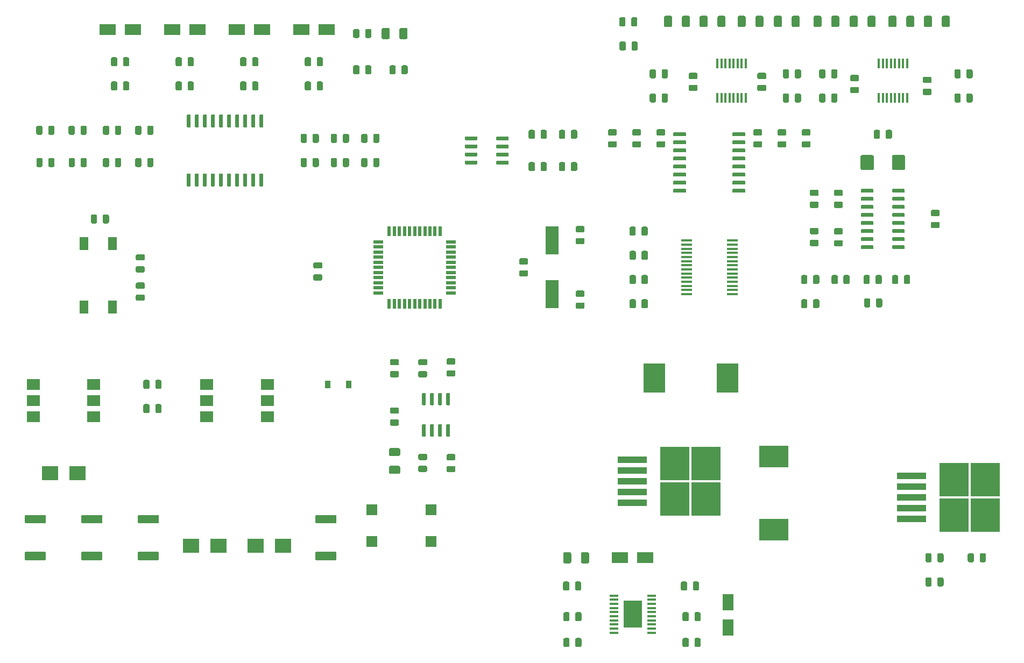
<source format=gbr>
G04 #@! TF.GenerationSoftware,KiCad,Pcbnew,(5.1.5)-3*
G04 #@! TF.CreationDate,2020-07-01T12:55:52+02:00*
G04 #@! TF.ProjectId,ControlUnit_v5.0,436f6e74-726f-46c5-956e-69745f76352e,5.0*
G04 #@! TF.SameCoordinates,Original*
G04 #@! TF.FileFunction,Paste,Top*
G04 #@! TF.FilePolarity,Positive*
%FSLAX46Y46*%
G04 Gerber Fmt 4.6, Leading zero omitted, Abs format (unit mm)*
G04 Created by KiCad (PCBNEW (5.1.5)-3) date 2020-07-01 12:55:52*
%MOMM*%
%LPD*%
G04 APERTURE LIST*
%ADD10C,0.100000*%
%ADD11R,2.500000X2.300000*%
%ADD12R,2.500000X1.800000*%
%ADD13R,2.000000X4.500000*%
%ADD14R,1.400000X2.100000*%
%ADD15R,1.500000X0.550000*%
%ADD16R,0.550000X1.500000*%
%ADD17R,2.000000X1.780000*%
%ADD18R,0.406400X1.600200*%
%ADD19R,1.750000X0.450000*%
%ADD20R,3.500000X4.600000*%
%ADD21R,4.600000X3.500000*%
%ADD22R,1.800000X1.800000*%
%ADD23R,4.600000X1.100000*%
%ADD24R,4.550000X5.250000*%
%ADD25R,0.900000X1.200000*%
%ADD26R,1.800000X2.500000*%
%ADD27R,1.450000X0.450000*%
%ADD28R,3.000000X4.200000*%
%ADD29R,1.200000X1.140000*%
G04 APERTURE END LIST*
D10*
G36*
X95820142Y-85026174D02*
G01*
X95843803Y-85029684D01*
X95867007Y-85035496D01*
X95889529Y-85043554D01*
X95911153Y-85053782D01*
X95931670Y-85066079D01*
X95950883Y-85080329D01*
X95968607Y-85096393D01*
X95984671Y-85114117D01*
X95998921Y-85133330D01*
X96011218Y-85153847D01*
X96021446Y-85175471D01*
X96029504Y-85197993D01*
X96035316Y-85221197D01*
X96038826Y-85244858D01*
X96040000Y-85268750D01*
X96040000Y-86181250D01*
X96038826Y-86205142D01*
X96035316Y-86228803D01*
X96029504Y-86252007D01*
X96021446Y-86274529D01*
X96011218Y-86296153D01*
X95998921Y-86316670D01*
X95984671Y-86335883D01*
X95968607Y-86353607D01*
X95950883Y-86369671D01*
X95931670Y-86383921D01*
X95911153Y-86396218D01*
X95889529Y-86406446D01*
X95867007Y-86414504D01*
X95843803Y-86420316D01*
X95820142Y-86423826D01*
X95796250Y-86425000D01*
X95308750Y-86425000D01*
X95284858Y-86423826D01*
X95261197Y-86420316D01*
X95237993Y-86414504D01*
X95215471Y-86406446D01*
X95193847Y-86396218D01*
X95173330Y-86383921D01*
X95154117Y-86369671D01*
X95136393Y-86353607D01*
X95120329Y-86335883D01*
X95106079Y-86316670D01*
X95093782Y-86296153D01*
X95083554Y-86274529D01*
X95075496Y-86252007D01*
X95069684Y-86228803D01*
X95066174Y-86205142D01*
X95065000Y-86181250D01*
X95065000Y-85268750D01*
X95066174Y-85244858D01*
X95069684Y-85221197D01*
X95075496Y-85197993D01*
X95083554Y-85175471D01*
X95093782Y-85153847D01*
X95106079Y-85133330D01*
X95120329Y-85114117D01*
X95136393Y-85096393D01*
X95154117Y-85080329D01*
X95173330Y-85066079D01*
X95193847Y-85053782D01*
X95215471Y-85043554D01*
X95237993Y-85035496D01*
X95261197Y-85029684D01*
X95284858Y-85026174D01*
X95308750Y-85025000D01*
X95796250Y-85025000D01*
X95820142Y-85026174D01*
G37*
G36*
X93945142Y-85026174D02*
G01*
X93968803Y-85029684D01*
X93992007Y-85035496D01*
X94014529Y-85043554D01*
X94036153Y-85053782D01*
X94056670Y-85066079D01*
X94075883Y-85080329D01*
X94093607Y-85096393D01*
X94109671Y-85114117D01*
X94123921Y-85133330D01*
X94136218Y-85153847D01*
X94146446Y-85175471D01*
X94154504Y-85197993D01*
X94160316Y-85221197D01*
X94163826Y-85244858D01*
X94165000Y-85268750D01*
X94165000Y-86181250D01*
X94163826Y-86205142D01*
X94160316Y-86228803D01*
X94154504Y-86252007D01*
X94146446Y-86274529D01*
X94136218Y-86296153D01*
X94123921Y-86316670D01*
X94109671Y-86335883D01*
X94093607Y-86353607D01*
X94075883Y-86369671D01*
X94056670Y-86383921D01*
X94036153Y-86396218D01*
X94014529Y-86406446D01*
X93992007Y-86414504D01*
X93968803Y-86420316D01*
X93945142Y-86423826D01*
X93921250Y-86425000D01*
X93433750Y-86425000D01*
X93409858Y-86423826D01*
X93386197Y-86420316D01*
X93362993Y-86414504D01*
X93340471Y-86406446D01*
X93318847Y-86396218D01*
X93298330Y-86383921D01*
X93279117Y-86369671D01*
X93261393Y-86353607D01*
X93245329Y-86335883D01*
X93231079Y-86316670D01*
X93218782Y-86296153D01*
X93208554Y-86274529D01*
X93200496Y-86252007D01*
X93194684Y-86228803D01*
X93191174Y-86205142D01*
X93190000Y-86181250D01*
X93190000Y-85268750D01*
X93191174Y-85244858D01*
X93194684Y-85221197D01*
X93200496Y-85197993D01*
X93208554Y-85175471D01*
X93218782Y-85153847D01*
X93231079Y-85133330D01*
X93245329Y-85114117D01*
X93261393Y-85096393D01*
X93279117Y-85080329D01*
X93298330Y-85066079D01*
X93318847Y-85053782D01*
X93340471Y-85043554D01*
X93362993Y-85035496D01*
X93386197Y-85029684D01*
X93409858Y-85026174D01*
X93433750Y-85025000D01*
X93921250Y-85025000D01*
X93945142Y-85026174D01*
G37*
G36*
X170660142Y-97001174D02*
G01*
X170683803Y-97004684D01*
X170707007Y-97010496D01*
X170729529Y-97018554D01*
X170751153Y-97028782D01*
X170771670Y-97041079D01*
X170790883Y-97055329D01*
X170808607Y-97071393D01*
X170824671Y-97089117D01*
X170838921Y-97108330D01*
X170851218Y-97128847D01*
X170861446Y-97150471D01*
X170869504Y-97172993D01*
X170875316Y-97196197D01*
X170878826Y-97219858D01*
X170880000Y-97243750D01*
X170880000Y-97731250D01*
X170878826Y-97755142D01*
X170875316Y-97778803D01*
X170869504Y-97802007D01*
X170861446Y-97824529D01*
X170851218Y-97846153D01*
X170838921Y-97866670D01*
X170824671Y-97885883D01*
X170808607Y-97903607D01*
X170790883Y-97919671D01*
X170771670Y-97933921D01*
X170751153Y-97946218D01*
X170729529Y-97956446D01*
X170707007Y-97964504D01*
X170683803Y-97970316D01*
X170660142Y-97973826D01*
X170636250Y-97975000D01*
X169723750Y-97975000D01*
X169699858Y-97973826D01*
X169676197Y-97970316D01*
X169652993Y-97964504D01*
X169630471Y-97956446D01*
X169608847Y-97946218D01*
X169588330Y-97933921D01*
X169569117Y-97919671D01*
X169551393Y-97903607D01*
X169535329Y-97885883D01*
X169521079Y-97866670D01*
X169508782Y-97846153D01*
X169498554Y-97824529D01*
X169490496Y-97802007D01*
X169484684Y-97778803D01*
X169481174Y-97755142D01*
X169480000Y-97731250D01*
X169480000Y-97243750D01*
X169481174Y-97219858D01*
X169484684Y-97196197D01*
X169490496Y-97172993D01*
X169498554Y-97150471D01*
X169508782Y-97128847D01*
X169521079Y-97108330D01*
X169535329Y-97089117D01*
X169551393Y-97071393D01*
X169569117Y-97055329D01*
X169588330Y-97041079D01*
X169608847Y-97028782D01*
X169630471Y-97018554D01*
X169652993Y-97010496D01*
X169676197Y-97004684D01*
X169699858Y-97001174D01*
X169723750Y-97000000D01*
X170636250Y-97000000D01*
X170660142Y-97001174D01*
G37*
G36*
X170660142Y-98876174D02*
G01*
X170683803Y-98879684D01*
X170707007Y-98885496D01*
X170729529Y-98893554D01*
X170751153Y-98903782D01*
X170771670Y-98916079D01*
X170790883Y-98930329D01*
X170808607Y-98946393D01*
X170824671Y-98964117D01*
X170838921Y-98983330D01*
X170851218Y-99003847D01*
X170861446Y-99025471D01*
X170869504Y-99047993D01*
X170875316Y-99071197D01*
X170878826Y-99094858D01*
X170880000Y-99118750D01*
X170880000Y-99606250D01*
X170878826Y-99630142D01*
X170875316Y-99653803D01*
X170869504Y-99677007D01*
X170861446Y-99699529D01*
X170851218Y-99721153D01*
X170838921Y-99741670D01*
X170824671Y-99760883D01*
X170808607Y-99778607D01*
X170790883Y-99794671D01*
X170771670Y-99808921D01*
X170751153Y-99821218D01*
X170729529Y-99831446D01*
X170707007Y-99839504D01*
X170683803Y-99845316D01*
X170660142Y-99848826D01*
X170636250Y-99850000D01*
X169723750Y-99850000D01*
X169699858Y-99848826D01*
X169676197Y-99845316D01*
X169652993Y-99839504D01*
X169630471Y-99831446D01*
X169608847Y-99821218D01*
X169588330Y-99808921D01*
X169569117Y-99794671D01*
X169551393Y-99778607D01*
X169535329Y-99760883D01*
X169521079Y-99741670D01*
X169508782Y-99721153D01*
X169498554Y-99699529D01*
X169490496Y-99677007D01*
X169484684Y-99653803D01*
X169481174Y-99630142D01*
X169480000Y-99606250D01*
X169480000Y-99118750D01*
X169481174Y-99094858D01*
X169484684Y-99071197D01*
X169490496Y-99047993D01*
X169498554Y-99025471D01*
X169508782Y-99003847D01*
X169521079Y-98983330D01*
X169535329Y-98964117D01*
X169551393Y-98946393D01*
X169569117Y-98930329D01*
X169588330Y-98916079D01*
X169608847Y-98903782D01*
X169630471Y-98893554D01*
X169652993Y-98885496D01*
X169676197Y-98879684D01*
X169699858Y-98876174D01*
X169723750Y-98875000D01*
X170636250Y-98875000D01*
X170660142Y-98876174D01*
G37*
G36*
X170660142Y-86841174D02*
G01*
X170683803Y-86844684D01*
X170707007Y-86850496D01*
X170729529Y-86858554D01*
X170751153Y-86868782D01*
X170771670Y-86881079D01*
X170790883Y-86895329D01*
X170808607Y-86911393D01*
X170824671Y-86929117D01*
X170838921Y-86948330D01*
X170851218Y-86968847D01*
X170861446Y-86990471D01*
X170869504Y-87012993D01*
X170875316Y-87036197D01*
X170878826Y-87059858D01*
X170880000Y-87083750D01*
X170880000Y-87571250D01*
X170878826Y-87595142D01*
X170875316Y-87618803D01*
X170869504Y-87642007D01*
X170861446Y-87664529D01*
X170851218Y-87686153D01*
X170838921Y-87706670D01*
X170824671Y-87725883D01*
X170808607Y-87743607D01*
X170790883Y-87759671D01*
X170771670Y-87773921D01*
X170751153Y-87786218D01*
X170729529Y-87796446D01*
X170707007Y-87804504D01*
X170683803Y-87810316D01*
X170660142Y-87813826D01*
X170636250Y-87815000D01*
X169723750Y-87815000D01*
X169699858Y-87813826D01*
X169676197Y-87810316D01*
X169652993Y-87804504D01*
X169630471Y-87796446D01*
X169608847Y-87786218D01*
X169588330Y-87773921D01*
X169569117Y-87759671D01*
X169551393Y-87743607D01*
X169535329Y-87725883D01*
X169521079Y-87706670D01*
X169508782Y-87686153D01*
X169498554Y-87664529D01*
X169490496Y-87642007D01*
X169484684Y-87618803D01*
X169481174Y-87595142D01*
X169480000Y-87571250D01*
X169480000Y-87083750D01*
X169481174Y-87059858D01*
X169484684Y-87036197D01*
X169490496Y-87012993D01*
X169498554Y-86990471D01*
X169508782Y-86968847D01*
X169521079Y-86948330D01*
X169535329Y-86929117D01*
X169551393Y-86911393D01*
X169569117Y-86895329D01*
X169588330Y-86881079D01*
X169608847Y-86868782D01*
X169630471Y-86858554D01*
X169652993Y-86850496D01*
X169676197Y-86844684D01*
X169699858Y-86841174D01*
X169723750Y-86840000D01*
X170636250Y-86840000D01*
X170660142Y-86841174D01*
G37*
G36*
X170660142Y-88716174D02*
G01*
X170683803Y-88719684D01*
X170707007Y-88725496D01*
X170729529Y-88733554D01*
X170751153Y-88743782D01*
X170771670Y-88756079D01*
X170790883Y-88770329D01*
X170808607Y-88786393D01*
X170824671Y-88804117D01*
X170838921Y-88823330D01*
X170851218Y-88843847D01*
X170861446Y-88865471D01*
X170869504Y-88887993D01*
X170875316Y-88911197D01*
X170878826Y-88934858D01*
X170880000Y-88958750D01*
X170880000Y-89446250D01*
X170878826Y-89470142D01*
X170875316Y-89493803D01*
X170869504Y-89517007D01*
X170861446Y-89539529D01*
X170851218Y-89561153D01*
X170838921Y-89581670D01*
X170824671Y-89600883D01*
X170808607Y-89618607D01*
X170790883Y-89634671D01*
X170771670Y-89648921D01*
X170751153Y-89661218D01*
X170729529Y-89671446D01*
X170707007Y-89679504D01*
X170683803Y-89685316D01*
X170660142Y-89688826D01*
X170636250Y-89690000D01*
X169723750Y-89690000D01*
X169699858Y-89688826D01*
X169676197Y-89685316D01*
X169652993Y-89679504D01*
X169630471Y-89671446D01*
X169608847Y-89661218D01*
X169588330Y-89648921D01*
X169569117Y-89634671D01*
X169551393Y-89618607D01*
X169535329Y-89600883D01*
X169521079Y-89581670D01*
X169508782Y-89561153D01*
X169498554Y-89539529D01*
X169490496Y-89517007D01*
X169484684Y-89493803D01*
X169481174Y-89470142D01*
X169480000Y-89446250D01*
X169480000Y-88958750D01*
X169481174Y-88934858D01*
X169484684Y-88911197D01*
X169490496Y-88887993D01*
X169498554Y-88865471D01*
X169508782Y-88843847D01*
X169521079Y-88823330D01*
X169535329Y-88804117D01*
X169551393Y-88786393D01*
X169569117Y-88770329D01*
X169588330Y-88756079D01*
X169608847Y-88743782D01*
X169630471Y-88733554D01*
X169652993Y-88725496D01*
X169676197Y-88719684D01*
X169699858Y-88716174D01*
X169723750Y-88715000D01*
X170636250Y-88715000D01*
X170660142Y-88716174D01*
G37*
G36*
X129385142Y-92556174D02*
G01*
X129408803Y-92559684D01*
X129432007Y-92565496D01*
X129454529Y-92573554D01*
X129476153Y-92583782D01*
X129496670Y-92596079D01*
X129515883Y-92610329D01*
X129533607Y-92626393D01*
X129549671Y-92644117D01*
X129563921Y-92663330D01*
X129576218Y-92683847D01*
X129586446Y-92705471D01*
X129594504Y-92727993D01*
X129600316Y-92751197D01*
X129603826Y-92774858D01*
X129605000Y-92798750D01*
X129605000Y-93286250D01*
X129603826Y-93310142D01*
X129600316Y-93333803D01*
X129594504Y-93357007D01*
X129586446Y-93379529D01*
X129576218Y-93401153D01*
X129563921Y-93421670D01*
X129549671Y-93440883D01*
X129533607Y-93458607D01*
X129515883Y-93474671D01*
X129496670Y-93488921D01*
X129476153Y-93501218D01*
X129454529Y-93511446D01*
X129432007Y-93519504D01*
X129408803Y-93525316D01*
X129385142Y-93528826D01*
X129361250Y-93530000D01*
X128448750Y-93530000D01*
X128424858Y-93528826D01*
X128401197Y-93525316D01*
X128377993Y-93519504D01*
X128355471Y-93511446D01*
X128333847Y-93501218D01*
X128313330Y-93488921D01*
X128294117Y-93474671D01*
X128276393Y-93458607D01*
X128260329Y-93440883D01*
X128246079Y-93421670D01*
X128233782Y-93401153D01*
X128223554Y-93379529D01*
X128215496Y-93357007D01*
X128209684Y-93333803D01*
X128206174Y-93310142D01*
X128205000Y-93286250D01*
X128205000Y-92798750D01*
X128206174Y-92774858D01*
X128209684Y-92751197D01*
X128215496Y-92727993D01*
X128223554Y-92705471D01*
X128233782Y-92683847D01*
X128246079Y-92663330D01*
X128260329Y-92644117D01*
X128276393Y-92626393D01*
X128294117Y-92610329D01*
X128313330Y-92596079D01*
X128333847Y-92583782D01*
X128355471Y-92573554D01*
X128377993Y-92565496D01*
X128401197Y-92559684D01*
X128424858Y-92556174D01*
X128448750Y-92555000D01*
X129361250Y-92555000D01*
X129385142Y-92556174D01*
G37*
G36*
X129385142Y-94431174D02*
G01*
X129408803Y-94434684D01*
X129432007Y-94440496D01*
X129454529Y-94448554D01*
X129476153Y-94458782D01*
X129496670Y-94471079D01*
X129515883Y-94485329D01*
X129533607Y-94501393D01*
X129549671Y-94519117D01*
X129563921Y-94538330D01*
X129576218Y-94558847D01*
X129586446Y-94580471D01*
X129594504Y-94602993D01*
X129600316Y-94626197D01*
X129603826Y-94649858D01*
X129605000Y-94673750D01*
X129605000Y-95161250D01*
X129603826Y-95185142D01*
X129600316Y-95208803D01*
X129594504Y-95232007D01*
X129586446Y-95254529D01*
X129576218Y-95276153D01*
X129563921Y-95296670D01*
X129549671Y-95315883D01*
X129533607Y-95333607D01*
X129515883Y-95349671D01*
X129496670Y-95363921D01*
X129476153Y-95376218D01*
X129454529Y-95386446D01*
X129432007Y-95394504D01*
X129408803Y-95400316D01*
X129385142Y-95403826D01*
X129361250Y-95405000D01*
X128448750Y-95405000D01*
X128424858Y-95403826D01*
X128401197Y-95400316D01*
X128377993Y-95394504D01*
X128355471Y-95386446D01*
X128333847Y-95376218D01*
X128313330Y-95363921D01*
X128294117Y-95349671D01*
X128276393Y-95333607D01*
X128260329Y-95315883D01*
X128246079Y-95296670D01*
X128233782Y-95276153D01*
X128223554Y-95254529D01*
X128215496Y-95232007D01*
X128209684Y-95208803D01*
X128206174Y-95185142D01*
X128205000Y-95161250D01*
X128205000Y-94673750D01*
X128206174Y-94649858D01*
X128209684Y-94626197D01*
X128215496Y-94602993D01*
X128223554Y-94580471D01*
X128233782Y-94558847D01*
X128246079Y-94538330D01*
X128260329Y-94519117D01*
X128276393Y-94501393D01*
X128294117Y-94485329D01*
X128313330Y-94471079D01*
X128333847Y-94458782D01*
X128355471Y-94448554D01*
X128377993Y-94440496D01*
X128401197Y-94434684D01*
X128424858Y-94431174D01*
X128448750Y-94430000D01*
X129361250Y-94430000D01*
X129385142Y-94431174D01*
G37*
G36*
X161770142Y-93796174D02*
G01*
X161793803Y-93799684D01*
X161817007Y-93805496D01*
X161839529Y-93813554D01*
X161861153Y-93823782D01*
X161881670Y-93836079D01*
X161900883Y-93850329D01*
X161918607Y-93866393D01*
X161934671Y-93884117D01*
X161948921Y-93903330D01*
X161961218Y-93923847D01*
X161971446Y-93945471D01*
X161979504Y-93967993D01*
X161985316Y-93991197D01*
X161988826Y-94014858D01*
X161990000Y-94038750D01*
X161990000Y-94526250D01*
X161988826Y-94550142D01*
X161985316Y-94573803D01*
X161979504Y-94597007D01*
X161971446Y-94619529D01*
X161961218Y-94641153D01*
X161948921Y-94661670D01*
X161934671Y-94680883D01*
X161918607Y-94698607D01*
X161900883Y-94714671D01*
X161881670Y-94728921D01*
X161861153Y-94741218D01*
X161839529Y-94751446D01*
X161817007Y-94759504D01*
X161793803Y-94765316D01*
X161770142Y-94768826D01*
X161746250Y-94770000D01*
X160833750Y-94770000D01*
X160809858Y-94768826D01*
X160786197Y-94765316D01*
X160762993Y-94759504D01*
X160740471Y-94751446D01*
X160718847Y-94741218D01*
X160698330Y-94728921D01*
X160679117Y-94714671D01*
X160661393Y-94698607D01*
X160645329Y-94680883D01*
X160631079Y-94661670D01*
X160618782Y-94641153D01*
X160608554Y-94619529D01*
X160600496Y-94597007D01*
X160594684Y-94573803D01*
X160591174Y-94550142D01*
X160590000Y-94526250D01*
X160590000Y-94038750D01*
X160591174Y-94014858D01*
X160594684Y-93991197D01*
X160600496Y-93967993D01*
X160608554Y-93945471D01*
X160618782Y-93923847D01*
X160631079Y-93903330D01*
X160645329Y-93884117D01*
X160661393Y-93866393D01*
X160679117Y-93850329D01*
X160698330Y-93836079D01*
X160718847Y-93823782D01*
X160740471Y-93813554D01*
X160762993Y-93805496D01*
X160786197Y-93799684D01*
X160809858Y-93796174D01*
X160833750Y-93795000D01*
X161746250Y-93795000D01*
X161770142Y-93796174D01*
G37*
G36*
X161770142Y-91921174D02*
G01*
X161793803Y-91924684D01*
X161817007Y-91930496D01*
X161839529Y-91938554D01*
X161861153Y-91948782D01*
X161881670Y-91961079D01*
X161900883Y-91975329D01*
X161918607Y-91991393D01*
X161934671Y-92009117D01*
X161948921Y-92028330D01*
X161961218Y-92048847D01*
X161971446Y-92070471D01*
X161979504Y-92092993D01*
X161985316Y-92116197D01*
X161988826Y-92139858D01*
X161990000Y-92163750D01*
X161990000Y-92651250D01*
X161988826Y-92675142D01*
X161985316Y-92698803D01*
X161979504Y-92722007D01*
X161971446Y-92744529D01*
X161961218Y-92766153D01*
X161948921Y-92786670D01*
X161934671Y-92805883D01*
X161918607Y-92823607D01*
X161900883Y-92839671D01*
X161881670Y-92853921D01*
X161861153Y-92866218D01*
X161839529Y-92876446D01*
X161817007Y-92884504D01*
X161793803Y-92890316D01*
X161770142Y-92893826D01*
X161746250Y-92895000D01*
X160833750Y-92895000D01*
X160809858Y-92893826D01*
X160786197Y-92890316D01*
X160762993Y-92884504D01*
X160740471Y-92876446D01*
X160718847Y-92866218D01*
X160698330Y-92853921D01*
X160679117Y-92839671D01*
X160661393Y-92823607D01*
X160645329Y-92805883D01*
X160631079Y-92786670D01*
X160618782Y-92766153D01*
X160608554Y-92744529D01*
X160600496Y-92722007D01*
X160594684Y-92698803D01*
X160591174Y-92675142D01*
X160590000Y-92651250D01*
X160590000Y-92163750D01*
X160591174Y-92139858D01*
X160594684Y-92116197D01*
X160600496Y-92092993D01*
X160608554Y-92070471D01*
X160618782Y-92048847D01*
X160631079Y-92028330D01*
X160645329Y-92009117D01*
X160661393Y-91991393D01*
X160679117Y-91975329D01*
X160698330Y-91961079D01*
X160718847Y-91948782D01*
X160740471Y-91938554D01*
X160762993Y-91930496D01*
X160786197Y-91924684D01*
X160809858Y-91921174D01*
X160833750Y-91920000D01*
X161746250Y-91920000D01*
X161770142Y-91921174D01*
G37*
G36*
X188440142Y-64586174D02*
G01*
X188463803Y-64589684D01*
X188487007Y-64595496D01*
X188509529Y-64603554D01*
X188531153Y-64613782D01*
X188551670Y-64626079D01*
X188570883Y-64640329D01*
X188588607Y-64656393D01*
X188604671Y-64674117D01*
X188618921Y-64693330D01*
X188631218Y-64713847D01*
X188641446Y-64735471D01*
X188649504Y-64757993D01*
X188655316Y-64781197D01*
X188658826Y-64804858D01*
X188660000Y-64828750D01*
X188660000Y-65316250D01*
X188658826Y-65340142D01*
X188655316Y-65363803D01*
X188649504Y-65387007D01*
X188641446Y-65409529D01*
X188631218Y-65431153D01*
X188618921Y-65451670D01*
X188604671Y-65470883D01*
X188588607Y-65488607D01*
X188570883Y-65504671D01*
X188551670Y-65518921D01*
X188531153Y-65531218D01*
X188509529Y-65541446D01*
X188487007Y-65549504D01*
X188463803Y-65555316D01*
X188440142Y-65558826D01*
X188416250Y-65560000D01*
X187503750Y-65560000D01*
X187479858Y-65558826D01*
X187456197Y-65555316D01*
X187432993Y-65549504D01*
X187410471Y-65541446D01*
X187388847Y-65531218D01*
X187368330Y-65518921D01*
X187349117Y-65504671D01*
X187331393Y-65488607D01*
X187315329Y-65470883D01*
X187301079Y-65451670D01*
X187288782Y-65431153D01*
X187278554Y-65409529D01*
X187270496Y-65387007D01*
X187264684Y-65363803D01*
X187261174Y-65340142D01*
X187260000Y-65316250D01*
X187260000Y-64828750D01*
X187261174Y-64804858D01*
X187264684Y-64781197D01*
X187270496Y-64757993D01*
X187278554Y-64735471D01*
X187288782Y-64713847D01*
X187301079Y-64693330D01*
X187315329Y-64674117D01*
X187331393Y-64656393D01*
X187349117Y-64640329D01*
X187368330Y-64626079D01*
X187388847Y-64613782D01*
X187410471Y-64603554D01*
X187432993Y-64595496D01*
X187456197Y-64589684D01*
X187479858Y-64586174D01*
X187503750Y-64585000D01*
X188416250Y-64585000D01*
X188440142Y-64586174D01*
G37*
G36*
X188440142Y-62711174D02*
G01*
X188463803Y-62714684D01*
X188487007Y-62720496D01*
X188509529Y-62728554D01*
X188531153Y-62738782D01*
X188551670Y-62751079D01*
X188570883Y-62765329D01*
X188588607Y-62781393D01*
X188604671Y-62799117D01*
X188618921Y-62818330D01*
X188631218Y-62838847D01*
X188641446Y-62860471D01*
X188649504Y-62882993D01*
X188655316Y-62906197D01*
X188658826Y-62929858D01*
X188660000Y-62953750D01*
X188660000Y-63441250D01*
X188658826Y-63465142D01*
X188655316Y-63488803D01*
X188649504Y-63512007D01*
X188641446Y-63534529D01*
X188631218Y-63556153D01*
X188618921Y-63576670D01*
X188604671Y-63595883D01*
X188588607Y-63613607D01*
X188570883Y-63629671D01*
X188551670Y-63643921D01*
X188531153Y-63656218D01*
X188509529Y-63666446D01*
X188487007Y-63674504D01*
X188463803Y-63680316D01*
X188440142Y-63683826D01*
X188416250Y-63685000D01*
X187503750Y-63685000D01*
X187479858Y-63683826D01*
X187456197Y-63680316D01*
X187432993Y-63674504D01*
X187410471Y-63666446D01*
X187388847Y-63656218D01*
X187368330Y-63643921D01*
X187349117Y-63629671D01*
X187331393Y-63613607D01*
X187315329Y-63595883D01*
X187301079Y-63576670D01*
X187288782Y-63556153D01*
X187278554Y-63534529D01*
X187270496Y-63512007D01*
X187264684Y-63488803D01*
X187261174Y-63465142D01*
X187260000Y-63441250D01*
X187260000Y-62953750D01*
X187261174Y-62929858D01*
X187264684Y-62906197D01*
X187270496Y-62882993D01*
X187278554Y-62860471D01*
X187288782Y-62838847D01*
X187301079Y-62818330D01*
X187315329Y-62799117D01*
X187331393Y-62781393D01*
X187349117Y-62765329D01*
X187368330Y-62751079D01*
X187388847Y-62738782D01*
X187410471Y-62728554D01*
X187432993Y-62720496D01*
X187456197Y-62714684D01*
X187479858Y-62711174D01*
X187503750Y-62710000D01*
X188416250Y-62710000D01*
X188440142Y-62711174D01*
G37*
G36*
X199235142Y-62711174D02*
G01*
X199258803Y-62714684D01*
X199282007Y-62720496D01*
X199304529Y-62728554D01*
X199326153Y-62738782D01*
X199346670Y-62751079D01*
X199365883Y-62765329D01*
X199383607Y-62781393D01*
X199399671Y-62799117D01*
X199413921Y-62818330D01*
X199426218Y-62838847D01*
X199436446Y-62860471D01*
X199444504Y-62882993D01*
X199450316Y-62906197D01*
X199453826Y-62929858D01*
X199455000Y-62953750D01*
X199455000Y-63441250D01*
X199453826Y-63465142D01*
X199450316Y-63488803D01*
X199444504Y-63512007D01*
X199436446Y-63534529D01*
X199426218Y-63556153D01*
X199413921Y-63576670D01*
X199399671Y-63595883D01*
X199383607Y-63613607D01*
X199365883Y-63629671D01*
X199346670Y-63643921D01*
X199326153Y-63656218D01*
X199304529Y-63666446D01*
X199282007Y-63674504D01*
X199258803Y-63680316D01*
X199235142Y-63683826D01*
X199211250Y-63685000D01*
X198298750Y-63685000D01*
X198274858Y-63683826D01*
X198251197Y-63680316D01*
X198227993Y-63674504D01*
X198205471Y-63666446D01*
X198183847Y-63656218D01*
X198163330Y-63643921D01*
X198144117Y-63629671D01*
X198126393Y-63613607D01*
X198110329Y-63595883D01*
X198096079Y-63576670D01*
X198083782Y-63556153D01*
X198073554Y-63534529D01*
X198065496Y-63512007D01*
X198059684Y-63488803D01*
X198056174Y-63465142D01*
X198055000Y-63441250D01*
X198055000Y-62953750D01*
X198056174Y-62929858D01*
X198059684Y-62906197D01*
X198065496Y-62882993D01*
X198073554Y-62860471D01*
X198083782Y-62838847D01*
X198096079Y-62818330D01*
X198110329Y-62799117D01*
X198126393Y-62781393D01*
X198144117Y-62765329D01*
X198163330Y-62751079D01*
X198183847Y-62738782D01*
X198205471Y-62728554D01*
X198227993Y-62720496D01*
X198251197Y-62714684D01*
X198274858Y-62711174D01*
X198298750Y-62710000D01*
X199211250Y-62710000D01*
X199235142Y-62711174D01*
G37*
G36*
X199235142Y-64586174D02*
G01*
X199258803Y-64589684D01*
X199282007Y-64595496D01*
X199304529Y-64603554D01*
X199326153Y-64613782D01*
X199346670Y-64626079D01*
X199365883Y-64640329D01*
X199383607Y-64656393D01*
X199399671Y-64674117D01*
X199413921Y-64693330D01*
X199426218Y-64713847D01*
X199436446Y-64735471D01*
X199444504Y-64757993D01*
X199450316Y-64781197D01*
X199453826Y-64804858D01*
X199455000Y-64828750D01*
X199455000Y-65316250D01*
X199453826Y-65340142D01*
X199450316Y-65363803D01*
X199444504Y-65387007D01*
X199436446Y-65409529D01*
X199426218Y-65431153D01*
X199413921Y-65451670D01*
X199399671Y-65470883D01*
X199383607Y-65488607D01*
X199365883Y-65504671D01*
X199346670Y-65518921D01*
X199326153Y-65531218D01*
X199304529Y-65541446D01*
X199282007Y-65549504D01*
X199258803Y-65555316D01*
X199235142Y-65558826D01*
X199211250Y-65560000D01*
X198298750Y-65560000D01*
X198274858Y-65558826D01*
X198251197Y-65555316D01*
X198227993Y-65549504D01*
X198205471Y-65541446D01*
X198183847Y-65531218D01*
X198163330Y-65518921D01*
X198144117Y-65504671D01*
X198126393Y-65488607D01*
X198110329Y-65470883D01*
X198096079Y-65451670D01*
X198083782Y-65431153D01*
X198073554Y-65409529D01*
X198065496Y-65387007D01*
X198059684Y-65363803D01*
X198056174Y-65340142D01*
X198055000Y-65316250D01*
X198055000Y-64828750D01*
X198056174Y-64804858D01*
X198059684Y-64781197D01*
X198065496Y-64757993D01*
X198073554Y-64735471D01*
X198083782Y-64713847D01*
X198096079Y-64693330D01*
X198110329Y-64674117D01*
X198126393Y-64656393D01*
X198144117Y-64640329D01*
X198163330Y-64626079D01*
X198183847Y-64613782D01*
X198205471Y-64603554D01*
X198227993Y-64595496D01*
X198251197Y-64589684D01*
X198274858Y-64586174D01*
X198298750Y-64585000D01*
X199211250Y-64585000D01*
X199235142Y-64586174D01*
G37*
G36*
X213840142Y-63043674D02*
G01*
X213863803Y-63047184D01*
X213887007Y-63052996D01*
X213909529Y-63061054D01*
X213931153Y-63071282D01*
X213951670Y-63083579D01*
X213970883Y-63097829D01*
X213988607Y-63113893D01*
X214004671Y-63131617D01*
X214018921Y-63150830D01*
X214031218Y-63171347D01*
X214041446Y-63192971D01*
X214049504Y-63215493D01*
X214055316Y-63238697D01*
X214058826Y-63262358D01*
X214060000Y-63286250D01*
X214060000Y-63773750D01*
X214058826Y-63797642D01*
X214055316Y-63821303D01*
X214049504Y-63844507D01*
X214041446Y-63867029D01*
X214031218Y-63888653D01*
X214018921Y-63909170D01*
X214004671Y-63928383D01*
X213988607Y-63946107D01*
X213970883Y-63962171D01*
X213951670Y-63976421D01*
X213931153Y-63988718D01*
X213909529Y-63998946D01*
X213887007Y-64007004D01*
X213863803Y-64012816D01*
X213840142Y-64016326D01*
X213816250Y-64017500D01*
X212903750Y-64017500D01*
X212879858Y-64016326D01*
X212856197Y-64012816D01*
X212832993Y-64007004D01*
X212810471Y-63998946D01*
X212788847Y-63988718D01*
X212768330Y-63976421D01*
X212749117Y-63962171D01*
X212731393Y-63946107D01*
X212715329Y-63928383D01*
X212701079Y-63909170D01*
X212688782Y-63888653D01*
X212678554Y-63867029D01*
X212670496Y-63844507D01*
X212664684Y-63821303D01*
X212661174Y-63797642D01*
X212660000Y-63773750D01*
X212660000Y-63286250D01*
X212661174Y-63262358D01*
X212664684Y-63238697D01*
X212670496Y-63215493D01*
X212678554Y-63192971D01*
X212688782Y-63171347D01*
X212701079Y-63150830D01*
X212715329Y-63131617D01*
X212731393Y-63113893D01*
X212749117Y-63097829D01*
X212768330Y-63083579D01*
X212788847Y-63071282D01*
X212810471Y-63061054D01*
X212832993Y-63052996D01*
X212856197Y-63047184D01*
X212879858Y-63043674D01*
X212903750Y-63042500D01*
X213816250Y-63042500D01*
X213840142Y-63043674D01*
G37*
G36*
X213840142Y-64918674D02*
G01*
X213863803Y-64922184D01*
X213887007Y-64927996D01*
X213909529Y-64936054D01*
X213931153Y-64946282D01*
X213951670Y-64958579D01*
X213970883Y-64972829D01*
X213988607Y-64988893D01*
X214004671Y-65006617D01*
X214018921Y-65025830D01*
X214031218Y-65046347D01*
X214041446Y-65067971D01*
X214049504Y-65090493D01*
X214055316Y-65113697D01*
X214058826Y-65137358D01*
X214060000Y-65161250D01*
X214060000Y-65648750D01*
X214058826Y-65672642D01*
X214055316Y-65696303D01*
X214049504Y-65719507D01*
X214041446Y-65742029D01*
X214031218Y-65763653D01*
X214018921Y-65784170D01*
X214004671Y-65803383D01*
X213988607Y-65821107D01*
X213970883Y-65837171D01*
X213951670Y-65851421D01*
X213931153Y-65863718D01*
X213909529Y-65873946D01*
X213887007Y-65882004D01*
X213863803Y-65887816D01*
X213840142Y-65891326D01*
X213816250Y-65892500D01*
X212903750Y-65892500D01*
X212879858Y-65891326D01*
X212856197Y-65887816D01*
X212832993Y-65882004D01*
X212810471Y-65873946D01*
X212788847Y-65863718D01*
X212768330Y-65851421D01*
X212749117Y-65837171D01*
X212731393Y-65821107D01*
X212715329Y-65803383D01*
X212701079Y-65784170D01*
X212688782Y-65763653D01*
X212678554Y-65742029D01*
X212670496Y-65719507D01*
X212664684Y-65696303D01*
X212661174Y-65672642D01*
X212660000Y-65648750D01*
X212660000Y-65161250D01*
X212661174Y-65137358D01*
X212664684Y-65113697D01*
X212670496Y-65090493D01*
X212678554Y-65067971D01*
X212688782Y-65046347D01*
X212701079Y-65025830D01*
X212715329Y-65006617D01*
X212731393Y-64988893D01*
X212749117Y-64972829D01*
X212768330Y-64958579D01*
X212788847Y-64946282D01*
X212810471Y-64936054D01*
X212832993Y-64927996D01*
X212856197Y-64922184D01*
X212879858Y-64918674D01*
X212903750Y-64917500D01*
X213816250Y-64917500D01*
X213840142Y-64918674D01*
G37*
G36*
X225270142Y-63346174D02*
G01*
X225293803Y-63349684D01*
X225317007Y-63355496D01*
X225339529Y-63363554D01*
X225361153Y-63373782D01*
X225381670Y-63386079D01*
X225400883Y-63400329D01*
X225418607Y-63416393D01*
X225434671Y-63434117D01*
X225448921Y-63453330D01*
X225461218Y-63473847D01*
X225471446Y-63495471D01*
X225479504Y-63517993D01*
X225485316Y-63541197D01*
X225488826Y-63564858D01*
X225490000Y-63588750D01*
X225490000Y-64076250D01*
X225488826Y-64100142D01*
X225485316Y-64123803D01*
X225479504Y-64147007D01*
X225471446Y-64169529D01*
X225461218Y-64191153D01*
X225448921Y-64211670D01*
X225434671Y-64230883D01*
X225418607Y-64248607D01*
X225400883Y-64264671D01*
X225381670Y-64278921D01*
X225361153Y-64291218D01*
X225339529Y-64301446D01*
X225317007Y-64309504D01*
X225293803Y-64315316D01*
X225270142Y-64318826D01*
X225246250Y-64320000D01*
X224333750Y-64320000D01*
X224309858Y-64318826D01*
X224286197Y-64315316D01*
X224262993Y-64309504D01*
X224240471Y-64301446D01*
X224218847Y-64291218D01*
X224198330Y-64278921D01*
X224179117Y-64264671D01*
X224161393Y-64248607D01*
X224145329Y-64230883D01*
X224131079Y-64211670D01*
X224118782Y-64191153D01*
X224108554Y-64169529D01*
X224100496Y-64147007D01*
X224094684Y-64123803D01*
X224091174Y-64100142D01*
X224090000Y-64076250D01*
X224090000Y-63588750D01*
X224091174Y-63564858D01*
X224094684Y-63541197D01*
X224100496Y-63517993D01*
X224108554Y-63495471D01*
X224118782Y-63473847D01*
X224131079Y-63453330D01*
X224145329Y-63434117D01*
X224161393Y-63416393D01*
X224179117Y-63400329D01*
X224198330Y-63386079D01*
X224218847Y-63373782D01*
X224240471Y-63363554D01*
X224262993Y-63355496D01*
X224286197Y-63349684D01*
X224309858Y-63346174D01*
X224333750Y-63345000D01*
X225246250Y-63345000D01*
X225270142Y-63346174D01*
G37*
G36*
X225270142Y-65221174D02*
G01*
X225293803Y-65224684D01*
X225317007Y-65230496D01*
X225339529Y-65238554D01*
X225361153Y-65248782D01*
X225381670Y-65261079D01*
X225400883Y-65275329D01*
X225418607Y-65291393D01*
X225434671Y-65309117D01*
X225448921Y-65328330D01*
X225461218Y-65348847D01*
X225471446Y-65370471D01*
X225479504Y-65392993D01*
X225485316Y-65416197D01*
X225488826Y-65439858D01*
X225490000Y-65463750D01*
X225490000Y-65951250D01*
X225488826Y-65975142D01*
X225485316Y-65998803D01*
X225479504Y-66022007D01*
X225471446Y-66044529D01*
X225461218Y-66066153D01*
X225448921Y-66086670D01*
X225434671Y-66105883D01*
X225418607Y-66123607D01*
X225400883Y-66139671D01*
X225381670Y-66153921D01*
X225361153Y-66166218D01*
X225339529Y-66176446D01*
X225317007Y-66184504D01*
X225293803Y-66190316D01*
X225270142Y-66193826D01*
X225246250Y-66195000D01*
X224333750Y-66195000D01*
X224309858Y-66193826D01*
X224286197Y-66190316D01*
X224262993Y-66184504D01*
X224240471Y-66176446D01*
X224218847Y-66166218D01*
X224198330Y-66153921D01*
X224179117Y-66139671D01*
X224161393Y-66123607D01*
X224145329Y-66105883D01*
X224131079Y-66086670D01*
X224118782Y-66066153D01*
X224108554Y-66044529D01*
X224100496Y-66022007D01*
X224094684Y-65998803D01*
X224091174Y-65975142D01*
X224090000Y-65951250D01*
X224090000Y-65463750D01*
X224091174Y-65439858D01*
X224094684Y-65416197D01*
X224100496Y-65392993D01*
X224108554Y-65370471D01*
X224118782Y-65348847D01*
X224131079Y-65328330D01*
X224145329Y-65309117D01*
X224161393Y-65291393D01*
X224179117Y-65275329D01*
X224198330Y-65261079D01*
X224218847Y-65248782D01*
X224240471Y-65238554D01*
X224262993Y-65230496D01*
X224286197Y-65224684D01*
X224309858Y-65221174D01*
X224333750Y-65220000D01*
X225246250Y-65220000D01*
X225270142Y-65221174D01*
G37*
G36*
X97120142Y-60261174D02*
G01*
X97143803Y-60264684D01*
X97167007Y-60270496D01*
X97189529Y-60278554D01*
X97211153Y-60288782D01*
X97231670Y-60301079D01*
X97250883Y-60315329D01*
X97268607Y-60331393D01*
X97284671Y-60349117D01*
X97298921Y-60368330D01*
X97311218Y-60388847D01*
X97321446Y-60410471D01*
X97329504Y-60432993D01*
X97335316Y-60456197D01*
X97338826Y-60479858D01*
X97340000Y-60503750D01*
X97340000Y-61416250D01*
X97338826Y-61440142D01*
X97335316Y-61463803D01*
X97329504Y-61487007D01*
X97321446Y-61509529D01*
X97311218Y-61531153D01*
X97298921Y-61551670D01*
X97284671Y-61570883D01*
X97268607Y-61588607D01*
X97250883Y-61604671D01*
X97231670Y-61618921D01*
X97211153Y-61631218D01*
X97189529Y-61641446D01*
X97167007Y-61649504D01*
X97143803Y-61655316D01*
X97120142Y-61658826D01*
X97096250Y-61660000D01*
X96608750Y-61660000D01*
X96584858Y-61658826D01*
X96561197Y-61655316D01*
X96537993Y-61649504D01*
X96515471Y-61641446D01*
X96493847Y-61631218D01*
X96473330Y-61618921D01*
X96454117Y-61604671D01*
X96436393Y-61588607D01*
X96420329Y-61570883D01*
X96406079Y-61551670D01*
X96393782Y-61531153D01*
X96383554Y-61509529D01*
X96375496Y-61487007D01*
X96369684Y-61463803D01*
X96366174Y-61440142D01*
X96365000Y-61416250D01*
X96365000Y-60503750D01*
X96366174Y-60479858D01*
X96369684Y-60456197D01*
X96375496Y-60432993D01*
X96383554Y-60410471D01*
X96393782Y-60388847D01*
X96406079Y-60368330D01*
X96420329Y-60349117D01*
X96436393Y-60331393D01*
X96454117Y-60315329D01*
X96473330Y-60301079D01*
X96493847Y-60288782D01*
X96515471Y-60278554D01*
X96537993Y-60270496D01*
X96561197Y-60264684D01*
X96584858Y-60261174D01*
X96608750Y-60260000D01*
X97096250Y-60260000D01*
X97120142Y-60261174D01*
G37*
G36*
X98995142Y-60261174D02*
G01*
X99018803Y-60264684D01*
X99042007Y-60270496D01*
X99064529Y-60278554D01*
X99086153Y-60288782D01*
X99106670Y-60301079D01*
X99125883Y-60315329D01*
X99143607Y-60331393D01*
X99159671Y-60349117D01*
X99173921Y-60368330D01*
X99186218Y-60388847D01*
X99196446Y-60410471D01*
X99204504Y-60432993D01*
X99210316Y-60456197D01*
X99213826Y-60479858D01*
X99215000Y-60503750D01*
X99215000Y-61416250D01*
X99213826Y-61440142D01*
X99210316Y-61463803D01*
X99204504Y-61487007D01*
X99196446Y-61509529D01*
X99186218Y-61531153D01*
X99173921Y-61551670D01*
X99159671Y-61570883D01*
X99143607Y-61588607D01*
X99125883Y-61604671D01*
X99106670Y-61618921D01*
X99086153Y-61631218D01*
X99064529Y-61641446D01*
X99042007Y-61649504D01*
X99018803Y-61655316D01*
X98995142Y-61658826D01*
X98971250Y-61660000D01*
X98483750Y-61660000D01*
X98459858Y-61658826D01*
X98436197Y-61655316D01*
X98412993Y-61649504D01*
X98390471Y-61641446D01*
X98368847Y-61631218D01*
X98348330Y-61618921D01*
X98329117Y-61604671D01*
X98311393Y-61588607D01*
X98295329Y-61570883D01*
X98281079Y-61551670D01*
X98268782Y-61531153D01*
X98258554Y-61509529D01*
X98250496Y-61487007D01*
X98244684Y-61463803D01*
X98241174Y-61440142D01*
X98240000Y-61416250D01*
X98240000Y-60503750D01*
X98241174Y-60479858D01*
X98244684Y-60456197D01*
X98250496Y-60432993D01*
X98258554Y-60410471D01*
X98268782Y-60388847D01*
X98281079Y-60368330D01*
X98295329Y-60349117D01*
X98311393Y-60331393D01*
X98329117Y-60315329D01*
X98348330Y-60301079D01*
X98368847Y-60288782D01*
X98390471Y-60278554D01*
X98412993Y-60270496D01*
X98436197Y-60264684D01*
X98459858Y-60261174D01*
X98483750Y-60260000D01*
X98971250Y-60260000D01*
X98995142Y-60261174D01*
G37*
G36*
X107280142Y-60261174D02*
G01*
X107303803Y-60264684D01*
X107327007Y-60270496D01*
X107349529Y-60278554D01*
X107371153Y-60288782D01*
X107391670Y-60301079D01*
X107410883Y-60315329D01*
X107428607Y-60331393D01*
X107444671Y-60349117D01*
X107458921Y-60368330D01*
X107471218Y-60388847D01*
X107481446Y-60410471D01*
X107489504Y-60432993D01*
X107495316Y-60456197D01*
X107498826Y-60479858D01*
X107500000Y-60503750D01*
X107500000Y-61416250D01*
X107498826Y-61440142D01*
X107495316Y-61463803D01*
X107489504Y-61487007D01*
X107481446Y-61509529D01*
X107471218Y-61531153D01*
X107458921Y-61551670D01*
X107444671Y-61570883D01*
X107428607Y-61588607D01*
X107410883Y-61604671D01*
X107391670Y-61618921D01*
X107371153Y-61631218D01*
X107349529Y-61641446D01*
X107327007Y-61649504D01*
X107303803Y-61655316D01*
X107280142Y-61658826D01*
X107256250Y-61660000D01*
X106768750Y-61660000D01*
X106744858Y-61658826D01*
X106721197Y-61655316D01*
X106697993Y-61649504D01*
X106675471Y-61641446D01*
X106653847Y-61631218D01*
X106633330Y-61618921D01*
X106614117Y-61604671D01*
X106596393Y-61588607D01*
X106580329Y-61570883D01*
X106566079Y-61551670D01*
X106553782Y-61531153D01*
X106543554Y-61509529D01*
X106535496Y-61487007D01*
X106529684Y-61463803D01*
X106526174Y-61440142D01*
X106525000Y-61416250D01*
X106525000Y-60503750D01*
X106526174Y-60479858D01*
X106529684Y-60456197D01*
X106535496Y-60432993D01*
X106543554Y-60410471D01*
X106553782Y-60388847D01*
X106566079Y-60368330D01*
X106580329Y-60349117D01*
X106596393Y-60331393D01*
X106614117Y-60315329D01*
X106633330Y-60301079D01*
X106653847Y-60288782D01*
X106675471Y-60278554D01*
X106697993Y-60270496D01*
X106721197Y-60264684D01*
X106744858Y-60261174D01*
X106768750Y-60260000D01*
X107256250Y-60260000D01*
X107280142Y-60261174D01*
G37*
G36*
X109155142Y-60261174D02*
G01*
X109178803Y-60264684D01*
X109202007Y-60270496D01*
X109224529Y-60278554D01*
X109246153Y-60288782D01*
X109266670Y-60301079D01*
X109285883Y-60315329D01*
X109303607Y-60331393D01*
X109319671Y-60349117D01*
X109333921Y-60368330D01*
X109346218Y-60388847D01*
X109356446Y-60410471D01*
X109364504Y-60432993D01*
X109370316Y-60456197D01*
X109373826Y-60479858D01*
X109375000Y-60503750D01*
X109375000Y-61416250D01*
X109373826Y-61440142D01*
X109370316Y-61463803D01*
X109364504Y-61487007D01*
X109356446Y-61509529D01*
X109346218Y-61531153D01*
X109333921Y-61551670D01*
X109319671Y-61570883D01*
X109303607Y-61588607D01*
X109285883Y-61604671D01*
X109266670Y-61618921D01*
X109246153Y-61631218D01*
X109224529Y-61641446D01*
X109202007Y-61649504D01*
X109178803Y-61655316D01*
X109155142Y-61658826D01*
X109131250Y-61660000D01*
X108643750Y-61660000D01*
X108619858Y-61658826D01*
X108596197Y-61655316D01*
X108572993Y-61649504D01*
X108550471Y-61641446D01*
X108528847Y-61631218D01*
X108508330Y-61618921D01*
X108489117Y-61604671D01*
X108471393Y-61588607D01*
X108455329Y-61570883D01*
X108441079Y-61551670D01*
X108428782Y-61531153D01*
X108418554Y-61509529D01*
X108410496Y-61487007D01*
X108404684Y-61463803D01*
X108401174Y-61440142D01*
X108400000Y-61416250D01*
X108400000Y-60503750D01*
X108401174Y-60479858D01*
X108404684Y-60456197D01*
X108410496Y-60432993D01*
X108418554Y-60410471D01*
X108428782Y-60388847D01*
X108441079Y-60368330D01*
X108455329Y-60349117D01*
X108471393Y-60331393D01*
X108489117Y-60315329D01*
X108508330Y-60301079D01*
X108528847Y-60288782D01*
X108550471Y-60278554D01*
X108572993Y-60270496D01*
X108596197Y-60264684D01*
X108619858Y-60261174D01*
X108643750Y-60260000D01*
X109131250Y-60260000D01*
X109155142Y-60261174D01*
G37*
G36*
X119315142Y-60261174D02*
G01*
X119338803Y-60264684D01*
X119362007Y-60270496D01*
X119384529Y-60278554D01*
X119406153Y-60288782D01*
X119426670Y-60301079D01*
X119445883Y-60315329D01*
X119463607Y-60331393D01*
X119479671Y-60349117D01*
X119493921Y-60368330D01*
X119506218Y-60388847D01*
X119516446Y-60410471D01*
X119524504Y-60432993D01*
X119530316Y-60456197D01*
X119533826Y-60479858D01*
X119535000Y-60503750D01*
X119535000Y-61416250D01*
X119533826Y-61440142D01*
X119530316Y-61463803D01*
X119524504Y-61487007D01*
X119516446Y-61509529D01*
X119506218Y-61531153D01*
X119493921Y-61551670D01*
X119479671Y-61570883D01*
X119463607Y-61588607D01*
X119445883Y-61604671D01*
X119426670Y-61618921D01*
X119406153Y-61631218D01*
X119384529Y-61641446D01*
X119362007Y-61649504D01*
X119338803Y-61655316D01*
X119315142Y-61658826D01*
X119291250Y-61660000D01*
X118803750Y-61660000D01*
X118779858Y-61658826D01*
X118756197Y-61655316D01*
X118732993Y-61649504D01*
X118710471Y-61641446D01*
X118688847Y-61631218D01*
X118668330Y-61618921D01*
X118649117Y-61604671D01*
X118631393Y-61588607D01*
X118615329Y-61570883D01*
X118601079Y-61551670D01*
X118588782Y-61531153D01*
X118578554Y-61509529D01*
X118570496Y-61487007D01*
X118564684Y-61463803D01*
X118561174Y-61440142D01*
X118560000Y-61416250D01*
X118560000Y-60503750D01*
X118561174Y-60479858D01*
X118564684Y-60456197D01*
X118570496Y-60432993D01*
X118578554Y-60410471D01*
X118588782Y-60388847D01*
X118601079Y-60368330D01*
X118615329Y-60349117D01*
X118631393Y-60331393D01*
X118649117Y-60315329D01*
X118668330Y-60301079D01*
X118688847Y-60288782D01*
X118710471Y-60278554D01*
X118732993Y-60270496D01*
X118756197Y-60264684D01*
X118779858Y-60261174D01*
X118803750Y-60260000D01*
X119291250Y-60260000D01*
X119315142Y-60261174D01*
G37*
G36*
X117440142Y-60261174D02*
G01*
X117463803Y-60264684D01*
X117487007Y-60270496D01*
X117509529Y-60278554D01*
X117531153Y-60288782D01*
X117551670Y-60301079D01*
X117570883Y-60315329D01*
X117588607Y-60331393D01*
X117604671Y-60349117D01*
X117618921Y-60368330D01*
X117631218Y-60388847D01*
X117641446Y-60410471D01*
X117649504Y-60432993D01*
X117655316Y-60456197D01*
X117658826Y-60479858D01*
X117660000Y-60503750D01*
X117660000Y-61416250D01*
X117658826Y-61440142D01*
X117655316Y-61463803D01*
X117649504Y-61487007D01*
X117641446Y-61509529D01*
X117631218Y-61531153D01*
X117618921Y-61551670D01*
X117604671Y-61570883D01*
X117588607Y-61588607D01*
X117570883Y-61604671D01*
X117551670Y-61618921D01*
X117531153Y-61631218D01*
X117509529Y-61641446D01*
X117487007Y-61649504D01*
X117463803Y-61655316D01*
X117440142Y-61658826D01*
X117416250Y-61660000D01*
X116928750Y-61660000D01*
X116904858Y-61658826D01*
X116881197Y-61655316D01*
X116857993Y-61649504D01*
X116835471Y-61641446D01*
X116813847Y-61631218D01*
X116793330Y-61618921D01*
X116774117Y-61604671D01*
X116756393Y-61588607D01*
X116740329Y-61570883D01*
X116726079Y-61551670D01*
X116713782Y-61531153D01*
X116703554Y-61509529D01*
X116695496Y-61487007D01*
X116689684Y-61463803D01*
X116686174Y-61440142D01*
X116685000Y-61416250D01*
X116685000Y-60503750D01*
X116686174Y-60479858D01*
X116689684Y-60456197D01*
X116695496Y-60432993D01*
X116703554Y-60410471D01*
X116713782Y-60388847D01*
X116726079Y-60368330D01*
X116740329Y-60349117D01*
X116756393Y-60331393D01*
X116774117Y-60315329D01*
X116793330Y-60301079D01*
X116813847Y-60288782D01*
X116835471Y-60278554D01*
X116857993Y-60270496D01*
X116881197Y-60264684D01*
X116904858Y-60261174D01*
X116928750Y-60260000D01*
X117416250Y-60260000D01*
X117440142Y-60261174D01*
G37*
G36*
X127600142Y-60261174D02*
G01*
X127623803Y-60264684D01*
X127647007Y-60270496D01*
X127669529Y-60278554D01*
X127691153Y-60288782D01*
X127711670Y-60301079D01*
X127730883Y-60315329D01*
X127748607Y-60331393D01*
X127764671Y-60349117D01*
X127778921Y-60368330D01*
X127791218Y-60388847D01*
X127801446Y-60410471D01*
X127809504Y-60432993D01*
X127815316Y-60456197D01*
X127818826Y-60479858D01*
X127820000Y-60503750D01*
X127820000Y-61416250D01*
X127818826Y-61440142D01*
X127815316Y-61463803D01*
X127809504Y-61487007D01*
X127801446Y-61509529D01*
X127791218Y-61531153D01*
X127778921Y-61551670D01*
X127764671Y-61570883D01*
X127748607Y-61588607D01*
X127730883Y-61604671D01*
X127711670Y-61618921D01*
X127691153Y-61631218D01*
X127669529Y-61641446D01*
X127647007Y-61649504D01*
X127623803Y-61655316D01*
X127600142Y-61658826D01*
X127576250Y-61660000D01*
X127088750Y-61660000D01*
X127064858Y-61658826D01*
X127041197Y-61655316D01*
X127017993Y-61649504D01*
X126995471Y-61641446D01*
X126973847Y-61631218D01*
X126953330Y-61618921D01*
X126934117Y-61604671D01*
X126916393Y-61588607D01*
X126900329Y-61570883D01*
X126886079Y-61551670D01*
X126873782Y-61531153D01*
X126863554Y-61509529D01*
X126855496Y-61487007D01*
X126849684Y-61463803D01*
X126846174Y-61440142D01*
X126845000Y-61416250D01*
X126845000Y-60503750D01*
X126846174Y-60479858D01*
X126849684Y-60456197D01*
X126855496Y-60432993D01*
X126863554Y-60410471D01*
X126873782Y-60388847D01*
X126886079Y-60368330D01*
X126900329Y-60349117D01*
X126916393Y-60331393D01*
X126934117Y-60315329D01*
X126953330Y-60301079D01*
X126973847Y-60288782D01*
X126995471Y-60278554D01*
X127017993Y-60270496D01*
X127041197Y-60264684D01*
X127064858Y-60261174D01*
X127088750Y-60260000D01*
X127576250Y-60260000D01*
X127600142Y-60261174D01*
G37*
G36*
X129475142Y-60261174D02*
G01*
X129498803Y-60264684D01*
X129522007Y-60270496D01*
X129544529Y-60278554D01*
X129566153Y-60288782D01*
X129586670Y-60301079D01*
X129605883Y-60315329D01*
X129623607Y-60331393D01*
X129639671Y-60349117D01*
X129653921Y-60368330D01*
X129666218Y-60388847D01*
X129676446Y-60410471D01*
X129684504Y-60432993D01*
X129690316Y-60456197D01*
X129693826Y-60479858D01*
X129695000Y-60503750D01*
X129695000Y-61416250D01*
X129693826Y-61440142D01*
X129690316Y-61463803D01*
X129684504Y-61487007D01*
X129676446Y-61509529D01*
X129666218Y-61531153D01*
X129653921Y-61551670D01*
X129639671Y-61570883D01*
X129623607Y-61588607D01*
X129605883Y-61604671D01*
X129586670Y-61618921D01*
X129566153Y-61631218D01*
X129544529Y-61641446D01*
X129522007Y-61649504D01*
X129498803Y-61655316D01*
X129475142Y-61658826D01*
X129451250Y-61660000D01*
X128963750Y-61660000D01*
X128939858Y-61658826D01*
X128916197Y-61655316D01*
X128892993Y-61649504D01*
X128870471Y-61641446D01*
X128848847Y-61631218D01*
X128828330Y-61618921D01*
X128809117Y-61604671D01*
X128791393Y-61588607D01*
X128775329Y-61570883D01*
X128761079Y-61551670D01*
X128748782Y-61531153D01*
X128738554Y-61509529D01*
X128730496Y-61487007D01*
X128724684Y-61463803D01*
X128721174Y-61440142D01*
X128720000Y-61416250D01*
X128720000Y-60503750D01*
X128721174Y-60479858D01*
X128724684Y-60456197D01*
X128730496Y-60432993D01*
X128738554Y-60410471D01*
X128748782Y-60388847D01*
X128761079Y-60368330D01*
X128775329Y-60349117D01*
X128791393Y-60331393D01*
X128809117Y-60315329D01*
X128828330Y-60301079D01*
X128848847Y-60288782D01*
X128870471Y-60278554D01*
X128892993Y-60270496D01*
X128916197Y-60264684D01*
X128939858Y-60261174D01*
X128963750Y-60260000D01*
X129451250Y-60260000D01*
X129475142Y-60261174D01*
G37*
G36*
X175740142Y-73476174D02*
G01*
X175763803Y-73479684D01*
X175787007Y-73485496D01*
X175809529Y-73493554D01*
X175831153Y-73503782D01*
X175851670Y-73516079D01*
X175870883Y-73530329D01*
X175888607Y-73546393D01*
X175904671Y-73564117D01*
X175918921Y-73583330D01*
X175931218Y-73603847D01*
X175941446Y-73625471D01*
X175949504Y-73647993D01*
X175955316Y-73671197D01*
X175958826Y-73694858D01*
X175960000Y-73718750D01*
X175960000Y-74206250D01*
X175958826Y-74230142D01*
X175955316Y-74253803D01*
X175949504Y-74277007D01*
X175941446Y-74299529D01*
X175931218Y-74321153D01*
X175918921Y-74341670D01*
X175904671Y-74360883D01*
X175888607Y-74378607D01*
X175870883Y-74394671D01*
X175851670Y-74408921D01*
X175831153Y-74421218D01*
X175809529Y-74431446D01*
X175787007Y-74439504D01*
X175763803Y-74445316D01*
X175740142Y-74448826D01*
X175716250Y-74450000D01*
X174803750Y-74450000D01*
X174779858Y-74448826D01*
X174756197Y-74445316D01*
X174732993Y-74439504D01*
X174710471Y-74431446D01*
X174688847Y-74421218D01*
X174668330Y-74408921D01*
X174649117Y-74394671D01*
X174631393Y-74378607D01*
X174615329Y-74360883D01*
X174601079Y-74341670D01*
X174588782Y-74321153D01*
X174578554Y-74299529D01*
X174570496Y-74277007D01*
X174564684Y-74253803D01*
X174561174Y-74230142D01*
X174560000Y-74206250D01*
X174560000Y-73718750D01*
X174561174Y-73694858D01*
X174564684Y-73671197D01*
X174570496Y-73647993D01*
X174578554Y-73625471D01*
X174588782Y-73603847D01*
X174601079Y-73583330D01*
X174615329Y-73564117D01*
X174631393Y-73546393D01*
X174649117Y-73530329D01*
X174668330Y-73516079D01*
X174688847Y-73503782D01*
X174710471Y-73493554D01*
X174732993Y-73485496D01*
X174756197Y-73479684D01*
X174779858Y-73476174D01*
X174803750Y-73475000D01*
X175716250Y-73475000D01*
X175740142Y-73476174D01*
G37*
G36*
X175740142Y-71601174D02*
G01*
X175763803Y-71604684D01*
X175787007Y-71610496D01*
X175809529Y-71618554D01*
X175831153Y-71628782D01*
X175851670Y-71641079D01*
X175870883Y-71655329D01*
X175888607Y-71671393D01*
X175904671Y-71689117D01*
X175918921Y-71708330D01*
X175931218Y-71728847D01*
X175941446Y-71750471D01*
X175949504Y-71772993D01*
X175955316Y-71796197D01*
X175958826Y-71819858D01*
X175960000Y-71843750D01*
X175960000Y-72331250D01*
X175958826Y-72355142D01*
X175955316Y-72378803D01*
X175949504Y-72402007D01*
X175941446Y-72424529D01*
X175931218Y-72446153D01*
X175918921Y-72466670D01*
X175904671Y-72485883D01*
X175888607Y-72503607D01*
X175870883Y-72519671D01*
X175851670Y-72533921D01*
X175831153Y-72546218D01*
X175809529Y-72556446D01*
X175787007Y-72564504D01*
X175763803Y-72570316D01*
X175740142Y-72573826D01*
X175716250Y-72575000D01*
X174803750Y-72575000D01*
X174779858Y-72573826D01*
X174756197Y-72570316D01*
X174732993Y-72564504D01*
X174710471Y-72556446D01*
X174688847Y-72546218D01*
X174668330Y-72533921D01*
X174649117Y-72519671D01*
X174631393Y-72503607D01*
X174615329Y-72485883D01*
X174601079Y-72466670D01*
X174588782Y-72446153D01*
X174578554Y-72424529D01*
X174570496Y-72402007D01*
X174564684Y-72378803D01*
X174561174Y-72355142D01*
X174560000Y-72331250D01*
X174560000Y-71843750D01*
X174561174Y-71819858D01*
X174564684Y-71796197D01*
X174570496Y-71772993D01*
X174578554Y-71750471D01*
X174588782Y-71728847D01*
X174601079Y-71708330D01*
X174615329Y-71689117D01*
X174631393Y-71671393D01*
X174649117Y-71655329D01*
X174668330Y-71641079D01*
X174688847Y-71628782D01*
X174710471Y-71618554D01*
X174732993Y-71610496D01*
X174756197Y-71604684D01*
X174779858Y-71601174D01*
X174803750Y-71600000D01*
X175716250Y-71600000D01*
X175740142Y-71601174D01*
G37*
G36*
X179550142Y-71601174D02*
G01*
X179573803Y-71604684D01*
X179597007Y-71610496D01*
X179619529Y-71618554D01*
X179641153Y-71628782D01*
X179661670Y-71641079D01*
X179680883Y-71655329D01*
X179698607Y-71671393D01*
X179714671Y-71689117D01*
X179728921Y-71708330D01*
X179741218Y-71728847D01*
X179751446Y-71750471D01*
X179759504Y-71772993D01*
X179765316Y-71796197D01*
X179768826Y-71819858D01*
X179770000Y-71843750D01*
X179770000Y-72331250D01*
X179768826Y-72355142D01*
X179765316Y-72378803D01*
X179759504Y-72402007D01*
X179751446Y-72424529D01*
X179741218Y-72446153D01*
X179728921Y-72466670D01*
X179714671Y-72485883D01*
X179698607Y-72503607D01*
X179680883Y-72519671D01*
X179661670Y-72533921D01*
X179641153Y-72546218D01*
X179619529Y-72556446D01*
X179597007Y-72564504D01*
X179573803Y-72570316D01*
X179550142Y-72573826D01*
X179526250Y-72575000D01*
X178613750Y-72575000D01*
X178589858Y-72573826D01*
X178566197Y-72570316D01*
X178542993Y-72564504D01*
X178520471Y-72556446D01*
X178498847Y-72546218D01*
X178478330Y-72533921D01*
X178459117Y-72519671D01*
X178441393Y-72503607D01*
X178425329Y-72485883D01*
X178411079Y-72466670D01*
X178398782Y-72446153D01*
X178388554Y-72424529D01*
X178380496Y-72402007D01*
X178374684Y-72378803D01*
X178371174Y-72355142D01*
X178370000Y-72331250D01*
X178370000Y-71843750D01*
X178371174Y-71819858D01*
X178374684Y-71796197D01*
X178380496Y-71772993D01*
X178388554Y-71750471D01*
X178398782Y-71728847D01*
X178411079Y-71708330D01*
X178425329Y-71689117D01*
X178441393Y-71671393D01*
X178459117Y-71655329D01*
X178478330Y-71641079D01*
X178498847Y-71628782D01*
X178520471Y-71618554D01*
X178542993Y-71610496D01*
X178566197Y-71604684D01*
X178589858Y-71601174D01*
X178613750Y-71600000D01*
X179526250Y-71600000D01*
X179550142Y-71601174D01*
G37*
G36*
X179550142Y-73476174D02*
G01*
X179573803Y-73479684D01*
X179597007Y-73485496D01*
X179619529Y-73493554D01*
X179641153Y-73503782D01*
X179661670Y-73516079D01*
X179680883Y-73530329D01*
X179698607Y-73546393D01*
X179714671Y-73564117D01*
X179728921Y-73583330D01*
X179741218Y-73603847D01*
X179751446Y-73625471D01*
X179759504Y-73647993D01*
X179765316Y-73671197D01*
X179768826Y-73694858D01*
X179770000Y-73718750D01*
X179770000Y-74206250D01*
X179768826Y-74230142D01*
X179765316Y-74253803D01*
X179759504Y-74277007D01*
X179751446Y-74299529D01*
X179741218Y-74321153D01*
X179728921Y-74341670D01*
X179714671Y-74360883D01*
X179698607Y-74378607D01*
X179680883Y-74394671D01*
X179661670Y-74408921D01*
X179641153Y-74421218D01*
X179619529Y-74431446D01*
X179597007Y-74439504D01*
X179573803Y-74445316D01*
X179550142Y-74448826D01*
X179526250Y-74450000D01*
X178613750Y-74450000D01*
X178589858Y-74448826D01*
X178566197Y-74445316D01*
X178542993Y-74439504D01*
X178520471Y-74431446D01*
X178498847Y-74421218D01*
X178478330Y-74408921D01*
X178459117Y-74394671D01*
X178441393Y-74378607D01*
X178425329Y-74360883D01*
X178411079Y-74341670D01*
X178398782Y-74321153D01*
X178388554Y-74299529D01*
X178380496Y-74277007D01*
X178374684Y-74253803D01*
X178371174Y-74230142D01*
X178370000Y-74206250D01*
X178370000Y-73718750D01*
X178371174Y-73694858D01*
X178374684Y-73671197D01*
X178380496Y-73647993D01*
X178388554Y-73625471D01*
X178398782Y-73603847D01*
X178411079Y-73583330D01*
X178425329Y-73564117D01*
X178441393Y-73546393D01*
X178459117Y-73530329D01*
X178478330Y-73516079D01*
X178498847Y-73503782D01*
X178520471Y-73493554D01*
X178542993Y-73485496D01*
X178566197Y-73479684D01*
X178589858Y-73476174D01*
X178613750Y-73475000D01*
X179526250Y-73475000D01*
X179550142Y-73476174D01*
G37*
G36*
X183360142Y-73476174D02*
G01*
X183383803Y-73479684D01*
X183407007Y-73485496D01*
X183429529Y-73493554D01*
X183451153Y-73503782D01*
X183471670Y-73516079D01*
X183490883Y-73530329D01*
X183508607Y-73546393D01*
X183524671Y-73564117D01*
X183538921Y-73583330D01*
X183551218Y-73603847D01*
X183561446Y-73625471D01*
X183569504Y-73647993D01*
X183575316Y-73671197D01*
X183578826Y-73694858D01*
X183580000Y-73718750D01*
X183580000Y-74206250D01*
X183578826Y-74230142D01*
X183575316Y-74253803D01*
X183569504Y-74277007D01*
X183561446Y-74299529D01*
X183551218Y-74321153D01*
X183538921Y-74341670D01*
X183524671Y-74360883D01*
X183508607Y-74378607D01*
X183490883Y-74394671D01*
X183471670Y-74408921D01*
X183451153Y-74421218D01*
X183429529Y-74431446D01*
X183407007Y-74439504D01*
X183383803Y-74445316D01*
X183360142Y-74448826D01*
X183336250Y-74450000D01*
X182423750Y-74450000D01*
X182399858Y-74448826D01*
X182376197Y-74445316D01*
X182352993Y-74439504D01*
X182330471Y-74431446D01*
X182308847Y-74421218D01*
X182288330Y-74408921D01*
X182269117Y-74394671D01*
X182251393Y-74378607D01*
X182235329Y-74360883D01*
X182221079Y-74341670D01*
X182208782Y-74321153D01*
X182198554Y-74299529D01*
X182190496Y-74277007D01*
X182184684Y-74253803D01*
X182181174Y-74230142D01*
X182180000Y-74206250D01*
X182180000Y-73718750D01*
X182181174Y-73694858D01*
X182184684Y-73671197D01*
X182190496Y-73647993D01*
X182198554Y-73625471D01*
X182208782Y-73603847D01*
X182221079Y-73583330D01*
X182235329Y-73564117D01*
X182251393Y-73546393D01*
X182269117Y-73530329D01*
X182288330Y-73516079D01*
X182308847Y-73503782D01*
X182330471Y-73493554D01*
X182352993Y-73485496D01*
X182376197Y-73479684D01*
X182399858Y-73476174D01*
X182423750Y-73475000D01*
X183336250Y-73475000D01*
X183360142Y-73476174D01*
G37*
G36*
X183360142Y-71601174D02*
G01*
X183383803Y-71604684D01*
X183407007Y-71610496D01*
X183429529Y-71618554D01*
X183451153Y-71628782D01*
X183471670Y-71641079D01*
X183490883Y-71655329D01*
X183508607Y-71671393D01*
X183524671Y-71689117D01*
X183538921Y-71708330D01*
X183551218Y-71728847D01*
X183561446Y-71750471D01*
X183569504Y-71772993D01*
X183575316Y-71796197D01*
X183578826Y-71819858D01*
X183580000Y-71843750D01*
X183580000Y-72331250D01*
X183578826Y-72355142D01*
X183575316Y-72378803D01*
X183569504Y-72402007D01*
X183561446Y-72424529D01*
X183551218Y-72446153D01*
X183538921Y-72466670D01*
X183524671Y-72485883D01*
X183508607Y-72503607D01*
X183490883Y-72519671D01*
X183471670Y-72533921D01*
X183451153Y-72546218D01*
X183429529Y-72556446D01*
X183407007Y-72564504D01*
X183383803Y-72570316D01*
X183360142Y-72573826D01*
X183336250Y-72575000D01*
X182423750Y-72575000D01*
X182399858Y-72573826D01*
X182376197Y-72570316D01*
X182352993Y-72564504D01*
X182330471Y-72556446D01*
X182308847Y-72546218D01*
X182288330Y-72533921D01*
X182269117Y-72519671D01*
X182251393Y-72503607D01*
X182235329Y-72485883D01*
X182221079Y-72466670D01*
X182208782Y-72446153D01*
X182198554Y-72424529D01*
X182190496Y-72402007D01*
X182184684Y-72378803D01*
X182181174Y-72355142D01*
X182180000Y-72331250D01*
X182180000Y-71843750D01*
X182181174Y-71819858D01*
X182184684Y-71796197D01*
X182190496Y-71772993D01*
X182198554Y-71750471D01*
X182208782Y-71728847D01*
X182221079Y-71708330D01*
X182235329Y-71689117D01*
X182251393Y-71671393D01*
X182269117Y-71655329D01*
X182288330Y-71641079D01*
X182308847Y-71628782D01*
X182330471Y-71618554D01*
X182352993Y-71610496D01*
X182376197Y-71604684D01*
X182399858Y-71601174D01*
X182423750Y-71600000D01*
X183336250Y-71600000D01*
X183360142Y-71601174D01*
G37*
G36*
X198600142Y-73476174D02*
G01*
X198623803Y-73479684D01*
X198647007Y-73485496D01*
X198669529Y-73493554D01*
X198691153Y-73503782D01*
X198711670Y-73516079D01*
X198730883Y-73530329D01*
X198748607Y-73546393D01*
X198764671Y-73564117D01*
X198778921Y-73583330D01*
X198791218Y-73603847D01*
X198801446Y-73625471D01*
X198809504Y-73647993D01*
X198815316Y-73671197D01*
X198818826Y-73694858D01*
X198820000Y-73718750D01*
X198820000Y-74206250D01*
X198818826Y-74230142D01*
X198815316Y-74253803D01*
X198809504Y-74277007D01*
X198801446Y-74299529D01*
X198791218Y-74321153D01*
X198778921Y-74341670D01*
X198764671Y-74360883D01*
X198748607Y-74378607D01*
X198730883Y-74394671D01*
X198711670Y-74408921D01*
X198691153Y-74421218D01*
X198669529Y-74431446D01*
X198647007Y-74439504D01*
X198623803Y-74445316D01*
X198600142Y-74448826D01*
X198576250Y-74450000D01*
X197663750Y-74450000D01*
X197639858Y-74448826D01*
X197616197Y-74445316D01*
X197592993Y-74439504D01*
X197570471Y-74431446D01*
X197548847Y-74421218D01*
X197528330Y-74408921D01*
X197509117Y-74394671D01*
X197491393Y-74378607D01*
X197475329Y-74360883D01*
X197461079Y-74341670D01*
X197448782Y-74321153D01*
X197438554Y-74299529D01*
X197430496Y-74277007D01*
X197424684Y-74253803D01*
X197421174Y-74230142D01*
X197420000Y-74206250D01*
X197420000Y-73718750D01*
X197421174Y-73694858D01*
X197424684Y-73671197D01*
X197430496Y-73647993D01*
X197438554Y-73625471D01*
X197448782Y-73603847D01*
X197461079Y-73583330D01*
X197475329Y-73564117D01*
X197491393Y-73546393D01*
X197509117Y-73530329D01*
X197528330Y-73516079D01*
X197548847Y-73503782D01*
X197570471Y-73493554D01*
X197592993Y-73485496D01*
X197616197Y-73479684D01*
X197639858Y-73476174D01*
X197663750Y-73475000D01*
X198576250Y-73475000D01*
X198600142Y-73476174D01*
G37*
G36*
X198600142Y-71601174D02*
G01*
X198623803Y-71604684D01*
X198647007Y-71610496D01*
X198669529Y-71618554D01*
X198691153Y-71628782D01*
X198711670Y-71641079D01*
X198730883Y-71655329D01*
X198748607Y-71671393D01*
X198764671Y-71689117D01*
X198778921Y-71708330D01*
X198791218Y-71728847D01*
X198801446Y-71750471D01*
X198809504Y-71772993D01*
X198815316Y-71796197D01*
X198818826Y-71819858D01*
X198820000Y-71843750D01*
X198820000Y-72331250D01*
X198818826Y-72355142D01*
X198815316Y-72378803D01*
X198809504Y-72402007D01*
X198801446Y-72424529D01*
X198791218Y-72446153D01*
X198778921Y-72466670D01*
X198764671Y-72485883D01*
X198748607Y-72503607D01*
X198730883Y-72519671D01*
X198711670Y-72533921D01*
X198691153Y-72546218D01*
X198669529Y-72556446D01*
X198647007Y-72564504D01*
X198623803Y-72570316D01*
X198600142Y-72573826D01*
X198576250Y-72575000D01*
X197663750Y-72575000D01*
X197639858Y-72573826D01*
X197616197Y-72570316D01*
X197592993Y-72564504D01*
X197570471Y-72556446D01*
X197548847Y-72546218D01*
X197528330Y-72533921D01*
X197509117Y-72519671D01*
X197491393Y-72503607D01*
X197475329Y-72485883D01*
X197461079Y-72466670D01*
X197448782Y-72446153D01*
X197438554Y-72424529D01*
X197430496Y-72402007D01*
X197424684Y-72378803D01*
X197421174Y-72355142D01*
X197420000Y-72331250D01*
X197420000Y-71843750D01*
X197421174Y-71819858D01*
X197424684Y-71796197D01*
X197430496Y-71772993D01*
X197438554Y-71750471D01*
X197448782Y-71728847D01*
X197461079Y-71708330D01*
X197475329Y-71689117D01*
X197491393Y-71671393D01*
X197509117Y-71655329D01*
X197528330Y-71641079D01*
X197548847Y-71628782D01*
X197570471Y-71618554D01*
X197592993Y-71610496D01*
X197616197Y-71604684D01*
X197639858Y-71601174D01*
X197663750Y-71600000D01*
X198576250Y-71600000D01*
X198600142Y-71601174D01*
G37*
G36*
X202410142Y-71601174D02*
G01*
X202433803Y-71604684D01*
X202457007Y-71610496D01*
X202479529Y-71618554D01*
X202501153Y-71628782D01*
X202521670Y-71641079D01*
X202540883Y-71655329D01*
X202558607Y-71671393D01*
X202574671Y-71689117D01*
X202588921Y-71708330D01*
X202601218Y-71728847D01*
X202611446Y-71750471D01*
X202619504Y-71772993D01*
X202625316Y-71796197D01*
X202628826Y-71819858D01*
X202630000Y-71843750D01*
X202630000Y-72331250D01*
X202628826Y-72355142D01*
X202625316Y-72378803D01*
X202619504Y-72402007D01*
X202611446Y-72424529D01*
X202601218Y-72446153D01*
X202588921Y-72466670D01*
X202574671Y-72485883D01*
X202558607Y-72503607D01*
X202540883Y-72519671D01*
X202521670Y-72533921D01*
X202501153Y-72546218D01*
X202479529Y-72556446D01*
X202457007Y-72564504D01*
X202433803Y-72570316D01*
X202410142Y-72573826D01*
X202386250Y-72575000D01*
X201473750Y-72575000D01*
X201449858Y-72573826D01*
X201426197Y-72570316D01*
X201402993Y-72564504D01*
X201380471Y-72556446D01*
X201358847Y-72546218D01*
X201338330Y-72533921D01*
X201319117Y-72519671D01*
X201301393Y-72503607D01*
X201285329Y-72485883D01*
X201271079Y-72466670D01*
X201258782Y-72446153D01*
X201248554Y-72424529D01*
X201240496Y-72402007D01*
X201234684Y-72378803D01*
X201231174Y-72355142D01*
X201230000Y-72331250D01*
X201230000Y-71843750D01*
X201231174Y-71819858D01*
X201234684Y-71796197D01*
X201240496Y-71772993D01*
X201248554Y-71750471D01*
X201258782Y-71728847D01*
X201271079Y-71708330D01*
X201285329Y-71689117D01*
X201301393Y-71671393D01*
X201319117Y-71655329D01*
X201338330Y-71641079D01*
X201358847Y-71628782D01*
X201380471Y-71618554D01*
X201402993Y-71610496D01*
X201426197Y-71604684D01*
X201449858Y-71601174D01*
X201473750Y-71600000D01*
X202386250Y-71600000D01*
X202410142Y-71601174D01*
G37*
G36*
X202410142Y-73476174D02*
G01*
X202433803Y-73479684D01*
X202457007Y-73485496D01*
X202479529Y-73493554D01*
X202501153Y-73503782D01*
X202521670Y-73516079D01*
X202540883Y-73530329D01*
X202558607Y-73546393D01*
X202574671Y-73564117D01*
X202588921Y-73583330D01*
X202601218Y-73603847D01*
X202611446Y-73625471D01*
X202619504Y-73647993D01*
X202625316Y-73671197D01*
X202628826Y-73694858D01*
X202630000Y-73718750D01*
X202630000Y-74206250D01*
X202628826Y-74230142D01*
X202625316Y-74253803D01*
X202619504Y-74277007D01*
X202611446Y-74299529D01*
X202601218Y-74321153D01*
X202588921Y-74341670D01*
X202574671Y-74360883D01*
X202558607Y-74378607D01*
X202540883Y-74394671D01*
X202521670Y-74408921D01*
X202501153Y-74421218D01*
X202479529Y-74431446D01*
X202457007Y-74439504D01*
X202433803Y-74445316D01*
X202410142Y-74448826D01*
X202386250Y-74450000D01*
X201473750Y-74450000D01*
X201449858Y-74448826D01*
X201426197Y-74445316D01*
X201402993Y-74439504D01*
X201380471Y-74431446D01*
X201358847Y-74421218D01*
X201338330Y-74408921D01*
X201319117Y-74394671D01*
X201301393Y-74378607D01*
X201285329Y-74360883D01*
X201271079Y-74341670D01*
X201258782Y-74321153D01*
X201248554Y-74299529D01*
X201240496Y-74277007D01*
X201234684Y-74253803D01*
X201231174Y-74230142D01*
X201230000Y-74206250D01*
X201230000Y-73718750D01*
X201231174Y-73694858D01*
X201234684Y-73671197D01*
X201240496Y-73647993D01*
X201248554Y-73625471D01*
X201258782Y-73603847D01*
X201271079Y-73583330D01*
X201285329Y-73564117D01*
X201301393Y-73546393D01*
X201319117Y-73530329D01*
X201338330Y-73516079D01*
X201358847Y-73503782D01*
X201380471Y-73493554D01*
X201402993Y-73485496D01*
X201426197Y-73479684D01*
X201449858Y-73476174D01*
X201473750Y-73475000D01*
X202386250Y-73475000D01*
X202410142Y-73476174D01*
G37*
G36*
X206220142Y-73476174D02*
G01*
X206243803Y-73479684D01*
X206267007Y-73485496D01*
X206289529Y-73493554D01*
X206311153Y-73503782D01*
X206331670Y-73516079D01*
X206350883Y-73530329D01*
X206368607Y-73546393D01*
X206384671Y-73564117D01*
X206398921Y-73583330D01*
X206411218Y-73603847D01*
X206421446Y-73625471D01*
X206429504Y-73647993D01*
X206435316Y-73671197D01*
X206438826Y-73694858D01*
X206440000Y-73718750D01*
X206440000Y-74206250D01*
X206438826Y-74230142D01*
X206435316Y-74253803D01*
X206429504Y-74277007D01*
X206421446Y-74299529D01*
X206411218Y-74321153D01*
X206398921Y-74341670D01*
X206384671Y-74360883D01*
X206368607Y-74378607D01*
X206350883Y-74394671D01*
X206331670Y-74408921D01*
X206311153Y-74421218D01*
X206289529Y-74431446D01*
X206267007Y-74439504D01*
X206243803Y-74445316D01*
X206220142Y-74448826D01*
X206196250Y-74450000D01*
X205283750Y-74450000D01*
X205259858Y-74448826D01*
X205236197Y-74445316D01*
X205212993Y-74439504D01*
X205190471Y-74431446D01*
X205168847Y-74421218D01*
X205148330Y-74408921D01*
X205129117Y-74394671D01*
X205111393Y-74378607D01*
X205095329Y-74360883D01*
X205081079Y-74341670D01*
X205068782Y-74321153D01*
X205058554Y-74299529D01*
X205050496Y-74277007D01*
X205044684Y-74253803D01*
X205041174Y-74230142D01*
X205040000Y-74206250D01*
X205040000Y-73718750D01*
X205041174Y-73694858D01*
X205044684Y-73671197D01*
X205050496Y-73647993D01*
X205058554Y-73625471D01*
X205068782Y-73603847D01*
X205081079Y-73583330D01*
X205095329Y-73564117D01*
X205111393Y-73546393D01*
X205129117Y-73530329D01*
X205148330Y-73516079D01*
X205168847Y-73503782D01*
X205190471Y-73493554D01*
X205212993Y-73485496D01*
X205236197Y-73479684D01*
X205259858Y-73476174D01*
X205283750Y-73475000D01*
X206196250Y-73475000D01*
X206220142Y-73476174D01*
G37*
G36*
X206220142Y-71601174D02*
G01*
X206243803Y-71604684D01*
X206267007Y-71610496D01*
X206289529Y-71618554D01*
X206311153Y-71628782D01*
X206331670Y-71641079D01*
X206350883Y-71655329D01*
X206368607Y-71671393D01*
X206384671Y-71689117D01*
X206398921Y-71708330D01*
X206411218Y-71728847D01*
X206421446Y-71750471D01*
X206429504Y-71772993D01*
X206435316Y-71796197D01*
X206438826Y-71819858D01*
X206440000Y-71843750D01*
X206440000Y-72331250D01*
X206438826Y-72355142D01*
X206435316Y-72378803D01*
X206429504Y-72402007D01*
X206421446Y-72424529D01*
X206411218Y-72446153D01*
X206398921Y-72466670D01*
X206384671Y-72485883D01*
X206368607Y-72503607D01*
X206350883Y-72519671D01*
X206331670Y-72533921D01*
X206311153Y-72546218D01*
X206289529Y-72556446D01*
X206267007Y-72564504D01*
X206243803Y-72570316D01*
X206220142Y-72573826D01*
X206196250Y-72575000D01*
X205283750Y-72575000D01*
X205259858Y-72573826D01*
X205236197Y-72570316D01*
X205212993Y-72564504D01*
X205190471Y-72556446D01*
X205168847Y-72546218D01*
X205148330Y-72533921D01*
X205129117Y-72519671D01*
X205111393Y-72503607D01*
X205095329Y-72485883D01*
X205081079Y-72466670D01*
X205068782Y-72446153D01*
X205058554Y-72424529D01*
X205050496Y-72402007D01*
X205044684Y-72378803D01*
X205041174Y-72355142D01*
X205040000Y-72331250D01*
X205040000Y-71843750D01*
X205041174Y-71819858D01*
X205044684Y-71796197D01*
X205050496Y-71772993D01*
X205058554Y-71750471D01*
X205068782Y-71728847D01*
X205081079Y-71708330D01*
X205095329Y-71689117D01*
X205111393Y-71671393D01*
X205129117Y-71655329D01*
X205148330Y-71641079D01*
X205168847Y-71628782D01*
X205190471Y-71618554D01*
X205212993Y-71610496D01*
X205236197Y-71604684D01*
X205259858Y-71601174D01*
X205283750Y-71600000D01*
X206196250Y-71600000D01*
X206220142Y-71601174D01*
G37*
G36*
X217486142Y-98234174D02*
G01*
X217509803Y-98237684D01*
X217533007Y-98243496D01*
X217555529Y-98251554D01*
X217577153Y-98261782D01*
X217597670Y-98274079D01*
X217616883Y-98288329D01*
X217634607Y-98304393D01*
X217650671Y-98322117D01*
X217664921Y-98341330D01*
X217677218Y-98361847D01*
X217687446Y-98383471D01*
X217695504Y-98405993D01*
X217701316Y-98429197D01*
X217704826Y-98452858D01*
X217706000Y-98476750D01*
X217706000Y-99389250D01*
X217704826Y-99413142D01*
X217701316Y-99436803D01*
X217695504Y-99460007D01*
X217687446Y-99482529D01*
X217677218Y-99504153D01*
X217664921Y-99524670D01*
X217650671Y-99543883D01*
X217634607Y-99561607D01*
X217616883Y-99577671D01*
X217597670Y-99591921D01*
X217577153Y-99604218D01*
X217555529Y-99614446D01*
X217533007Y-99622504D01*
X217509803Y-99628316D01*
X217486142Y-99631826D01*
X217462250Y-99633000D01*
X216974750Y-99633000D01*
X216950858Y-99631826D01*
X216927197Y-99628316D01*
X216903993Y-99622504D01*
X216881471Y-99614446D01*
X216859847Y-99604218D01*
X216839330Y-99591921D01*
X216820117Y-99577671D01*
X216802393Y-99561607D01*
X216786329Y-99543883D01*
X216772079Y-99524670D01*
X216759782Y-99504153D01*
X216749554Y-99482529D01*
X216741496Y-99460007D01*
X216735684Y-99436803D01*
X216732174Y-99413142D01*
X216731000Y-99389250D01*
X216731000Y-98476750D01*
X216732174Y-98452858D01*
X216735684Y-98429197D01*
X216741496Y-98405993D01*
X216749554Y-98383471D01*
X216759782Y-98361847D01*
X216772079Y-98341330D01*
X216786329Y-98322117D01*
X216802393Y-98304393D01*
X216820117Y-98288329D01*
X216839330Y-98274079D01*
X216859847Y-98261782D01*
X216881471Y-98251554D01*
X216903993Y-98243496D01*
X216927197Y-98237684D01*
X216950858Y-98234174D01*
X216974750Y-98233000D01*
X217462250Y-98233000D01*
X217486142Y-98234174D01*
G37*
G36*
X215611142Y-98234174D02*
G01*
X215634803Y-98237684D01*
X215658007Y-98243496D01*
X215680529Y-98251554D01*
X215702153Y-98261782D01*
X215722670Y-98274079D01*
X215741883Y-98288329D01*
X215759607Y-98304393D01*
X215775671Y-98322117D01*
X215789921Y-98341330D01*
X215802218Y-98361847D01*
X215812446Y-98383471D01*
X215820504Y-98405993D01*
X215826316Y-98429197D01*
X215829826Y-98452858D01*
X215831000Y-98476750D01*
X215831000Y-99389250D01*
X215829826Y-99413142D01*
X215826316Y-99436803D01*
X215820504Y-99460007D01*
X215812446Y-99482529D01*
X215802218Y-99504153D01*
X215789921Y-99524670D01*
X215775671Y-99543883D01*
X215759607Y-99561607D01*
X215741883Y-99577671D01*
X215722670Y-99591921D01*
X215702153Y-99604218D01*
X215680529Y-99614446D01*
X215658007Y-99622504D01*
X215634803Y-99628316D01*
X215611142Y-99631826D01*
X215587250Y-99633000D01*
X215099750Y-99633000D01*
X215075858Y-99631826D01*
X215052197Y-99628316D01*
X215028993Y-99622504D01*
X215006471Y-99614446D01*
X214984847Y-99604218D01*
X214964330Y-99591921D01*
X214945117Y-99577671D01*
X214927393Y-99561607D01*
X214911329Y-99543883D01*
X214897079Y-99524670D01*
X214884782Y-99504153D01*
X214874554Y-99482529D01*
X214866496Y-99460007D01*
X214860684Y-99436803D01*
X214857174Y-99413142D01*
X214856000Y-99389250D01*
X214856000Y-98476750D01*
X214857174Y-98452858D01*
X214860684Y-98429197D01*
X214866496Y-98405993D01*
X214874554Y-98383471D01*
X214884782Y-98361847D01*
X214897079Y-98341330D01*
X214911329Y-98322117D01*
X214927393Y-98304393D01*
X214945117Y-98288329D01*
X214964330Y-98274079D01*
X214984847Y-98261782D01*
X215006471Y-98251554D01*
X215028993Y-98243496D01*
X215052197Y-98237684D01*
X215075858Y-98234174D01*
X215099750Y-98233000D01*
X215587250Y-98233000D01*
X215611142Y-98234174D01*
G37*
G36*
X178702642Y-86931174D02*
G01*
X178726303Y-86934684D01*
X178749507Y-86940496D01*
X178772029Y-86948554D01*
X178793653Y-86958782D01*
X178814170Y-86971079D01*
X178833383Y-86985329D01*
X178851107Y-87001393D01*
X178867171Y-87019117D01*
X178881421Y-87038330D01*
X178893718Y-87058847D01*
X178903946Y-87080471D01*
X178912004Y-87102993D01*
X178917816Y-87126197D01*
X178921326Y-87149858D01*
X178922500Y-87173750D01*
X178922500Y-88086250D01*
X178921326Y-88110142D01*
X178917816Y-88133803D01*
X178912004Y-88157007D01*
X178903946Y-88179529D01*
X178893718Y-88201153D01*
X178881421Y-88221670D01*
X178867171Y-88240883D01*
X178851107Y-88258607D01*
X178833383Y-88274671D01*
X178814170Y-88288921D01*
X178793653Y-88301218D01*
X178772029Y-88311446D01*
X178749507Y-88319504D01*
X178726303Y-88325316D01*
X178702642Y-88328826D01*
X178678750Y-88330000D01*
X178191250Y-88330000D01*
X178167358Y-88328826D01*
X178143697Y-88325316D01*
X178120493Y-88319504D01*
X178097971Y-88311446D01*
X178076347Y-88301218D01*
X178055830Y-88288921D01*
X178036617Y-88274671D01*
X178018893Y-88258607D01*
X178002829Y-88240883D01*
X177988579Y-88221670D01*
X177976282Y-88201153D01*
X177966054Y-88179529D01*
X177957996Y-88157007D01*
X177952184Y-88133803D01*
X177948674Y-88110142D01*
X177947500Y-88086250D01*
X177947500Y-87173750D01*
X177948674Y-87149858D01*
X177952184Y-87126197D01*
X177957996Y-87102993D01*
X177966054Y-87080471D01*
X177976282Y-87058847D01*
X177988579Y-87038330D01*
X178002829Y-87019117D01*
X178018893Y-87001393D01*
X178036617Y-86985329D01*
X178055830Y-86971079D01*
X178076347Y-86958782D01*
X178097971Y-86948554D01*
X178120493Y-86940496D01*
X178143697Y-86934684D01*
X178167358Y-86931174D01*
X178191250Y-86930000D01*
X178678750Y-86930000D01*
X178702642Y-86931174D01*
G37*
G36*
X180577642Y-86931174D02*
G01*
X180601303Y-86934684D01*
X180624507Y-86940496D01*
X180647029Y-86948554D01*
X180668653Y-86958782D01*
X180689170Y-86971079D01*
X180708383Y-86985329D01*
X180726107Y-87001393D01*
X180742171Y-87019117D01*
X180756421Y-87038330D01*
X180768718Y-87058847D01*
X180778946Y-87080471D01*
X180787004Y-87102993D01*
X180792816Y-87126197D01*
X180796326Y-87149858D01*
X180797500Y-87173750D01*
X180797500Y-88086250D01*
X180796326Y-88110142D01*
X180792816Y-88133803D01*
X180787004Y-88157007D01*
X180778946Y-88179529D01*
X180768718Y-88201153D01*
X180756421Y-88221670D01*
X180742171Y-88240883D01*
X180726107Y-88258607D01*
X180708383Y-88274671D01*
X180689170Y-88288921D01*
X180668653Y-88301218D01*
X180647029Y-88311446D01*
X180624507Y-88319504D01*
X180601303Y-88325316D01*
X180577642Y-88328826D01*
X180553750Y-88330000D01*
X180066250Y-88330000D01*
X180042358Y-88328826D01*
X180018697Y-88325316D01*
X179995493Y-88319504D01*
X179972971Y-88311446D01*
X179951347Y-88301218D01*
X179930830Y-88288921D01*
X179911617Y-88274671D01*
X179893893Y-88258607D01*
X179877829Y-88240883D01*
X179863579Y-88221670D01*
X179851282Y-88201153D01*
X179841054Y-88179529D01*
X179832996Y-88157007D01*
X179827184Y-88133803D01*
X179823674Y-88110142D01*
X179822500Y-88086250D01*
X179822500Y-87173750D01*
X179823674Y-87149858D01*
X179827184Y-87126197D01*
X179832996Y-87102993D01*
X179841054Y-87080471D01*
X179851282Y-87058847D01*
X179863579Y-87038330D01*
X179877829Y-87019117D01*
X179893893Y-87001393D01*
X179911617Y-86985329D01*
X179930830Y-86971079D01*
X179951347Y-86958782D01*
X179972971Y-86948554D01*
X179995493Y-86940496D01*
X180018697Y-86934684D01*
X180042358Y-86931174D01*
X180066250Y-86930000D01*
X180553750Y-86930000D01*
X180577642Y-86931174D01*
G37*
G36*
X180592642Y-90741174D02*
G01*
X180616303Y-90744684D01*
X180639507Y-90750496D01*
X180662029Y-90758554D01*
X180683653Y-90768782D01*
X180704170Y-90781079D01*
X180723383Y-90795329D01*
X180741107Y-90811393D01*
X180757171Y-90829117D01*
X180771421Y-90848330D01*
X180783718Y-90868847D01*
X180793946Y-90890471D01*
X180802004Y-90912993D01*
X180807816Y-90936197D01*
X180811326Y-90959858D01*
X180812500Y-90983750D01*
X180812500Y-91896250D01*
X180811326Y-91920142D01*
X180807816Y-91943803D01*
X180802004Y-91967007D01*
X180793946Y-91989529D01*
X180783718Y-92011153D01*
X180771421Y-92031670D01*
X180757171Y-92050883D01*
X180741107Y-92068607D01*
X180723383Y-92084671D01*
X180704170Y-92098921D01*
X180683653Y-92111218D01*
X180662029Y-92121446D01*
X180639507Y-92129504D01*
X180616303Y-92135316D01*
X180592642Y-92138826D01*
X180568750Y-92140000D01*
X180081250Y-92140000D01*
X180057358Y-92138826D01*
X180033697Y-92135316D01*
X180010493Y-92129504D01*
X179987971Y-92121446D01*
X179966347Y-92111218D01*
X179945830Y-92098921D01*
X179926617Y-92084671D01*
X179908893Y-92068607D01*
X179892829Y-92050883D01*
X179878579Y-92031670D01*
X179866282Y-92011153D01*
X179856054Y-91989529D01*
X179847996Y-91967007D01*
X179842184Y-91943803D01*
X179838674Y-91920142D01*
X179837500Y-91896250D01*
X179837500Y-90983750D01*
X179838674Y-90959858D01*
X179842184Y-90936197D01*
X179847996Y-90912993D01*
X179856054Y-90890471D01*
X179866282Y-90868847D01*
X179878579Y-90848330D01*
X179892829Y-90829117D01*
X179908893Y-90811393D01*
X179926617Y-90795329D01*
X179945830Y-90781079D01*
X179966347Y-90768782D01*
X179987971Y-90758554D01*
X180010493Y-90750496D01*
X180033697Y-90744684D01*
X180057358Y-90741174D01*
X180081250Y-90740000D01*
X180568750Y-90740000D01*
X180592642Y-90741174D01*
G37*
G36*
X178717642Y-90741174D02*
G01*
X178741303Y-90744684D01*
X178764507Y-90750496D01*
X178787029Y-90758554D01*
X178808653Y-90768782D01*
X178829170Y-90781079D01*
X178848383Y-90795329D01*
X178866107Y-90811393D01*
X178882171Y-90829117D01*
X178896421Y-90848330D01*
X178908718Y-90868847D01*
X178918946Y-90890471D01*
X178927004Y-90912993D01*
X178932816Y-90936197D01*
X178936326Y-90959858D01*
X178937500Y-90983750D01*
X178937500Y-91896250D01*
X178936326Y-91920142D01*
X178932816Y-91943803D01*
X178927004Y-91967007D01*
X178918946Y-91989529D01*
X178908718Y-92011153D01*
X178896421Y-92031670D01*
X178882171Y-92050883D01*
X178866107Y-92068607D01*
X178848383Y-92084671D01*
X178829170Y-92098921D01*
X178808653Y-92111218D01*
X178787029Y-92121446D01*
X178764507Y-92129504D01*
X178741303Y-92135316D01*
X178717642Y-92138826D01*
X178693750Y-92140000D01*
X178206250Y-92140000D01*
X178182358Y-92138826D01*
X178158697Y-92135316D01*
X178135493Y-92129504D01*
X178112971Y-92121446D01*
X178091347Y-92111218D01*
X178070830Y-92098921D01*
X178051617Y-92084671D01*
X178033893Y-92068607D01*
X178017829Y-92050883D01*
X178003579Y-92031670D01*
X177991282Y-92011153D01*
X177981054Y-91989529D01*
X177972996Y-91967007D01*
X177967184Y-91943803D01*
X177963674Y-91920142D01*
X177962500Y-91896250D01*
X177962500Y-90983750D01*
X177963674Y-90959858D01*
X177967184Y-90936197D01*
X177972996Y-90912993D01*
X177981054Y-90890471D01*
X177991282Y-90868847D01*
X178003579Y-90848330D01*
X178017829Y-90829117D01*
X178033893Y-90811393D01*
X178051617Y-90795329D01*
X178070830Y-90781079D01*
X178091347Y-90768782D01*
X178112971Y-90758554D01*
X178135493Y-90750496D01*
X178158697Y-90744684D01*
X178182358Y-90741174D01*
X178206250Y-90740000D01*
X178693750Y-90740000D01*
X178717642Y-90741174D01*
G37*
G36*
X178717642Y-94551174D02*
G01*
X178741303Y-94554684D01*
X178764507Y-94560496D01*
X178787029Y-94568554D01*
X178808653Y-94578782D01*
X178829170Y-94591079D01*
X178848383Y-94605329D01*
X178866107Y-94621393D01*
X178882171Y-94639117D01*
X178896421Y-94658330D01*
X178908718Y-94678847D01*
X178918946Y-94700471D01*
X178927004Y-94722993D01*
X178932816Y-94746197D01*
X178936326Y-94769858D01*
X178937500Y-94793750D01*
X178937500Y-95706250D01*
X178936326Y-95730142D01*
X178932816Y-95753803D01*
X178927004Y-95777007D01*
X178918946Y-95799529D01*
X178908718Y-95821153D01*
X178896421Y-95841670D01*
X178882171Y-95860883D01*
X178866107Y-95878607D01*
X178848383Y-95894671D01*
X178829170Y-95908921D01*
X178808653Y-95921218D01*
X178787029Y-95931446D01*
X178764507Y-95939504D01*
X178741303Y-95945316D01*
X178717642Y-95948826D01*
X178693750Y-95950000D01*
X178206250Y-95950000D01*
X178182358Y-95948826D01*
X178158697Y-95945316D01*
X178135493Y-95939504D01*
X178112971Y-95931446D01*
X178091347Y-95921218D01*
X178070830Y-95908921D01*
X178051617Y-95894671D01*
X178033893Y-95878607D01*
X178017829Y-95860883D01*
X178003579Y-95841670D01*
X177991282Y-95821153D01*
X177981054Y-95799529D01*
X177972996Y-95777007D01*
X177967184Y-95753803D01*
X177963674Y-95730142D01*
X177962500Y-95706250D01*
X177962500Y-94793750D01*
X177963674Y-94769858D01*
X177967184Y-94746197D01*
X177972996Y-94722993D01*
X177981054Y-94700471D01*
X177991282Y-94678847D01*
X178003579Y-94658330D01*
X178017829Y-94639117D01*
X178033893Y-94621393D01*
X178051617Y-94605329D01*
X178070830Y-94591079D01*
X178091347Y-94578782D01*
X178112971Y-94568554D01*
X178135493Y-94560496D01*
X178158697Y-94554684D01*
X178182358Y-94551174D01*
X178206250Y-94550000D01*
X178693750Y-94550000D01*
X178717642Y-94551174D01*
G37*
G36*
X180592642Y-94551174D02*
G01*
X180616303Y-94554684D01*
X180639507Y-94560496D01*
X180662029Y-94568554D01*
X180683653Y-94578782D01*
X180704170Y-94591079D01*
X180723383Y-94605329D01*
X180741107Y-94621393D01*
X180757171Y-94639117D01*
X180771421Y-94658330D01*
X180783718Y-94678847D01*
X180793946Y-94700471D01*
X180802004Y-94722993D01*
X180807816Y-94746197D01*
X180811326Y-94769858D01*
X180812500Y-94793750D01*
X180812500Y-95706250D01*
X180811326Y-95730142D01*
X180807816Y-95753803D01*
X180802004Y-95777007D01*
X180793946Y-95799529D01*
X180783718Y-95821153D01*
X180771421Y-95841670D01*
X180757171Y-95860883D01*
X180741107Y-95878607D01*
X180723383Y-95894671D01*
X180704170Y-95908921D01*
X180683653Y-95921218D01*
X180662029Y-95931446D01*
X180639507Y-95939504D01*
X180616303Y-95945316D01*
X180592642Y-95948826D01*
X180568750Y-95950000D01*
X180081250Y-95950000D01*
X180057358Y-95948826D01*
X180033697Y-95945316D01*
X180010493Y-95939504D01*
X179987971Y-95931446D01*
X179966347Y-95921218D01*
X179945830Y-95908921D01*
X179926617Y-95894671D01*
X179908893Y-95878607D01*
X179892829Y-95860883D01*
X179878579Y-95841670D01*
X179866282Y-95821153D01*
X179856054Y-95799529D01*
X179847996Y-95777007D01*
X179842184Y-95753803D01*
X179838674Y-95730142D01*
X179837500Y-95706250D01*
X179837500Y-94793750D01*
X179838674Y-94769858D01*
X179842184Y-94746197D01*
X179847996Y-94722993D01*
X179856054Y-94700471D01*
X179866282Y-94678847D01*
X179878579Y-94658330D01*
X179892829Y-94639117D01*
X179908893Y-94621393D01*
X179926617Y-94605329D01*
X179945830Y-94591079D01*
X179966347Y-94578782D01*
X179987971Y-94568554D01*
X180010493Y-94560496D01*
X180033697Y-94554684D01*
X180057358Y-94551174D01*
X180081250Y-94550000D01*
X180568750Y-94550000D01*
X180592642Y-94551174D01*
G37*
G36*
X180592642Y-98361174D02*
G01*
X180616303Y-98364684D01*
X180639507Y-98370496D01*
X180662029Y-98378554D01*
X180683653Y-98388782D01*
X180704170Y-98401079D01*
X180723383Y-98415329D01*
X180741107Y-98431393D01*
X180757171Y-98449117D01*
X180771421Y-98468330D01*
X180783718Y-98488847D01*
X180793946Y-98510471D01*
X180802004Y-98532993D01*
X180807816Y-98556197D01*
X180811326Y-98579858D01*
X180812500Y-98603750D01*
X180812500Y-99516250D01*
X180811326Y-99540142D01*
X180807816Y-99563803D01*
X180802004Y-99587007D01*
X180793946Y-99609529D01*
X180783718Y-99631153D01*
X180771421Y-99651670D01*
X180757171Y-99670883D01*
X180741107Y-99688607D01*
X180723383Y-99704671D01*
X180704170Y-99718921D01*
X180683653Y-99731218D01*
X180662029Y-99741446D01*
X180639507Y-99749504D01*
X180616303Y-99755316D01*
X180592642Y-99758826D01*
X180568750Y-99760000D01*
X180081250Y-99760000D01*
X180057358Y-99758826D01*
X180033697Y-99755316D01*
X180010493Y-99749504D01*
X179987971Y-99741446D01*
X179966347Y-99731218D01*
X179945830Y-99718921D01*
X179926617Y-99704671D01*
X179908893Y-99688607D01*
X179892829Y-99670883D01*
X179878579Y-99651670D01*
X179866282Y-99631153D01*
X179856054Y-99609529D01*
X179847996Y-99587007D01*
X179842184Y-99563803D01*
X179838674Y-99540142D01*
X179837500Y-99516250D01*
X179837500Y-98603750D01*
X179838674Y-98579858D01*
X179842184Y-98556197D01*
X179847996Y-98532993D01*
X179856054Y-98510471D01*
X179866282Y-98488847D01*
X179878579Y-98468330D01*
X179892829Y-98449117D01*
X179908893Y-98431393D01*
X179926617Y-98415329D01*
X179945830Y-98401079D01*
X179966347Y-98388782D01*
X179987971Y-98378554D01*
X180010493Y-98370496D01*
X180033697Y-98364684D01*
X180057358Y-98361174D01*
X180081250Y-98360000D01*
X180568750Y-98360000D01*
X180592642Y-98361174D01*
G37*
G36*
X178717642Y-98361174D02*
G01*
X178741303Y-98364684D01*
X178764507Y-98370496D01*
X178787029Y-98378554D01*
X178808653Y-98388782D01*
X178829170Y-98401079D01*
X178848383Y-98415329D01*
X178866107Y-98431393D01*
X178882171Y-98449117D01*
X178896421Y-98468330D01*
X178908718Y-98488847D01*
X178918946Y-98510471D01*
X178927004Y-98532993D01*
X178932816Y-98556197D01*
X178936326Y-98579858D01*
X178937500Y-98603750D01*
X178937500Y-99516250D01*
X178936326Y-99540142D01*
X178932816Y-99563803D01*
X178927004Y-99587007D01*
X178918946Y-99609529D01*
X178908718Y-99631153D01*
X178896421Y-99651670D01*
X178882171Y-99670883D01*
X178866107Y-99688607D01*
X178848383Y-99704671D01*
X178829170Y-99718921D01*
X178808653Y-99731218D01*
X178787029Y-99741446D01*
X178764507Y-99749504D01*
X178741303Y-99755316D01*
X178717642Y-99758826D01*
X178693750Y-99760000D01*
X178206250Y-99760000D01*
X178182358Y-99758826D01*
X178158697Y-99755316D01*
X178135493Y-99749504D01*
X178112971Y-99741446D01*
X178091347Y-99731218D01*
X178070830Y-99718921D01*
X178051617Y-99704671D01*
X178033893Y-99688607D01*
X178017829Y-99670883D01*
X178003579Y-99651670D01*
X177991282Y-99631153D01*
X177981054Y-99609529D01*
X177972996Y-99587007D01*
X177967184Y-99563803D01*
X177963674Y-99540142D01*
X177962500Y-99516250D01*
X177962500Y-98603750D01*
X177963674Y-98579858D01*
X177967184Y-98556197D01*
X177972996Y-98532993D01*
X177981054Y-98510471D01*
X177991282Y-98488847D01*
X178003579Y-98468330D01*
X178017829Y-98449117D01*
X178033893Y-98431393D01*
X178051617Y-98415329D01*
X178070830Y-98401079D01*
X178091347Y-98388782D01*
X178112971Y-98378554D01*
X178135493Y-98370496D01*
X178158697Y-98364684D01*
X178182358Y-98361174D01*
X178206250Y-98360000D01*
X178693750Y-98360000D01*
X178717642Y-98361174D01*
G37*
G36*
X219010142Y-71691174D02*
G01*
X219033803Y-71694684D01*
X219057007Y-71700496D01*
X219079529Y-71708554D01*
X219101153Y-71718782D01*
X219121670Y-71731079D01*
X219140883Y-71745329D01*
X219158607Y-71761393D01*
X219174671Y-71779117D01*
X219188921Y-71798330D01*
X219201218Y-71818847D01*
X219211446Y-71840471D01*
X219219504Y-71862993D01*
X219225316Y-71886197D01*
X219228826Y-71909858D01*
X219230000Y-71933750D01*
X219230000Y-72846250D01*
X219228826Y-72870142D01*
X219225316Y-72893803D01*
X219219504Y-72917007D01*
X219211446Y-72939529D01*
X219201218Y-72961153D01*
X219188921Y-72981670D01*
X219174671Y-73000883D01*
X219158607Y-73018607D01*
X219140883Y-73034671D01*
X219121670Y-73048921D01*
X219101153Y-73061218D01*
X219079529Y-73071446D01*
X219057007Y-73079504D01*
X219033803Y-73085316D01*
X219010142Y-73088826D01*
X218986250Y-73090000D01*
X218498750Y-73090000D01*
X218474858Y-73088826D01*
X218451197Y-73085316D01*
X218427993Y-73079504D01*
X218405471Y-73071446D01*
X218383847Y-73061218D01*
X218363330Y-73048921D01*
X218344117Y-73034671D01*
X218326393Y-73018607D01*
X218310329Y-73000883D01*
X218296079Y-72981670D01*
X218283782Y-72961153D01*
X218273554Y-72939529D01*
X218265496Y-72917007D01*
X218259684Y-72893803D01*
X218256174Y-72870142D01*
X218255000Y-72846250D01*
X218255000Y-71933750D01*
X218256174Y-71909858D01*
X218259684Y-71886197D01*
X218265496Y-71862993D01*
X218273554Y-71840471D01*
X218283782Y-71818847D01*
X218296079Y-71798330D01*
X218310329Y-71779117D01*
X218326393Y-71761393D01*
X218344117Y-71745329D01*
X218363330Y-71731079D01*
X218383847Y-71718782D01*
X218405471Y-71708554D01*
X218427993Y-71700496D01*
X218451197Y-71694684D01*
X218474858Y-71691174D01*
X218498750Y-71690000D01*
X218986250Y-71690000D01*
X219010142Y-71691174D01*
G37*
G36*
X217135142Y-71691174D02*
G01*
X217158803Y-71694684D01*
X217182007Y-71700496D01*
X217204529Y-71708554D01*
X217226153Y-71718782D01*
X217246670Y-71731079D01*
X217265883Y-71745329D01*
X217283607Y-71761393D01*
X217299671Y-71779117D01*
X217313921Y-71798330D01*
X217326218Y-71818847D01*
X217336446Y-71840471D01*
X217344504Y-71862993D01*
X217350316Y-71886197D01*
X217353826Y-71909858D01*
X217355000Y-71933750D01*
X217355000Y-72846250D01*
X217353826Y-72870142D01*
X217350316Y-72893803D01*
X217344504Y-72917007D01*
X217336446Y-72939529D01*
X217326218Y-72961153D01*
X217313921Y-72981670D01*
X217299671Y-73000883D01*
X217283607Y-73018607D01*
X217265883Y-73034671D01*
X217246670Y-73048921D01*
X217226153Y-73061218D01*
X217204529Y-73071446D01*
X217182007Y-73079504D01*
X217158803Y-73085316D01*
X217135142Y-73088826D01*
X217111250Y-73090000D01*
X216623750Y-73090000D01*
X216599858Y-73088826D01*
X216576197Y-73085316D01*
X216552993Y-73079504D01*
X216530471Y-73071446D01*
X216508847Y-73061218D01*
X216488330Y-73048921D01*
X216469117Y-73034671D01*
X216451393Y-73018607D01*
X216435329Y-73000883D01*
X216421079Y-72981670D01*
X216408782Y-72961153D01*
X216398554Y-72939529D01*
X216390496Y-72917007D01*
X216384684Y-72893803D01*
X216381174Y-72870142D01*
X216380000Y-72846250D01*
X216380000Y-71933750D01*
X216381174Y-71909858D01*
X216384684Y-71886197D01*
X216390496Y-71862993D01*
X216398554Y-71840471D01*
X216408782Y-71818847D01*
X216421079Y-71798330D01*
X216435329Y-71779117D01*
X216451393Y-71761393D01*
X216469117Y-71745329D01*
X216488330Y-71731079D01*
X216508847Y-71718782D01*
X216530471Y-71708554D01*
X216552993Y-71700496D01*
X216576197Y-71694684D01*
X216599858Y-71691174D01*
X216623750Y-71690000D01*
X217111250Y-71690000D01*
X217135142Y-71691174D01*
G37*
G36*
X216154504Y-75661204D02*
G01*
X216178773Y-75664804D01*
X216202571Y-75670765D01*
X216225671Y-75679030D01*
X216247849Y-75689520D01*
X216268893Y-75702133D01*
X216288598Y-75716747D01*
X216306777Y-75733223D01*
X216323253Y-75751402D01*
X216337867Y-75771107D01*
X216350480Y-75792151D01*
X216360970Y-75814329D01*
X216369235Y-75837429D01*
X216375196Y-75861227D01*
X216378796Y-75885496D01*
X216380000Y-75910000D01*
X216380000Y-77760000D01*
X216378796Y-77784504D01*
X216375196Y-77808773D01*
X216369235Y-77832571D01*
X216360970Y-77855671D01*
X216350480Y-77877849D01*
X216337867Y-77898893D01*
X216323253Y-77918598D01*
X216306777Y-77936777D01*
X216288598Y-77953253D01*
X216268893Y-77967867D01*
X216247849Y-77980480D01*
X216225671Y-77990970D01*
X216202571Y-77999235D01*
X216178773Y-78005196D01*
X216154504Y-78008796D01*
X216130000Y-78010000D01*
X214555000Y-78010000D01*
X214530496Y-78008796D01*
X214506227Y-78005196D01*
X214482429Y-77999235D01*
X214459329Y-77990970D01*
X214437151Y-77980480D01*
X214416107Y-77967867D01*
X214396402Y-77953253D01*
X214378223Y-77936777D01*
X214361747Y-77918598D01*
X214347133Y-77898893D01*
X214334520Y-77877849D01*
X214324030Y-77855671D01*
X214315765Y-77832571D01*
X214309804Y-77808773D01*
X214306204Y-77784504D01*
X214305000Y-77760000D01*
X214305000Y-75910000D01*
X214306204Y-75885496D01*
X214309804Y-75861227D01*
X214315765Y-75837429D01*
X214324030Y-75814329D01*
X214334520Y-75792151D01*
X214347133Y-75771107D01*
X214361747Y-75751402D01*
X214378223Y-75733223D01*
X214396402Y-75716747D01*
X214416107Y-75702133D01*
X214437151Y-75689520D01*
X214459329Y-75679030D01*
X214482429Y-75670765D01*
X214506227Y-75664804D01*
X214530496Y-75661204D01*
X214555000Y-75660000D01*
X216130000Y-75660000D01*
X216154504Y-75661204D01*
G37*
G36*
X221079504Y-75661204D02*
G01*
X221103773Y-75664804D01*
X221127571Y-75670765D01*
X221150671Y-75679030D01*
X221172849Y-75689520D01*
X221193893Y-75702133D01*
X221213598Y-75716747D01*
X221231777Y-75733223D01*
X221248253Y-75751402D01*
X221262867Y-75771107D01*
X221275480Y-75792151D01*
X221285970Y-75814329D01*
X221294235Y-75837429D01*
X221300196Y-75861227D01*
X221303796Y-75885496D01*
X221305000Y-75910000D01*
X221305000Y-77760000D01*
X221303796Y-77784504D01*
X221300196Y-77808773D01*
X221294235Y-77832571D01*
X221285970Y-77855671D01*
X221275480Y-77877849D01*
X221262867Y-77898893D01*
X221248253Y-77918598D01*
X221231777Y-77936777D01*
X221213598Y-77953253D01*
X221193893Y-77967867D01*
X221172849Y-77980480D01*
X221150671Y-77990970D01*
X221127571Y-77999235D01*
X221103773Y-78005196D01*
X221079504Y-78008796D01*
X221055000Y-78010000D01*
X219480000Y-78010000D01*
X219455496Y-78008796D01*
X219431227Y-78005196D01*
X219407429Y-77999235D01*
X219384329Y-77990970D01*
X219362151Y-77980480D01*
X219341107Y-77967867D01*
X219321402Y-77953253D01*
X219303223Y-77936777D01*
X219286747Y-77918598D01*
X219272133Y-77898893D01*
X219259520Y-77877849D01*
X219249030Y-77855671D01*
X219240765Y-77832571D01*
X219234804Y-77808773D01*
X219231204Y-77784504D01*
X219230000Y-77760000D01*
X219230000Y-75910000D01*
X219231204Y-75885496D01*
X219234804Y-75861227D01*
X219240765Y-75837429D01*
X219249030Y-75814329D01*
X219259520Y-75792151D01*
X219272133Y-75771107D01*
X219286747Y-75751402D01*
X219303223Y-75733223D01*
X219321402Y-75716747D01*
X219341107Y-75702133D01*
X219362151Y-75689520D01*
X219384329Y-75679030D01*
X219407429Y-75670765D01*
X219431227Y-75664804D01*
X219455496Y-75661204D01*
X219480000Y-75660000D01*
X221055000Y-75660000D01*
X221079504Y-75661204D01*
G37*
G36*
X211300142Y-81126174D02*
G01*
X211323803Y-81129684D01*
X211347007Y-81135496D01*
X211369529Y-81143554D01*
X211391153Y-81153782D01*
X211411670Y-81166079D01*
X211430883Y-81180329D01*
X211448607Y-81196393D01*
X211464671Y-81214117D01*
X211478921Y-81233330D01*
X211491218Y-81253847D01*
X211501446Y-81275471D01*
X211509504Y-81297993D01*
X211515316Y-81321197D01*
X211518826Y-81344858D01*
X211520000Y-81368750D01*
X211520000Y-81856250D01*
X211518826Y-81880142D01*
X211515316Y-81903803D01*
X211509504Y-81927007D01*
X211501446Y-81949529D01*
X211491218Y-81971153D01*
X211478921Y-81991670D01*
X211464671Y-82010883D01*
X211448607Y-82028607D01*
X211430883Y-82044671D01*
X211411670Y-82058921D01*
X211391153Y-82071218D01*
X211369529Y-82081446D01*
X211347007Y-82089504D01*
X211323803Y-82095316D01*
X211300142Y-82098826D01*
X211276250Y-82100000D01*
X210363750Y-82100000D01*
X210339858Y-82098826D01*
X210316197Y-82095316D01*
X210292993Y-82089504D01*
X210270471Y-82081446D01*
X210248847Y-82071218D01*
X210228330Y-82058921D01*
X210209117Y-82044671D01*
X210191393Y-82028607D01*
X210175329Y-82010883D01*
X210161079Y-81991670D01*
X210148782Y-81971153D01*
X210138554Y-81949529D01*
X210130496Y-81927007D01*
X210124684Y-81903803D01*
X210121174Y-81880142D01*
X210120000Y-81856250D01*
X210120000Y-81368750D01*
X210121174Y-81344858D01*
X210124684Y-81321197D01*
X210130496Y-81297993D01*
X210138554Y-81275471D01*
X210148782Y-81253847D01*
X210161079Y-81233330D01*
X210175329Y-81214117D01*
X210191393Y-81196393D01*
X210209117Y-81180329D01*
X210228330Y-81166079D01*
X210248847Y-81153782D01*
X210270471Y-81143554D01*
X210292993Y-81135496D01*
X210316197Y-81129684D01*
X210339858Y-81126174D01*
X210363750Y-81125000D01*
X211276250Y-81125000D01*
X211300142Y-81126174D01*
G37*
G36*
X211300142Y-83001174D02*
G01*
X211323803Y-83004684D01*
X211347007Y-83010496D01*
X211369529Y-83018554D01*
X211391153Y-83028782D01*
X211411670Y-83041079D01*
X211430883Y-83055329D01*
X211448607Y-83071393D01*
X211464671Y-83089117D01*
X211478921Y-83108330D01*
X211491218Y-83128847D01*
X211501446Y-83150471D01*
X211509504Y-83172993D01*
X211515316Y-83196197D01*
X211518826Y-83219858D01*
X211520000Y-83243750D01*
X211520000Y-83731250D01*
X211518826Y-83755142D01*
X211515316Y-83778803D01*
X211509504Y-83802007D01*
X211501446Y-83824529D01*
X211491218Y-83846153D01*
X211478921Y-83866670D01*
X211464671Y-83885883D01*
X211448607Y-83903607D01*
X211430883Y-83919671D01*
X211411670Y-83933921D01*
X211391153Y-83946218D01*
X211369529Y-83956446D01*
X211347007Y-83964504D01*
X211323803Y-83970316D01*
X211300142Y-83973826D01*
X211276250Y-83975000D01*
X210363750Y-83975000D01*
X210339858Y-83973826D01*
X210316197Y-83970316D01*
X210292993Y-83964504D01*
X210270471Y-83956446D01*
X210248847Y-83946218D01*
X210228330Y-83933921D01*
X210209117Y-83919671D01*
X210191393Y-83903607D01*
X210175329Y-83885883D01*
X210161079Y-83866670D01*
X210148782Y-83846153D01*
X210138554Y-83824529D01*
X210130496Y-83802007D01*
X210124684Y-83778803D01*
X210121174Y-83755142D01*
X210120000Y-83731250D01*
X210120000Y-83243750D01*
X210121174Y-83219858D01*
X210124684Y-83196197D01*
X210130496Y-83172993D01*
X210138554Y-83150471D01*
X210148782Y-83128847D01*
X210161079Y-83108330D01*
X210175329Y-83089117D01*
X210191393Y-83071393D01*
X210209117Y-83055329D01*
X210228330Y-83041079D01*
X210248847Y-83028782D01*
X210270471Y-83018554D01*
X210292993Y-83010496D01*
X210316197Y-83004684D01*
X210339858Y-83001174D01*
X210363750Y-83000000D01*
X211276250Y-83000000D01*
X211300142Y-83001174D01*
G37*
G36*
X211300142Y-89048674D02*
G01*
X211323803Y-89052184D01*
X211347007Y-89057996D01*
X211369529Y-89066054D01*
X211391153Y-89076282D01*
X211411670Y-89088579D01*
X211430883Y-89102829D01*
X211448607Y-89118893D01*
X211464671Y-89136617D01*
X211478921Y-89155830D01*
X211491218Y-89176347D01*
X211501446Y-89197971D01*
X211509504Y-89220493D01*
X211515316Y-89243697D01*
X211518826Y-89267358D01*
X211520000Y-89291250D01*
X211520000Y-89778750D01*
X211518826Y-89802642D01*
X211515316Y-89826303D01*
X211509504Y-89849507D01*
X211501446Y-89872029D01*
X211491218Y-89893653D01*
X211478921Y-89914170D01*
X211464671Y-89933383D01*
X211448607Y-89951107D01*
X211430883Y-89967171D01*
X211411670Y-89981421D01*
X211391153Y-89993718D01*
X211369529Y-90003946D01*
X211347007Y-90012004D01*
X211323803Y-90017816D01*
X211300142Y-90021326D01*
X211276250Y-90022500D01*
X210363750Y-90022500D01*
X210339858Y-90021326D01*
X210316197Y-90017816D01*
X210292993Y-90012004D01*
X210270471Y-90003946D01*
X210248847Y-89993718D01*
X210228330Y-89981421D01*
X210209117Y-89967171D01*
X210191393Y-89951107D01*
X210175329Y-89933383D01*
X210161079Y-89914170D01*
X210148782Y-89893653D01*
X210138554Y-89872029D01*
X210130496Y-89849507D01*
X210124684Y-89826303D01*
X210121174Y-89802642D01*
X210120000Y-89778750D01*
X210120000Y-89291250D01*
X210121174Y-89267358D01*
X210124684Y-89243697D01*
X210130496Y-89220493D01*
X210138554Y-89197971D01*
X210148782Y-89176347D01*
X210161079Y-89155830D01*
X210175329Y-89136617D01*
X210191393Y-89118893D01*
X210209117Y-89102829D01*
X210228330Y-89088579D01*
X210248847Y-89076282D01*
X210270471Y-89066054D01*
X210292993Y-89057996D01*
X210316197Y-89052184D01*
X210339858Y-89048674D01*
X210363750Y-89047500D01*
X211276250Y-89047500D01*
X211300142Y-89048674D01*
G37*
G36*
X211300142Y-87173674D02*
G01*
X211323803Y-87177184D01*
X211347007Y-87182996D01*
X211369529Y-87191054D01*
X211391153Y-87201282D01*
X211411670Y-87213579D01*
X211430883Y-87227829D01*
X211448607Y-87243893D01*
X211464671Y-87261617D01*
X211478921Y-87280830D01*
X211491218Y-87301347D01*
X211501446Y-87322971D01*
X211509504Y-87345493D01*
X211515316Y-87368697D01*
X211518826Y-87392358D01*
X211520000Y-87416250D01*
X211520000Y-87903750D01*
X211518826Y-87927642D01*
X211515316Y-87951303D01*
X211509504Y-87974507D01*
X211501446Y-87997029D01*
X211491218Y-88018653D01*
X211478921Y-88039170D01*
X211464671Y-88058383D01*
X211448607Y-88076107D01*
X211430883Y-88092171D01*
X211411670Y-88106421D01*
X211391153Y-88118718D01*
X211369529Y-88128946D01*
X211347007Y-88137004D01*
X211323803Y-88142816D01*
X211300142Y-88146326D01*
X211276250Y-88147500D01*
X210363750Y-88147500D01*
X210339858Y-88146326D01*
X210316197Y-88142816D01*
X210292993Y-88137004D01*
X210270471Y-88128946D01*
X210248847Y-88118718D01*
X210228330Y-88106421D01*
X210209117Y-88092171D01*
X210191393Y-88076107D01*
X210175329Y-88058383D01*
X210161079Y-88039170D01*
X210148782Y-88018653D01*
X210138554Y-87997029D01*
X210130496Y-87974507D01*
X210124684Y-87951303D01*
X210121174Y-87927642D01*
X210120000Y-87903750D01*
X210120000Y-87416250D01*
X210121174Y-87392358D01*
X210124684Y-87368697D01*
X210130496Y-87345493D01*
X210138554Y-87322971D01*
X210148782Y-87301347D01*
X210161079Y-87280830D01*
X210175329Y-87261617D01*
X210191393Y-87243893D01*
X210209117Y-87227829D01*
X210228330Y-87213579D01*
X210248847Y-87201282D01*
X210270471Y-87191054D01*
X210292993Y-87182996D01*
X210316197Y-87177184D01*
X210339858Y-87173674D01*
X210363750Y-87172500D01*
X211276250Y-87172500D01*
X211300142Y-87173674D01*
G37*
G36*
X207490142Y-89018674D02*
G01*
X207513803Y-89022184D01*
X207537007Y-89027996D01*
X207559529Y-89036054D01*
X207581153Y-89046282D01*
X207601670Y-89058579D01*
X207620883Y-89072829D01*
X207638607Y-89088893D01*
X207654671Y-89106617D01*
X207668921Y-89125830D01*
X207681218Y-89146347D01*
X207691446Y-89167971D01*
X207699504Y-89190493D01*
X207705316Y-89213697D01*
X207708826Y-89237358D01*
X207710000Y-89261250D01*
X207710000Y-89748750D01*
X207708826Y-89772642D01*
X207705316Y-89796303D01*
X207699504Y-89819507D01*
X207691446Y-89842029D01*
X207681218Y-89863653D01*
X207668921Y-89884170D01*
X207654671Y-89903383D01*
X207638607Y-89921107D01*
X207620883Y-89937171D01*
X207601670Y-89951421D01*
X207581153Y-89963718D01*
X207559529Y-89973946D01*
X207537007Y-89982004D01*
X207513803Y-89987816D01*
X207490142Y-89991326D01*
X207466250Y-89992500D01*
X206553750Y-89992500D01*
X206529858Y-89991326D01*
X206506197Y-89987816D01*
X206482993Y-89982004D01*
X206460471Y-89973946D01*
X206438847Y-89963718D01*
X206418330Y-89951421D01*
X206399117Y-89937171D01*
X206381393Y-89921107D01*
X206365329Y-89903383D01*
X206351079Y-89884170D01*
X206338782Y-89863653D01*
X206328554Y-89842029D01*
X206320496Y-89819507D01*
X206314684Y-89796303D01*
X206311174Y-89772642D01*
X206310000Y-89748750D01*
X206310000Y-89261250D01*
X206311174Y-89237358D01*
X206314684Y-89213697D01*
X206320496Y-89190493D01*
X206328554Y-89167971D01*
X206338782Y-89146347D01*
X206351079Y-89125830D01*
X206365329Y-89106617D01*
X206381393Y-89088893D01*
X206399117Y-89072829D01*
X206418330Y-89058579D01*
X206438847Y-89046282D01*
X206460471Y-89036054D01*
X206482993Y-89027996D01*
X206506197Y-89022184D01*
X206529858Y-89018674D01*
X206553750Y-89017500D01*
X207466250Y-89017500D01*
X207490142Y-89018674D01*
G37*
G36*
X207490142Y-87143674D02*
G01*
X207513803Y-87147184D01*
X207537007Y-87152996D01*
X207559529Y-87161054D01*
X207581153Y-87171282D01*
X207601670Y-87183579D01*
X207620883Y-87197829D01*
X207638607Y-87213893D01*
X207654671Y-87231617D01*
X207668921Y-87250830D01*
X207681218Y-87271347D01*
X207691446Y-87292971D01*
X207699504Y-87315493D01*
X207705316Y-87338697D01*
X207708826Y-87362358D01*
X207710000Y-87386250D01*
X207710000Y-87873750D01*
X207708826Y-87897642D01*
X207705316Y-87921303D01*
X207699504Y-87944507D01*
X207691446Y-87967029D01*
X207681218Y-87988653D01*
X207668921Y-88009170D01*
X207654671Y-88028383D01*
X207638607Y-88046107D01*
X207620883Y-88062171D01*
X207601670Y-88076421D01*
X207581153Y-88088718D01*
X207559529Y-88098946D01*
X207537007Y-88107004D01*
X207513803Y-88112816D01*
X207490142Y-88116326D01*
X207466250Y-88117500D01*
X206553750Y-88117500D01*
X206529858Y-88116326D01*
X206506197Y-88112816D01*
X206482993Y-88107004D01*
X206460471Y-88098946D01*
X206438847Y-88088718D01*
X206418330Y-88076421D01*
X206399117Y-88062171D01*
X206381393Y-88046107D01*
X206365329Y-88028383D01*
X206351079Y-88009170D01*
X206338782Y-87988653D01*
X206328554Y-87967029D01*
X206320496Y-87944507D01*
X206314684Y-87921303D01*
X206311174Y-87897642D01*
X206310000Y-87873750D01*
X206310000Y-87386250D01*
X206311174Y-87362358D01*
X206314684Y-87338697D01*
X206320496Y-87315493D01*
X206328554Y-87292971D01*
X206338782Y-87271347D01*
X206351079Y-87250830D01*
X206365329Y-87231617D01*
X206381393Y-87213893D01*
X206399117Y-87197829D01*
X206418330Y-87183579D01*
X206438847Y-87171282D01*
X206460471Y-87161054D01*
X206482993Y-87152996D01*
X206506197Y-87147184D01*
X206529858Y-87143674D01*
X206553750Y-87142500D01*
X207466250Y-87142500D01*
X207490142Y-87143674D01*
G37*
G36*
X207490142Y-81126174D02*
G01*
X207513803Y-81129684D01*
X207537007Y-81135496D01*
X207559529Y-81143554D01*
X207581153Y-81153782D01*
X207601670Y-81166079D01*
X207620883Y-81180329D01*
X207638607Y-81196393D01*
X207654671Y-81214117D01*
X207668921Y-81233330D01*
X207681218Y-81253847D01*
X207691446Y-81275471D01*
X207699504Y-81297993D01*
X207705316Y-81321197D01*
X207708826Y-81344858D01*
X207710000Y-81368750D01*
X207710000Y-81856250D01*
X207708826Y-81880142D01*
X207705316Y-81903803D01*
X207699504Y-81927007D01*
X207691446Y-81949529D01*
X207681218Y-81971153D01*
X207668921Y-81991670D01*
X207654671Y-82010883D01*
X207638607Y-82028607D01*
X207620883Y-82044671D01*
X207601670Y-82058921D01*
X207581153Y-82071218D01*
X207559529Y-82081446D01*
X207537007Y-82089504D01*
X207513803Y-82095316D01*
X207490142Y-82098826D01*
X207466250Y-82100000D01*
X206553750Y-82100000D01*
X206529858Y-82098826D01*
X206506197Y-82095316D01*
X206482993Y-82089504D01*
X206460471Y-82081446D01*
X206438847Y-82071218D01*
X206418330Y-82058921D01*
X206399117Y-82044671D01*
X206381393Y-82028607D01*
X206365329Y-82010883D01*
X206351079Y-81991670D01*
X206338782Y-81971153D01*
X206328554Y-81949529D01*
X206320496Y-81927007D01*
X206314684Y-81903803D01*
X206311174Y-81880142D01*
X206310000Y-81856250D01*
X206310000Y-81368750D01*
X206311174Y-81344858D01*
X206314684Y-81321197D01*
X206320496Y-81297993D01*
X206328554Y-81275471D01*
X206338782Y-81253847D01*
X206351079Y-81233330D01*
X206365329Y-81214117D01*
X206381393Y-81196393D01*
X206399117Y-81180329D01*
X206418330Y-81166079D01*
X206438847Y-81153782D01*
X206460471Y-81143554D01*
X206482993Y-81135496D01*
X206506197Y-81129684D01*
X206529858Y-81126174D01*
X206553750Y-81125000D01*
X207466250Y-81125000D01*
X207490142Y-81126174D01*
G37*
G36*
X207490142Y-83001174D02*
G01*
X207513803Y-83004684D01*
X207537007Y-83010496D01*
X207559529Y-83018554D01*
X207581153Y-83028782D01*
X207601670Y-83041079D01*
X207620883Y-83055329D01*
X207638607Y-83071393D01*
X207654671Y-83089117D01*
X207668921Y-83108330D01*
X207681218Y-83128847D01*
X207691446Y-83150471D01*
X207699504Y-83172993D01*
X207705316Y-83196197D01*
X207708826Y-83219858D01*
X207710000Y-83243750D01*
X207710000Y-83731250D01*
X207708826Y-83755142D01*
X207705316Y-83778803D01*
X207699504Y-83802007D01*
X207691446Y-83824529D01*
X207681218Y-83846153D01*
X207668921Y-83866670D01*
X207654671Y-83885883D01*
X207638607Y-83903607D01*
X207620883Y-83919671D01*
X207601670Y-83933921D01*
X207581153Y-83946218D01*
X207559529Y-83956446D01*
X207537007Y-83964504D01*
X207513803Y-83970316D01*
X207490142Y-83973826D01*
X207466250Y-83975000D01*
X206553750Y-83975000D01*
X206529858Y-83973826D01*
X206506197Y-83970316D01*
X206482993Y-83964504D01*
X206460471Y-83956446D01*
X206438847Y-83946218D01*
X206418330Y-83933921D01*
X206399117Y-83919671D01*
X206381393Y-83903607D01*
X206365329Y-83885883D01*
X206351079Y-83866670D01*
X206338782Y-83846153D01*
X206328554Y-83824529D01*
X206320496Y-83802007D01*
X206314684Y-83778803D01*
X206311174Y-83755142D01*
X206310000Y-83731250D01*
X206310000Y-83243750D01*
X206311174Y-83219858D01*
X206314684Y-83196197D01*
X206320496Y-83172993D01*
X206328554Y-83150471D01*
X206338782Y-83128847D01*
X206351079Y-83108330D01*
X206365329Y-83089117D01*
X206381393Y-83071393D01*
X206399117Y-83055329D01*
X206418330Y-83041079D01*
X206438847Y-83028782D01*
X206460471Y-83018554D01*
X206482993Y-83010496D01*
X206506197Y-83004684D01*
X206529858Y-83001174D01*
X206553750Y-83000000D01*
X207466250Y-83000000D01*
X207490142Y-83001174D01*
G37*
D11*
X86750000Y-125730000D03*
X91050000Y-125730000D03*
X108975000Y-137160000D03*
X113275000Y-137160000D03*
X123435000Y-137160000D03*
X119135000Y-137160000D03*
D12*
X95790000Y-55880000D03*
X99790000Y-55880000D03*
X105950000Y-55880000D03*
X109950000Y-55880000D03*
X120110000Y-55880000D03*
X116110000Y-55880000D03*
X130270000Y-55880000D03*
X126270000Y-55880000D03*
D10*
G36*
X183752642Y-65976174D02*
G01*
X183776303Y-65979684D01*
X183799507Y-65985496D01*
X183822029Y-65993554D01*
X183843653Y-66003782D01*
X183864170Y-66016079D01*
X183883383Y-66030329D01*
X183901107Y-66046393D01*
X183917171Y-66064117D01*
X183931421Y-66083330D01*
X183943718Y-66103847D01*
X183953946Y-66125471D01*
X183962004Y-66147993D01*
X183967816Y-66171197D01*
X183971326Y-66194858D01*
X183972500Y-66218750D01*
X183972500Y-67131250D01*
X183971326Y-67155142D01*
X183967816Y-67178803D01*
X183962004Y-67202007D01*
X183953946Y-67224529D01*
X183943718Y-67246153D01*
X183931421Y-67266670D01*
X183917171Y-67285883D01*
X183901107Y-67303607D01*
X183883383Y-67319671D01*
X183864170Y-67333921D01*
X183843653Y-67346218D01*
X183822029Y-67356446D01*
X183799507Y-67364504D01*
X183776303Y-67370316D01*
X183752642Y-67373826D01*
X183728750Y-67375000D01*
X183241250Y-67375000D01*
X183217358Y-67373826D01*
X183193697Y-67370316D01*
X183170493Y-67364504D01*
X183147971Y-67356446D01*
X183126347Y-67346218D01*
X183105830Y-67333921D01*
X183086617Y-67319671D01*
X183068893Y-67303607D01*
X183052829Y-67285883D01*
X183038579Y-67266670D01*
X183026282Y-67246153D01*
X183016054Y-67224529D01*
X183007996Y-67202007D01*
X183002184Y-67178803D01*
X182998674Y-67155142D01*
X182997500Y-67131250D01*
X182997500Y-66218750D01*
X182998674Y-66194858D01*
X183002184Y-66171197D01*
X183007996Y-66147993D01*
X183016054Y-66125471D01*
X183026282Y-66103847D01*
X183038579Y-66083330D01*
X183052829Y-66064117D01*
X183068893Y-66046393D01*
X183086617Y-66030329D01*
X183105830Y-66016079D01*
X183126347Y-66003782D01*
X183147971Y-65993554D01*
X183170493Y-65985496D01*
X183193697Y-65979684D01*
X183217358Y-65976174D01*
X183241250Y-65975000D01*
X183728750Y-65975000D01*
X183752642Y-65976174D01*
G37*
G36*
X181877642Y-65976174D02*
G01*
X181901303Y-65979684D01*
X181924507Y-65985496D01*
X181947029Y-65993554D01*
X181968653Y-66003782D01*
X181989170Y-66016079D01*
X182008383Y-66030329D01*
X182026107Y-66046393D01*
X182042171Y-66064117D01*
X182056421Y-66083330D01*
X182068718Y-66103847D01*
X182078946Y-66125471D01*
X182087004Y-66147993D01*
X182092816Y-66171197D01*
X182096326Y-66194858D01*
X182097500Y-66218750D01*
X182097500Y-67131250D01*
X182096326Y-67155142D01*
X182092816Y-67178803D01*
X182087004Y-67202007D01*
X182078946Y-67224529D01*
X182068718Y-67246153D01*
X182056421Y-67266670D01*
X182042171Y-67285883D01*
X182026107Y-67303607D01*
X182008383Y-67319671D01*
X181989170Y-67333921D01*
X181968653Y-67346218D01*
X181947029Y-67356446D01*
X181924507Y-67364504D01*
X181901303Y-67370316D01*
X181877642Y-67373826D01*
X181853750Y-67375000D01*
X181366250Y-67375000D01*
X181342358Y-67373826D01*
X181318697Y-67370316D01*
X181295493Y-67364504D01*
X181272971Y-67356446D01*
X181251347Y-67346218D01*
X181230830Y-67333921D01*
X181211617Y-67319671D01*
X181193893Y-67303607D01*
X181177829Y-67285883D01*
X181163579Y-67266670D01*
X181151282Y-67246153D01*
X181141054Y-67224529D01*
X181132996Y-67202007D01*
X181127184Y-67178803D01*
X181123674Y-67155142D01*
X181122500Y-67131250D01*
X181122500Y-66218750D01*
X181123674Y-66194858D01*
X181127184Y-66171197D01*
X181132996Y-66147993D01*
X181141054Y-66125471D01*
X181151282Y-66103847D01*
X181163579Y-66083330D01*
X181177829Y-66064117D01*
X181193893Y-66046393D01*
X181211617Y-66030329D01*
X181230830Y-66016079D01*
X181251347Y-66003782D01*
X181272971Y-65993554D01*
X181295493Y-65985496D01*
X181318697Y-65979684D01*
X181342358Y-65976174D01*
X181366250Y-65975000D01*
X181853750Y-65975000D01*
X181877642Y-65976174D01*
G37*
G36*
X202832642Y-65976174D02*
G01*
X202856303Y-65979684D01*
X202879507Y-65985496D01*
X202902029Y-65993554D01*
X202923653Y-66003782D01*
X202944170Y-66016079D01*
X202963383Y-66030329D01*
X202981107Y-66046393D01*
X202997171Y-66064117D01*
X203011421Y-66083330D01*
X203023718Y-66103847D01*
X203033946Y-66125471D01*
X203042004Y-66147993D01*
X203047816Y-66171197D01*
X203051326Y-66194858D01*
X203052500Y-66218750D01*
X203052500Y-67131250D01*
X203051326Y-67155142D01*
X203047816Y-67178803D01*
X203042004Y-67202007D01*
X203033946Y-67224529D01*
X203023718Y-67246153D01*
X203011421Y-67266670D01*
X202997171Y-67285883D01*
X202981107Y-67303607D01*
X202963383Y-67319671D01*
X202944170Y-67333921D01*
X202923653Y-67346218D01*
X202902029Y-67356446D01*
X202879507Y-67364504D01*
X202856303Y-67370316D01*
X202832642Y-67373826D01*
X202808750Y-67375000D01*
X202321250Y-67375000D01*
X202297358Y-67373826D01*
X202273697Y-67370316D01*
X202250493Y-67364504D01*
X202227971Y-67356446D01*
X202206347Y-67346218D01*
X202185830Y-67333921D01*
X202166617Y-67319671D01*
X202148893Y-67303607D01*
X202132829Y-67285883D01*
X202118579Y-67266670D01*
X202106282Y-67246153D01*
X202096054Y-67224529D01*
X202087996Y-67202007D01*
X202082184Y-67178803D01*
X202078674Y-67155142D01*
X202077500Y-67131250D01*
X202077500Y-66218750D01*
X202078674Y-66194858D01*
X202082184Y-66171197D01*
X202087996Y-66147993D01*
X202096054Y-66125471D01*
X202106282Y-66103847D01*
X202118579Y-66083330D01*
X202132829Y-66064117D01*
X202148893Y-66046393D01*
X202166617Y-66030329D01*
X202185830Y-66016079D01*
X202206347Y-66003782D01*
X202227971Y-65993554D01*
X202250493Y-65985496D01*
X202273697Y-65979684D01*
X202297358Y-65976174D01*
X202321250Y-65975000D01*
X202808750Y-65975000D01*
X202832642Y-65976174D01*
G37*
G36*
X204707642Y-65976174D02*
G01*
X204731303Y-65979684D01*
X204754507Y-65985496D01*
X204777029Y-65993554D01*
X204798653Y-66003782D01*
X204819170Y-66016079D01*
X204838383Y-66030329D01*
X204856107Y-66046393D01*
X204872171Y-66064117D01*
X204886421Y-66083330D01*
X204898718Y-66103847D01*
X204908946Y-66125471D01*
X204917004Y-66147993D01*
X204922816Y-66171197D01*
X204926326Y-66194858D01*
X204927500Y-66218750D01*
X204927500Y-67131250D01*
X204926326Y-67155142D01*
X204922816Y-67178803D01*
X204917004Y-67202007D01*
X204908946Y-67224529D01*
X204898718Y-67246153D01*
X204886421Y-67266670D01*
X204872171Y-67285883D01*
X204856107Y-67303607D01*
X204838383Y-67319671D01*
X204819170Y-67333921D01*
X204798653Y-67346218D01*
X204777029Y-67356446D01*
X204754507Y-67364504D01*
X204731303Y-67370316D01*
X204707642Y-67373826D01*
X204683750Y-67375000D01*
X204196250Y-67375000D01*
X204172358Y-67373826D01*
X204148697Y-67370316D01*
X204125493Y-67364504D01*
X204102971Y-67356446D01*
X204081347Y-67346218D01*
X204060830Y-67333921D01*
X204041617Y-67319671D01*
X204023893Y-67303607D01*
X204007829Y-67285883D01*
X203993579Y-67266670D01*
X203981282Y-67246153D01*
X203971054Y-67224529D01*
X203962996Y-67202007D01*
X203957184Y-67178803D01*
X203953674Y-67155142D01*
X203952500Y-67131250D01*
X203952500Y-66218750D01*
X203953674Y-66194858D01*
X203957184Y-66171197D01*
X203962996Y-66147993D01*
X203971054Y-66125471D01*
X203981282Y-66103847D01*
X203993579Y-66083330D01*
X204007829Y-66064117D01*
X204023893Y-66046393D01*
X204041617Y-66030329D01*
X204060830Y-66016079D01*
X204081347Y-66003782D01*
X204102971Y-65993554D01*
X204125493Y-65985496D01*
X204148697Y-65979684D01*
X204172358Y-65976174D01*
X204196250Y-65975000D01*
X204683750Y-65975000D01*
X204707642Y-65976174D01*
G37*
G36*
X210422642Y-65976174D02*
G01*
X210446303Y-65979684D01*
X210469507Y-65985496D01*
X210492029Y-65993554D01*
X210513653Y-66003782D01*
X210534170Y-66016079D01*
X210553383Y-66030329D01*
X210571107Y-66046393D01*
X210587171Y-66064117D01*
X210601421Y-66083330D01*
X210613718Y-66103847D01*
X210623946Y-66125471D01*
X210632004Y-66147993D01*
X210637816Y-66171197D01*
X210641326Y-66194858D01*
X210642500Y-66218750D01*
X210642500Y-67131250D01*
X210641326Y-67155142D01*
X210637816Y-67178803D01*
X210632004Y-67202007D01*
X210623946Y-67224529D01*
X210613718Y-67246153D01*
X210601421Y-67266670D01*
X210587171Y-67285883D01*
X210571107Y-67303607D01*
X210553383Y-67319671D01*
X210534170Y-67333921D01*
X210513653Y-67346218D01*
X210492029Y-67356446D01*
X210469507Y-67364504D01*
X210446303Y-67370316D01*
X210422642Y-67373826D01*
X210398750Y-67375000D01*
X209911250Y-67375000D01*
X209887358Y-67373826D01*
X209863697Y-67370316D01*
X209840493Y-67364504D01*
X209817971Y-67356446D01*
X209796347Y-67346218D01*
X209775830Y-67333921D01*
X209756617Y-67319671D01*
X209738893Y-67303607D01*
X209722829Y-67285883D01*
X209708579Y-67266670D01*
X209696282Y-67246153D01*
X209686054Y-67224529D01*
X209677996Y-67202007D01*
X209672184Y-67178803D01*
X209668674Y-67155142D01*
X209667500Y-67131250D01*
X209667500Y-66218750D01*
X209668674Y-66194858D01*
X209672184Y-66171197D01*
X209677996Y-66147993D01*
X209686054Y-66125471D01*
X209696282Y-66103847D01*
X209708579Y-66083330D01*
X209722829Y-66064117D01*
X209738893Y-66046393D01*
X209756617Y-66030329D01*
X209775830Y-66016079D01*
X209796347Y-66003782D01*
X209817971Y-65993554D01*
X209840493Y-65985496D01*
X209863697Y-65979684D01*
X209887358Y-65976174D01*
X209911250Y-65975000D01*
X210398750Y-65975000D01*
X210422642Y-65976174D01*
G37*
G36*
X208547642Y-65976174D02*
G01*
X208571303Y-65979684D01*
X208594507Y-65985496D01*
X208617029Y-65993554D01*
X208638653Y-66003782D01*
X208659170Y-66016079D01*
X208678383Y-66030329D01*
X208696107Y-66046393D01*
X208712171Y-66064117D01*
X208726421Y-66083330D01*
X208738718Y-66103847D01*
X208748946Y-66125471D01*
X208757004Y-66147993D01*
X208762816Y-66171197D01*
X208766326Y-66194858D01*
X208767500Y-66218750D01*
X208767500Y-67131250D01*
X208766326Y-67155142D01*
X208762816Y-67178803D01*
X208757004Y-67202007D01*
X208748946Y-67224529D01*
X208738718Y-67246153D01*
X208726421Y-67266670D01*
X208712171Y-67285883D01*
X208696107Y-67303607D01*
X208678383Y-67319671D01*
X208659170Y-67333921D01*
X208638653Y-67346218D01*
X208617029Y-67356446D01*
X208594507Y-67364504D01*
X208571303Y-67370316D01*
X208547642Y-67373826D01*
X208523750Y-67375000D01*
X208036250Y-67375000D01*
X208012358Y-67373826D01*
X207988697Y-67370316D01*
X207965493Y-67364504D01*
X207942971Y-67356446D01*
X207921347Y-67346218D01*
X207900830Y-67333921D01*
X207881617Y-67319671D01*
X207863893Y-67303607D01*
X207847829Y-67285883D01*
X207833579Y-67266670D01*
X207821282Y-67246153D01*
X207811054Y-67224529D01*
X207802996Y-67202007D01*
X207797184Y-67178803D01*
X207793674Y-67155142D01*
X207792500Y-67131250D01*
X207792500Y-66218750D01*
X207793674Y-66194858D01*
X207797184Y-66171197D01*
X207802996Y-66147993D01*
X207811054Y-66125471D01*
X207821282Y-66103847D01*
X207833579Y-66083330D01*
X207847829Y-66064117D01*
X207863893Y-66046393D01*
X207881617Y-66030329D01*
X207900830Y-66016079D01*
X207921347Y-66003782D01*
X207942971Y-65993554D01*
X207965493Y-65985496D01*
X207988697Y-65979684D01*
X208012358Y-65976174D01*
X208036250Y-65975000D01*
X208523750Y-65975000D01*
X208547642Y-65976174D01*
G37*
G36*
X229835142Y-65976174D02*
G01*
X229858803Y-65979684D01*
X229882007Y-65985496D01*
X229904529Y-65993554D01*
X229926153Y-66003782D01*
X229946670Y-66016079D01*
X229965883Y-66030329D01*
X229983607Y-66046393D01*
X229999671Y-66064117D01*
X230013921Y-66083330D01*
X230026218Y-66103847D01*
X230036446Y-66125471D01*
X230044504Y-66147993D01*
X230050316Y-66171197D01*
X230053826Y-66194858D01*
X230055000Y-66218750D01*
X230055000Y-67131250D01*
X230053826Y-67155142D01*
X230050316Y-67178803D01*
X230044504Y-67202007D01*
X230036446Y-67224529D01*
X230026218Y-67246153D01*
X230013921Y-67266670D01*
X229999671Y-67285883D01*
X229983607Y-67303607D01*
X229965883Y-67319671D01*
X229946670Y-67333921D01*
X229926153Y-67346218D01*
X229904529Y-67356446D01*
X229882007Y-67364504D01*
X229858803Y-67370316D01*
X229835142Y-67373826D01*
X229811250Y-67375000D01*
X229323750Y-67375000D01*
X229299858Y-67373826D01*
X229276197Y-67370316D01*
X229252993Y-67364504D01*
X229230471Y-67356446D01*
X229208847Y-67346218D01*
X229188330Y-67333921D01*
X229169117Y-67319671D01*
X229151393Y-67303607D01*
X229135329Y-67285883D01*
X229121079Y-67266670D01*
X229108782Y-67246153D01*
X229098554Y-67224529D01*
X229090496Y-67202007D01*
X229084684Y-67178803D01*
X229081174Y-67155142D01*
X229080000Y-67131250D01*
X229080000Y-66218750D01*
X229081174Y-66194858D01*
X229084684Y-66171197D01*
X229090496Y-66147993D01*
X229098554Y-66125471D01*
X229108782Y-66103847D01*
X229121079Y-66083330D01*
X229135329Y-66064117D01*
X229151393Y-66046393D01*
X229169117Y-66030329D01*
X229188330Y-66016079D01*
X229208847Y-66003782D01*
X229230471Y-65993554D01*
X229252993Y-65985496D01*
X229276197Y-65979684D01*
X229299858Y-65976174D01*
X229323750Y-65975000D01*
X229811250Y-65975000D01*
X229835142Y-65976174D01*
G37*
G36*
X231710142Y-65976174D02*
G01*
X231733803Y-65979684D01*
X231757007Y-65985496D01*
X231779529Y-65993554D01*
X231801153Y-66003782D01*
X231821670Y-66016079D01*
X231840883Y-66030329D01*
X231858607Y-66046393D01*
X231874671Y-66064117D01*
X231888921Y-66083330D01*
X231901218Y-66103847D01*
X231911446Y-66125471D01*
X231919504Y-66147993D01*
X231925316Y-66171197D01*
X231928826Y-66194858D01*
X231930000Y-66218750D01*
X231930000Y-67131250D01*
X231928826Y-67155142D01*
X231925316Y-67178803D01*
X231919504Y-67202007D01*
X231911446Y-67224529D01*
X231901218Y-67246153D01*
X231888921Y-67266670D01*
X231874671Y-67285883D01*
X231858607Y-67303607D01*
X231840883Y-67319671D01*
X231821670Y-67333921D01*
X231801153Y-67346218D01*
X231779529Y-67356446D01*
X231757007Y-67364504D01*
X231733803Y-67370316D01*
X231710142Y-67373826D01*
X231686250Y-67375000D01*
X231198750Y-67375000D01*
X231174858Y-67373826D01*
X231151197Y-67370316D01*
X231127993Y-67364504D01*
X231105471Y-67356446D01*
X231083847Y-67346218D01*
X231063330Y-67333921D01*
X231044117Y-67319671D01*
X231026393Y-67303607D01*
X231010329Y-67285883D01*
X230996079Y-67266670D01*
X230983782Y-67246153D01*
X230973554Y-67224529D01*
X230965496Y-67202007D01*
X230959684Y-67178803D01*
X230956174Y-67155142D01*
X230955000Y-67131250D01*
X230955000Y-66218750D01*
X230956174Y-66194858D01*
X230959684Y-66171197D01*
X230965496Y-66147993D01*
X230973554Y-66125471D01*
X230983782Y-66103847D01*
X230996079Y-66083330D01*
X231010329Y-66064117D01*
X231026393Y-66046393D01*
X231044117Y-66030329D01*
X231063330Y-66016079D01*
X231083847Y-66003782D01*
X231105471Y-65993554D01*
X231127993Y-65985496D01*
X231151197Y-65979684D01*
X231174858Y-65976174D01*
X231198750Y-65975000D01*
X231686250Y-65975000D01*
X231710142Y-65976174D01*
G37*
D13*
X165735000Y-97595000D03*
X165735000Y-89095000D03*
D10*
G36*
X85372642Y-76136174D02*
G01*
X85396303Y-76139684D01*
X85419507Y-76145496D01*
X85442029Y-76153554D01*
X85463653Y-76163782D01*
X85484170Y-76176079D01*
X85503383Y-76190329D01*
X85521107Y-76206393D01*
X85537171Y-76224117D01*
X85551421Y-76243330D01*
X85563718Y-76263847D01*
X85573946Y-76285471D01*
X85582004Y-76307993D01*
X85587816Y-76331197D01*
X85591326Y-76354858D01*
X85592500Y-76378750D01*
X85592500Y-77291250D01*
X85591326Y-77315142D01*
X85587816Y-77338803D01*
X85582004Y-77362007D01*
X85573946Y-77384529D01*
X85563718Y-77406153D01*
X85551421Y-77426670D01*
X85537171Y-77445883D01*
X85521107Y-77463607D01*
X85503383Y-77479671D01*
X85484170Y-77493921D01*
X85463653Y-77506218D01*
X85442029Y-77516446D01*
X85419507Y-77524504D01*
X85396303Y-77530316D01*
X85372642Y-77533826D01*
X85348750Y-77535000D01*
X84861250Y-77535000D01*
X84837358Y-77533826D01*
X84813697Y-77530316D01*
X84790493Y-77524504D01*
X84767971Y-77516446D01*
X84746347Y-77506218D01*
X84725830Y-77493921D01*
X84706617Y-77479671D01*
X84688893Y-77463607D01*
X84672829Y-77445883D01*
X84658579Y-77426670D01*
X84646282Y-77406153D01*
X84636054Y-77384529D01*
X84627996Y-77362007D01*
X84622184Y-77338803D01*
X84618674Y-77315142D01*
X84617500Y-77291250D01*
X84617500Y-76378750D01*
X84618674Y-76354858D01*
X84622184Y-76331197D01*
X84627996Y-76307993D01*
X84636054Y-76285471D01*
X84646282Y-76263847D01*
X84658579Y-76243330D01*
X84672829Y-76224117D01*
X84688893Y-76206393D01*
X84706617Y-76190329D01*
X84725830Y-76176079D01*
X84746347Y-76163782D01*
X84767971Y-76153554D01*
X84790493Y-76145496D01*
X84813697Y-76139684D01*
X84837358Y-76136174D01*
X84861250Y-76135000D01*
X85348750Y-76135000D01*
X85372642Y-76136174D01*
G37*
G36*
X87247642Y-76136174D02*
G01*
X87271303Y-76139684D01*
X87294507Y-76145496D01*
X87317029Y-76153554D01*
X87338653Y-76163782D01*
X87359170Y-76176079D01*
X87378383Y-76190329D01*
X87396107Y-76206393D01*
X87412171Y-76224117D01*
X87426421Y-76243330D01*
X87438718Y-76263847D01*
X87448946Y-76285471D01*
X87457004Y-76307993D01*
X87462816Y-76331197D01*
X87466326Y-76354858D01*
X87467500Y-76378750D01*
X87467500Y-77291250D01*
X87466326Y-77315142D01*
X87462816Y-77338803D01*
X87457004Y-77362007D01*
X87448946Y-77384529D01*
X87438718Y-77406153D01*
X87426421Y-77426670D01*
X87412171Y-77445883D01*
X87396107Y-77463607D01*
X87378383Y-77479671D01*
X87359170Y-77493921D01*
X87338653Y-77506218D01*
X87317029Y-77516446D01*
X87294507Y-77524504D01*
X87271303Y-77530316D01*
X87247642Y-77533826D01*
X87223750Y-77535000D01*
X86736250Y-77535000D01*
X86712358Y-77533826D01*
X86688697Y-77530316D01*
X86665493Y-77524504D01*
X86642971Y-77516446D01*
X86621347Y-77506218D01*
X86600830Y-77493921D01*
X86581617Y-77479671D01*
X86563893Y-77463607D01*
X86547829Y-77445883D01*
X86533579Y-77426670D01*
X86521282Y-77406153D01*
X86511054Y-77384529D01*
X86502996Y-77362007D01*
X86497184Y-77338803D01*
X86493674Y-77315142D01*
X86492500Y-77291250D01*
X86492500Y-76378750D01*
X86493674Y-76354858D01*
X86497184Y-76331197D01*
X86502996Y-76307993D01*
X86511054Y-76285471D01*
X86521282Y-76263847D01*
X86533579Y-76243330D01*
X86547829Y-76224117D01*
X86563893Y-76206393D01*
X86581617Y-76190329D01*
X86600830Y-76176079D01*
X86621347Y-76163782D01*
X86642971Y-76153554D01*
X86665493Y-76145496D01*
X86688697Y-76139684D01*
X86712358Y-76136174D01*
X86736250Y-76135000D01*
X87223750Y-76135000D01*
X87247642Y-76136174D01*
G37*
G36*
X92327642Y-76136174D02*
G01*
X92351303Y-76139684D01*
X92374507Y-76145496D01*
X92397029Y-76153554D01*
X92418653Y-76163782D01*
X92439170Y-76176079D01*
X92458383Y-76190329D01*
X92476107Y-76206393D01*
X92492171Y-76224117D01*
X92506421Y-76243330D01*
X92518718Y-76263847D01*
X92528946Y-76285471D01*
X92537004Y-76307993D01*
X92542816Y-76331197D01*
X92546326Y-76354858D01*
X92547500Y-76378750D01*
X92547500Y-77291250D01*
X92546326Y-77315142D01*
X92542816Y-77338803D01*
X92537004Y-77362007D01*
X92528946Y-77384529D01*
X92518718Y-77406153D01*
X92506421Y-77426670D01*
X92492171Y-77445883D01*
X92476107Y-77463607D01*
X92458383Y-77479671D01*
X92439170Y-77493921D01*
X92418653Y-77506218D01*
X92397029Y-77516446D01*
X92374507Y-77524504D01*
X92351303Y-77530316D01*
X92327642Y-77533826D01*
X92303750Y-77535000D01*
X91816250Y-77535000D01*
X91792358Y-77533826D01*
X91768697Y-77530316D01*
X91745493Y-77524504D01*
X91722971Y-77516446D01*
X91701347Y-77506218D01*
X91680830Y-77493921D01*
X91661617Y-77479671D01*
X91643893Y-77463607D01*
X91627829Y-77445883D01*
X91613579Y-77426670D01*
X91601282Y-77406153D01*
X91591054Y-77384529D01*
X91582996Y-77362007D01*
X91577184Y-77338803D01*
X91573674Y-77315142D01*
X91572500Y-77291250D01*
X91572500Y-76378750D01*
X91573674Y-76354858D01*
X91577184Y-76331197D01*
X91582996Y-76307993D01*
X91591054Y-76285471D01*
X91601282Y-76263847D01*
X91613579Y-76243330D01*
X91627829Y-76224117D01*
X91643893Y-76206393D01*
X91661617Y-76190329D01*
X91680830Y-76176079D01*
X91701347Y-76163782D01*
X91722971Y-76153554D01*
X91745493Y-76145496D01*
X91768697Y-76139684D01*
X91792358Y-76136174D01*
X91816250Y-76135000D01*
X92303750Y-76135000D01*
X92327642Y-76136174D01*
G37*
G36*
X90452642Y-76136174D02*
G01*
X90476303Y-76139684D01*
X90499507Y-76145496D01*
X90522029Y-76153554D01*
X90543653Y-76163782D01*
X90564170Y-76176079D01*
X90583383Y-76190329D01*
X90601107Y-76206393D01*
X90617171Y-76224117D01*
X90631421Y-76243330D01*
X90643718Y-76263847D01*
X90653946Y-76285471D01*
X90662004Y-76307993D01*
X90667816Y-76331197D01*
X90671326Y-76354858D01*
X90672500Y-76378750D01*
X90672500Y-77291250D01*
X90671326Y-77315142D01*
X90667816Y-77338803D01*
X90662004Y-77362007D01*
X90653946Y-77384529D01*
X90643718Y-77406153D01*
X90631421Y-77426670D01*
X90617171Y-77445883D01*
X90601107Y-77463607D01*
X90583383Y-77479671D01*
X90564170Y-77493921D01*
X90543653Y-77506218D01*
X90522029Y-77516446D01*
X90499507Y-77524504D01*
X90476303Y-77530316D01*
X90452642Y-77533826D01*
X90428750Y-77535000D01*
X89941250Y-77535000D01*
X89917358Y-77533826D01*
X89893697Y-77530316D01*
X89870493Y-77524504D01*
X89847971Y-77516446D01*
X89826347Y-77506218D01*
X89805830Y-77493921D01*
X89786617Y-77479671D01*
X89768893Y-77463607D01*
X89752829Y-77445883D01*
X89738579Y-77426670D01*
X89726282Y-77406153D01*
X89716054Y-77384529D01*
X89707996Y-77362007D01*
X89702184Y-77338803D01*
X89698674Y-77315142D01*
X89697500Y-77291250D01*
X89697500Y-76378750D01*
X89698674Y-76354858D01*
X89702184Y-76331197D01*
X89707996Y-76307993D01*
X89716054Y-76285471D01*
X89726282Y-76263847D01*
X89738579Y-76243330D01*
X89752829Y-76224117D01*
X89768893Y-76206393D01*
X89786617Y-76190329D01*
X89805830Y-76176079D01*
X89826347Y-76163782D01*
X89847971Y-76153554D01*
X89870493Y-76145496D01*
X89893697Y-76139684D01*
X89917358Y-76136174D01*
X89941250Y-76135000D01*
X90428750Y-76135000D01*
X90452642Y-76136174D01*
G37*
G36*
X97725142Y-76136174D02*
G01*
X97748803Y-76139684D01*
X97772007Y-76145496D01*
X97794529Y-76153554D01*
X97816153Y-76163782D01*
X97836670Y-76176079D01*
X97855883Y-76190329D01*
X97873607Y-76206393D01*
X97889671Y-76224117D01*
X97903921Y-76243330D01*
X97916218Y-76263847D01*
X97926446Y-76285471D01*
X97934504Y-76307993D01*
X97940316Y-76331197D01*
X97943826Y-76354858D01*
X97945000Y-76378750D01*
X97945000Y-77291250D01*
X97943826Y-77315142D01*
X97940316Y-77338803D01*
X97934504Y-77362007D01*
X97926446Y-77384529D01*
X97916218Y-77406153D01*
X97903921Y-77426670D01*
X97889671Y-77445883D01*
X97873607Y-77463607D01*
X97855883Y-77479671D01*
X97836670Y-77493921D01*
X97816153Y-77506218D01*
X97794529Y-77516446D01*
X97772007Y-77524504D01*
X97748803Y-77530316D01*
X97725142Y-77533826D01*
X97701250Y-77535000D01*
X97213750Y-77535000D01*
X97189858Y-77533826D01*
X97166197Y-77530316D01*
X97142993Y-77524504D01*
X97120471Y-77516446D01*
X97098847Y-77506218D01*
X97078330Y-77493921D01*
X97059117Y-77479671D01*
X97041393Y-77463607D01*
X97025329Y-77445883D01*
X97011079Y-77426670D01*
X96998782Y-77406153D01*
X96988554Y-77384529D01*
X96980496Y-77362007D01*
X96974684Y-77338803D01*
X96971174Y-77315142D01*
X96970000Y-77291250D01*
X96970000Y-76378750D01*
X96971174Y-76354858D01*
X96974684Y-76331197D01*
X96980496Y-76307993D01*
X96988554Y-76285471D01*
X96998782Y-76263847D01*
X97011079Y-76243330D01*
X97025329Y-76224117D01*
X97041393Y-76206393D01*
X97059117Y-76190329D01*
X97078330Y-76176079D01*
X97098847Y-76163782D01*
X97120471Y-76153554D01*
X97142993Y-76145496D01*
X97166197Y-76139684D01*
X97189858Y-76136174D01*
X97213750Y-76135000D01*
X97701250Y-76135000D01*
X97725142Y-76136174D01*
G37*
G36*
X95850142Y-76136174D02*
G01*
X95873803Y-76139684D01*
X95897007Y-76145496D01*
X95919529Y-76153554D01*
X95941153Y-76163782D01*
X95961670Y-76176079D01*
X95980883Y-76190329D01*
X95998607Y-76206393D01*
X96014671Y-76224117D01*
X96028921Y-76243330D01*
X96041218Y-76263847D01*
X96051446Y-76285471D01*
X96059504Y-76307993D01*
X96065316Y-76331197D01*
X96068826Y-76354858D01*
X96070000Y-76378750D01*
X96070000Y-77291250D01*
X96068826Y-77315142D01*
X96065316Y-77338803D01*
X96059504Y-77362007D01*
X96051446Y-77384529D01*
X96041218Y-77406153D01*
X96028921Y-77426670D01*
X96014671Y-77445883D01*
X95998607Y-77463607D01*
X95980883Y-77479671D01*
X95961670Y-77493921D01*
X95941153Y-77506218D01*
X95919529Y-77516446D01*
X95897007Y-77524504D01*
X95873803Y-77530316D01*
X95850142Y-77533826D01*
X95826250Y-77535000D01*
X95338750Y-77535000D01*
X95314858Y-77533826D01*
X95291197Y-77530316D01*
X95267993Y-77524504D01*
X95245471Y-77516446D01*
X95223847Y-77506218D01*
X95203330Y-77493921D01*
X95184117Y-77479671D01*
X95166393Y-77463607D01*
X95150329Y-77445883D01*
X95136079Y-77426670D01*
X95123782Y-77406153D01*
X95113554Y-77384529D01*
X95105496Y-77362007D01*
X95099684Y-77338803D01*
X95096174Y-77315142D01*
X95095000Y-77291250D01*
X95095000Y-76378750D01*
X95096174Y-76354858D01*
X95099684Y-76331197D01*
X95105496Y-76307993D01*
X95113554Y-76285471D01*
X95123782Y-76263847D01*
X95136079Y-76243330D01*
X95150329Y-76224117D01*
X95166393Y-76206393D01*
X95184117Y-76190329D01*
X95203330Y-76176079D01*
X95223847Y-76163782D01*
X95245471Y-76153554D01*
X95267993Y-76145496D01*
X95291197Y-76139684D01*
X95314858Y-76136174D01*
X95338750Y-76135000D01*
X95826250Y-76135000D01*
X95850142Y-76136174D01*
G37*
G36*
X100930142Y-76136174D02*
G01*
X100953803Y-76139684D01*
X100977007Y-76145496D01*
X100999529Y-76153554D01*
X101021153Y-76163782D01*
X101041670Y-76176079D01*
X101060883Y-76190329D01*
X101078607Y-76206393D01*
X101094671Y-76224117D01*
X101108921Y-76243330D01*
X101121218Y-76263847D01*
X101131446Y-76285471D01*
X101139504Y-76307993D01*
X101145316Y-76331197D01*
X101148826Y-76354858D01*
X101150000Y-76378750D01*
X101150000Y-77291250D01*
X101148826Y-77315142D01*
X101145316Y-77338803D01*
X101139504Y-77362007D01*
X101131446Y-77384529D01*
X101121218Y-77406153D01*
X101108921Y-77426670D01*
X101094671Y-77445883D01*
X101078607Y-77463607D01*
X101060883Y-77479671D01*
X101041670Y-77493921D01*
X101021153Y-77506218D01*
X100999529Y-77516446D01*
X100977007Y-77524504D01*
X100953803Y-77530316D01*
X100930142Y-77533826D01*
X100906250Y-77535000D01*
X100418750Y-77535000D01*
X100394858Y-77533826D01*
X100371197Y-77530316D01*
X100347993Y-77524504D01*
X100325471Y-77516446D01*
X100303847Y-77506218D01*
X100283330Y-77493921D01*
X100264117Y-77479671D01*
X100246393Y-77463607D01*
X100230329Y-77445883D01*
X100216079Y-77426670D01*
X100203782Y-77406153D01*
X100193554Y-77384529D01*
X100185496Y-77362007D01*
X100179684Y-77338803D01*
X100176174Y-77315142D01*
X100175000Y-77291250D01*
X100175000Y-76378750D01*
X100176174Y-76354858D01*
X100179684Y-76331197D01*
X100185496Y-76307993D01*
X100193554Y-76285471D01*
X100203782Y-76263847D01*
X100216079Y-76243330D01*
X100230329Y-76224117D01*
X100246393Y-76206393D01*
X100264117Y-76190329D01*
X100283330Y-76176079D01*
X100303847Y-76163782D01*
X100325471Y-76153554D01*
X100347993Y-76145496D01*
X100371197Y-76139684D01*
X100394858Y-76136174D01*
X100418750Y-76135000D01*
X100906250Y-76135000D01*
X100930142Y-76136174D01*
G37*
G36*
X102805142Y-76136174D02*
G01*
X102828803Y-76139684D01*
X102852007Y-76145496D01*
X102874529Y-76153554D01*
X102896153Y-76163782D01*
X102916670Y-76176079D01*
X102935883Y-76190329D01*
X102953607Y-76206393D01*
X102969671Y-76224117D01*
X102983921Y-76243330D01*
X102996218Y-76263847D01*
X103006446Y-76285471D01*
X103014504Y-76307993D01*
X103020316Y-76331197D01*
X103023826Y-76354858D01*
X103025000Y-76378750D01*
X103025000Y-77291250D01*
X103023826Y-77315142D01*
X103020316Y-77338803D01*
X103014504Y-77362007D01*
X103006446Y-77384529D01*
X102996218Y-77406153D01*
X102983921Y-77426670D01*
X102969671Y-77445883D01*
X102953607Y-77463607D01*
X102935883Y-77479671D01*
X102916670Y-77493921D01*
X102896153Y-77506218D01*
X102874529Y-77516446D01*
X102852007Y-77524504D01*
X102828803Y-77530316D01*
X102805142Y-77533826D01*
X102781250Y-77535000D01*
X102293750Y-77535000D01*
X102269858Y-77533826D01*
X102246197Y-77530316D01*
X102222993Y-77524504D01*
X102200471Y-77516446D01*
X102178847Y-77506218D01*
X102158330Y-77493921D01*
X102139117Y-77479671D01*
X102121393Y-77463607D01*
X102105329Y-77445883D01*
X102091079Y-77426670D01*
X102078782Y-77406153D01*
X102068554Y-77384529D01*
X102060496Y-77362007D01*
X102054684Y-77338803D01*
X102051174Y-77315142D01*
X102050000Y-77291250D01*
X102050000Y-76378750D01*
X102051174Y-76354858D01*
X102054684Y-76331197D01*
X102060496Y-76307993D01*
X102068554Y-76285471D01*
X102078782Y-76263847D01*
X102091079Y-76243330D01*
X102105329Y-76224117D01*
X102121393Y-76206393D01*
X102139117Y-76190329D01*
X102158330Y-76176079D01*
X102178847Y-76163782D01*
X102200471Y-76153554D01*
X102222993Y-76145496D01*
X102246197Y-76139684D01*
X102269858Y-76136174D01*
X102293750Y-76135000D01*
X102781250Y-76135000D01*
X102805142Y-76136174D01*
G37*
G36*
X101445142Y-91286174D02*
G01*
X101468803Y-91289684D01*
X101492007Y-91295496D01*
X101514529Y-91303554D01*
X101536153Y-91313782D01*
X101556670Y-91326079D01*
X101575883Y-91340329D01*
X101593607Y-91356393D01*
X101609671Y-91374117D01*
X101623921Y-91393330D01*
X101636218Y-91413847D01*
X101646446Y-91435471D01*
X101654504Y-91457993D01*
X101660316Y-91481197D01*
X101663826Y-91504858D01*
X101665000Y-91528750D01*
X101665000Y-92016250D01*
X101663826Y-92040142D01*
X101660316Y-92063803D01*
X101654504Y-92087007D01*
X101646446Y-92109529D01*
X101636218Y-92131153D01*
X101623921Y-92151670D01*
X101609671Y-92170883D01*
X101593607Y-92188607D01*
X101575883Y-92204671D01*
X101556670Y-92218921D01*
X101536153Y-92231218D01*
X101514529Y-92241446D01*
X101492007Y-92249504D01*
X101468803Y-92255316D01*
X101445142Y-92258826D01*
X101421250Y-92260000D01*
X100508750Y-92260000D01*
X100484858Y-92258826D01*
X100461197Y-92255316D01*
X100437993Y-92249504D01*
X100415471Y-92241446D01*
X100393847Y-92231218D01*
X100373330Y-92218921D01*
X100354117Y-92204671D01*
X100336393Y-92188607D01*
X100320329Y-92170883D01*
X100306079Y-92151670D01*
X100293782Y-92131153D01*
X100283554Y-92109529D01*
X100275496Y-92087007D01*
X100269684Y-92063803D01*
X100266174Y-92040142D01*
X100265000Y-92016250D01*
X100265000Y-91528750D01*
X100266174Y-91504858D01*
X100269684Y-91481197D01*
X100275496Y-91457993D01*
X100283554Y-91435471D01*
X100293782Y-91413847D01*
X100306079Y-91393330D01*
X100320329Y-91374117D01*
X100336393Y-91356393D01*
X100354117Y-91340329D01*
X100373330Y-91326079D01*
X100393847Y-91313782D01*
X100415471Y-91303554D01*
X100437993Y-91295496D01*
X100461197Y-91289684D01*
X100484858Y-91286174D01*
X100508750Y-91285000D01*
X101421250Y-91285000D01*
X101445142Y-91286174D01*
G37*
G36*
X101445142Y-93161174D02*
G01*
X101468803Y-93164684D01*
X101492007Y-93170496D01*
X101514529Y-93178554D01*
X101536153Y-93188782D01*
X101556670Y-93201079D01*
X101575883Y-93215329D01*
X101593607Y-93231393D01*
X101609671Y-93249117D01*
X101623921Y-93268330D01*
X101636218Y-93288847D01*
X101646446Y-93310471D01*
X101654504Y-93332993D01*
X101660316Y-93356197D01*
X101663826Y-93379858D01*
X101665000Y-93403750D01*
X101665000Y-93891250D01*
X101663826Y-93915142D01*
X101660316Y-93938803D01*
X101654504Y-93962007D01*
X101646446Y-93984529D01*
X101636218Y-94006153D01*
X101623921Y-94026670D01*
X101609671Y-94045883D01*
X101593607Y-94063607D01*
X101575883Y-94079671D01*
X101556670Y-94093921D01*
X101536153Y-94106218D01*
X101514529Y-94116446D01*
X101492007Y-94124504D01*
X101468803Y-94130316D01*
X101445142Y-94133826D01*
X101421250Y-94135000D01*
X100508750Y-94135000D01*
X100484858Y-94133826D01*
X100461197Y-94130316D01*
X100437993Y-94124504D01*
X100415471Y-94116446D01*
X100393847Y-94106218D01*
X100373330Y-94093921D01*
X100354117Y-94079671D01*
X100336393Y-94063607D01*
X100320329Y-94045883D01*
X100306079Y-94026670D01*
X100293782Y-94006153D01*
X100283554Y-93984529D01*
X100275496Y-93962007D01*
X100269684Y-93938803D01*
X100266174Y-93915142D01*
X100265000Y-93891250D01*
X100265000Y-93403750D01*
X100266174Y-93379858D01*
X100269684Y-93356197D01*
X100275496Y-93332993D01*
X100283554Y-93310471D01*
X100293782Y-93288847D01*
X100306079Y-93268330D01*
X100320329Y-93249117D01*
X100336393Y-93231393D01*
X100354117Y-93215329D01*
X100373330Y-93201079D01*
X100393847Y-93188782D01*
X100415471Y-93178554D01*
X100437993Y-93170496D01*
X100461197Y-93164684D01*
X100484858Y-93161174D01*
X100508750Y-93160000D01*
X101421250Y-93160000D01*
X101445142Y-93161174D01*
G37*
G36*
X101445142Y-97606174D02*
G01*
X101468803Y-97609684D01*
X101492007Y-97615496D01*
X101514529Y-97623554D01*
X101536153Y-97633782D01*
X101556670Y-97646079D01*
X101575883Y-97660329D01*
X101593607Y-97676393D01*
X101609671Y-97694117D01*
X101623921Y-97713330D01*
X101636218Y-97733847D01*
X101646446Y-97755471D01*
X101654504Y-97777993D01*
X101660316Y-97801197D01*
X101663826Y-97824858D01*
X101665000Y-97848750D01*
X101665000Y-98336250D01*
X101663826Y-98360142D01*
X101660316Y-98383803D01*
X101654504Y-98407007D01*
X101646446Y-98429529D01*
X101636218Y-98451153D01*
X101623921Y-98471670D01*
X101609671Y-98490883D01*
X101593607Y-98508607D01*
X101575883Y-98524671D01*
X101556670Y-98538921D01*
X101536153Y-98551218D01*
X101514529Y-98561446D01*
X101492007Y-98569504D01*
X101468803Y-98575316D01*
X101445142Y-98578826D01*
X101421250Y-98580000D01*
X100508750Y-98580000D01*
X100484858Y-98578826D01*
X100461197Y-98575316D01*
X100437993Y-98569504D01*
X100415471Y-98561446D01*
X100393847Y-98551218D01*
X100373330Y-98538921D01*
X100354117Y-98524671D01*
X100336393Y-98508607D01*
X100320329Y-98490883D01*
X100306079Y-98471670D01*
X100293782Y-98451153D01*
X100283554Y-98429529D01*
X100275496Y-98407007D01*
X100269684Y-98383803D01*
X100266174Y-98360142D01*
X100265000Y-98336250D01*
X100265000Y-97848750D01*
X100266174Y-97824858D01*
X100269684Y-97801197D01*
X100275496Y-97777993D01*
X100283554Y-97755471D01*
X100293782Y-97733847D01*
X100306079Y-97713330D01*
X100320329Y-97694117D01*
X100336393Y-97676393D01*
X100354117Y-97660329D01*
X100373330Y-97646079D01*
X100393847Y-97633782D01*
X100415471Y-97623554D01*
X100437993Y-97615496D01*
X100461197Y-97609684D01*
X100484858Y-97606174D01*
X100508750Y-97605000D01*
X101421250Y-97605000D01*
X101445142Y-97606174D01*
G37*
G36*
X101445142Y-95731174D02*
G01*
X101468803Y-95734684D01*
X101492007Y-95740496D01*
X101514529Y-95748554D01*
X101536153Y-95758782D01*
X101556670Y-95771079D01*
X101575883Y-95785329D01*
X101593607Y-95801393D01*
X101609671Y-95819117D01*
X101623921Y-95838330D01*
X101636218Y-95858847D01*
X101646446Y-95880471D01*
X101654504Y-95902993D01*
X101660316Y-95926197D01*
X101663826Y-95949858D01*
X101665000Y-95973750D01*
X101665000Y-96461250D01*
X101663826Y-96485142D01*
X101660316Y-96508803D01*
X101654504Y-96532007D01*
X101646446Y-96554529D01*
X101636218Y-96576153D01*
X101623921Y-96596670D01*
X101609671Y-96615883D01*
X101593607Y-96633607D01*
X101575883Y-96649671D01*
X101556670Y-96663921D01*
X101536153Y-96676218D01*
X101514529Y-96686446D01*
X101492007Y-96694504D01*
X101468803Y-96700316D01*
X101445142Y-96703826D01*
X101421250Y-96705000D01*
X100508750Y-96705000D01*
X100484858Y-96703826D01*
X100461197Y-96700316D01*
X100437993Y-96694504D01*
X100415471Y-96686446D01*
X100393847Y-96676218D01*
X100373330Y-96663921D01*
X100354117Y-96649671D01*
X100336393Y-96633607D01*
X100320329Y-96615883D01*
X100306079Y-96596670D01*
X100293782Y-96576153D01*
X100283554Y-96554529D01*
X100275496Y-96532007D01*
X100269684Y-96508803D01*
X100266174Y-96485142D01*
X100265000Y-96461250D01*
X100265000Y-95973750D01*
X100266174Y-95949858D01*
X100269684Y-95926197D01*
X100275496Y-95902993D01*
X100283554Y-95880471D01*
X100293782Y-95858847D01*
X100306079Y-95838330D01*
X100320329Y-95819117D01*
X100336393Y-95801393D01*
X100354117Y-95785329D01*
X100373330Y-95771079D01*
X100393847Y-95758782D01*
X100415471Y-95748554D01*
X100437993Y-95740496D01*
X100461197Y-95734684D01*
X100484858Y-95731174D01*
X100508750Y-95730000D01*
X101421250Y-95730000D01*
X101445142Y-95731174D01*
G37*
G36*
X85904505Y-132316204D02*
G01*
X85928773Y-132319804D01*
X85952572Y-132325765D01*
X85975671Y-132334030D01*
X85997850Y-132344520D01*
X86018893Y-132357132D01*
X86038599Y-132371747D01*
X86056777Y-132388223D01*
X86073253Y-132406401D01*
X86087868Y-132426107D01*
X86100480Y-132447150D01*
X86110970Y-132469329D01*
X86119235Y-132492428D01*
X86125196Y-132516227D01*
X86128796Y-132540495D01*
X86130000Y-132564999D01*
X86130000Y-133415001D01*
X86128796Y-133439505D01*
X86125196Y-133463773D01*
X86119235Y-133487572D01*
X86110970Y-133510671D01*
X86100480Y-133532850D01*
X86087868Y-133553893D01*
X86073253Y-133573599D01*
X86056777Y-133591777D01*
X86038599Y-133608253D01*
X86018893Y-133622868D01*
X85997850Y-133635480D01*
X85975671Y-133645970D01*
X85952572Y-133654235D01*
X85928773Y-133660196D01*
X85904505Y-133663796D01*
X85880001Y-133665000D01*
X83029999Y-133665000D01*
X83005495Y-133663796D01*
X82981227Y-133660196D01*
X82957428Y-133654235D01*
X82934329Y-133645970D01*
X82912150Y-133635480D01*
X82891107Y-133622868D01*
X82871401Y-133608253D01*
X82853223Y-133591777D01*
X82836747Y-133573599D01*
X82822132Y-133553893D01*
X82809520Y-133532850D01*
X82799030Y-133510671D01*
X82790765Y-133487572D01*
X82784804Y-133463773D01*
X82781204Y-133439505D01*
X82780000Y-133415001D01*
X82780000Y-132564999D01*
X82781204Y-132540495D01*
X82784804Y-132516227D01*
X82790765Y-132492428D01*
X82799030Y-132469329D01*
X82809520Y-132447150D01*
X82822132Y-132426107D01*
X82836747Y-132406401D01*
X82853223Y-132388223D01*
X82871401Y-132371747D01*
X82891107Y-132357132D01*
X82912150Y-132344520D01*
X82934329Y-132334030D01*
X82957428Y-132325765D01*
X82981227Y-132319804D01*
X83005495Y-132316204D01*
X83029999Y-132315000D01*
X85880001Y-132315000D01*
X85904505Y-132316204D01*
G37*
G36*
X85904505Y-138116204D02*
G01*
X85928773Y-138119804D01*
X85952572Y-138125765D01*
X85975671Y-138134030D01*
X85997850Y-138144520D01*
X86018893Y-138157132D01*
X86038599Y-138171747D01*
X86056777Y-138188223D01*
X86073253Y-138206401D01*
X86087868Y-138226107D01*
X86100480Y-138247150D01*
X86110970Y-138269329D01*
X86119235Y-138292428D01*
X86125196Y-138316227D01*
X86128796Y-138340495D01*
X86130000Y-138364999D01*
X86130000Y-139215001D01*
X86128796Y-139239505D01*
X86125196Y-139263773D01*
X86119235Y-139287572D01*
X86110970Y-139310671D01*
X86100480Y-139332850D01*
X86087868Y-139353893D01*
X86073253Y-139373599D01*
X86056777Y-139391777D01*
X86038599Y-139408253D01*
X86018893Y-139422868D01*
X85997850Y-139435480D01*
X85975671Y-139445970D01*
X85952572Y-139454235D01*
X85928773Y-139460196D01*
X85904505Y-139463796D01*
X85880001Y-139465000D01*
X83029999Y-139465000D01*
X83005495Y-139463796D01*
X82981227Y-139460196D01*
X82957428Y-139454235D01*
X82934329Y-139445970D01*
X82912150Y-139435480D01*
X82891107Y-139422868D01*
X82871401Y-139408253D01*
X82853223Y-139391777D01*
X82836747Y-139373599D01*
X82822132Y-139353893D01*
X82809520Y-139332850D01*
X82799030Y-139310671D01*
X82790765Y-139287572D01*
X82784804Y-139263773D01*
X82781204Y-139239505D01*
X82780000Y-139215001D01*
X82780000Y-138364999D01*
X82781204Y-138340495D01*
X82784804Y-138316227D01*
X82790765Y-138292428D01*
X82799030Y-138269329D01*
X82809520Y-138247150D01*
X82822132Y-138226107D01*
X82836747Y-138206401D01*
X82853223Y-138188223D01*
X82871401Y-138171747D01*
X82891107Y-138157132D01*
X82912150Y-138144520D01*
X82934329Y-138134030D01*
X82957428Y-138125765D01*
X82981227Y-138119804D01*
X83005495Y-138116204D01*
X83029999Y-138115000D01*
X85880001Y-138115000D01*
X85904505Y-138116204D01*
G37*
G36*
X94794505Y-138116204D02*
G01*
X94818773Y-138119804D01*
X94842572Y-138125765D01*
X94865671Y-138134030D01*
X94887850Y-138144520D01*
X94908893Y-138157132D01*
X94928599Y-138171747D01*
X94946777Y-138188223D01*
X94963253Y-138206401D01*
X94977868Y-138226107D01*
X94990480Y-138247150D01*
X95000970Y-138269329D01*
X95009235Y-138292428D01*
X95015196Y-138316227D01*
X95018796Y-138340495D01*
X95020000Y-138364999D01*
X95020000Y-139215001D01*
X95018796Y-139239505D01*
X95015196Y-139263773D01*
X95009235Y-139287572D01*
X95000970Y-139310671D01*
X94990480Y-139332850D01*
X94977868Y-139353893D01*
X94963253Y-139373599D01*
X94946777Y-139391777D01*
X94928599Y-139408253D01*
X94908893Y-139422868D01*
X94887850Y-139435480D01*
X94865671Y-139445970D01*
X94842572Y-139454235D01*
X94818773Y-139460196D01*
X94794505Y-139463796D01*
X94770001Y-139465000D01*
X91919999Y-139465000D01*
X91895495Y-139463796D01*
X91871227Y-139460196D01*
X91847428Y-139454235D01*
X91824329Y-139445970D01*
X91802150Y-139435480D01*
X91781107Y-139422868D01*
X91761401Y-139408253D01*
X91743223Y-139391777D01*
X91726747Y-139373599D01*
X91712132Y-139353893D01*
X91699520Y-139332850D01*
X91689030Y-139310671D01*
X91680765Y-139287572D01*
X91674804Y-139263773D01*
X91671204Y-139239505D01*
X91670000Y-139215001D01*
X91670000Y-138364999D01*
X91671204Y-138340495D01*
X91674804Y-138316227D01*
X91680765Y-138292428D01*
X91689030Y-138269329D01*
X91699520Y-138247150D01*
X91712132Y-138226107D01*
X91726747Y-138206401D01*
X91743223Y-138188223D01*
X91761401Y-138171747D01*
X91781107Y-138157132D01*
X91802150Y-138144520D01*
X91824329Y-138134030D01*
X91847428Y-138125765D01*
X91871227Y-138119804D01*
X91895495Y-138116204D01*
X91919999Y-138115000D01*
X94770001Y-138115000D01*
X94794505Y-138116204D01*
G37*
G36*
X94794505Y-132316204D02*
G01*
X94818773Y-132319804D01*
X94842572Y-132325765D01*
X94865671Y-132334030D01*
X94887850Y-132344520D01*
X94908893Y-132357132D01*
X94928599Y-132371747D01*
X94946777Y-132388223D01*
X94963253Y-132406401D01*
X94977868Y-132426107D01*
X94990480Y-132447150D01*
X95000970Y-132469329D01*
X95009235Y-132492428D01*
X95015196Y-132516227D01*
X95018796Y-132540495D01*
X95020000Y-132564999D01*
X95020000Y-133415001D01*
X95018796Y-133439505D01*
X95015196Y-133463773D01*
X95009235Y-133487572D01*
X95000970Y-133510671D01*
X94990480Y-133532850D01*
X94977868Y-133553893D01*
X94963253Y-133573599D01*
X94946777Y-133591777D01*
X94928599Y-133608253D01*
X94908893Y-133622868D01*
X94887850Y-133635480D01*
X94865671Y-133645970D01*
X94842572Y-133654235D01*
X94818773Y-133660196D01*
X94794505Y-133663796D01*
X94770001Y-133665000D01*
X91919999Y-133665000D01*
X91895495Y-133663796D01*
X91871227Y-133660196D01*
X91847428Y-133654235D01*
X91824329Y-133645970D01*
X91802150Y-133635480D01*
X91781107Y-133622868D01*
X91761401Y-133608253D01*
X91743223Y-133591777D01*
X91726747Y-133573599D01*
X91712132Y-133553893D01*
X91699520Y-133532850D01*
X91689030Y-133510671D01*
X91680765Y-133487572D01*
X91674804Y-133463773D01*
X91671204Y-133439505D01*
X91670000Y-133415001D01*
X91670000Y-132564999D01*
X91671204Y-132540495D01*
X91674804Y-132516227D01*
X91680765Y-132492428D01*
X91689030Y-132469329D01*
X91699520Y-132447150D01*
X91712132Y-132426107D01*
X91726747Y-132406401D01*
X91743223Y-132388223D01*
X91761401Y-132371747D01*
X91781107Y-132357132D01*
X91802150Y-132344520D01*
X91824329Y-132334030D01*
X91847428Y-132325765D01*
X91871227Y-132319804D01*
X91895495Y-132316204D01*
X91919999Y-132315000D01*
X94770001Y-132315000D01*
X94794505Y-132316204D01*
G37*
G36*
X104075142Y-114871174D02*
G01*
X104098803Y-114874684D01*
X104122007Y-114880496D01*
X104144529Y-114888554D01*
X104166153Y-114898782D01*
X104186670Y-114911079D01*
X104205883Y-114925329D01*
X104223607Y-114941393D01*
X104239671Y-114959117D01*
X104253921Y-114978330D01*
X104266218Y-114998847D01*
X104276446Y-115020471D01*
X104284504Y-115042993D01*
X104290316Y-115066197D01*
X104293826Y-115089858D01*
X104295000Y-115113750D01*
X104295000Y-116026250D01*
X104293826Y-116050142D01*
X104290316Y-116073803D01*
X104284504Y-116097007D01*
X104276446Y-116119529D01*
X104266218Y-116141153D01*
X104253921Y-116161670D01*
X104239671Y-116180883D01*
X104223607Y-116198607D01*
X104205883Y-116214671D01*
X104186670Y-116228921D01*
X104166153Y-116241218D01*
X104144529Y-116251446D01*
X104122007Y-116259504D01*
X104098803Y-116265316D01*
X104075142Y-116268826D01*
X104051250Y-116270000D01*
X103563750Y-116270000D01*
X103539858Y-116268826D01*
X103516197Y-116265316D01*
X103492993Y-116259504D01*
X103470471Y-116251446D01*
X103448847Y-116241218D01*
X103428330Y-116228921D01*
X103409117Y-116214671D01*
X103391393Y-116198607D01*
X103375329Y-116180883D01*
X103361079Y-116161670D01*
X103348782Y-116141153D01*
X103338554Y-116119529D01*
X103330496Y-116097007D01*
X103324684Y-116073803D01*
X103321174Y-116050142D01*
X103320000Y-116026250D01*
X103320000Y-115113750D01*
X103321174Y-115089858D01*
X103324684Y-115066197D01*
X103330496Y-115042993D01*
X103338554Y-115020471D01*
X103348782Y-114998847D01*
X103361079Y-114978330D01*
X103375329Y-114959117D01*
X103391393Y-114941393D01*
X103409117Y-114925329D01*
X103428330Y-114911079D01*
X103448847Y-114898782D01*
X103470471Y-114888554D01*
X103492993Y-114880496D01*
X103516197Y-114874684D01*
X103539858Y-114871174D01*
X103563750Y-114870000D01*
X104051250Y-114870000D01*
X104075142Y-114871174D01*
G37*
G36*
X102200142Y-114871174D02*
G01*
X102223803Y-114874684D01*
X102247007Y-114880496D01*
X102269529Y-114888554D01*
X102291153Y-114898782D01*
X102311670Y-114911079D01*
X102330883Y-114925329D01*
X102348607Y-114941393D01*
X102364671Y-114959117D01*
X102378921Y-114978330D01*
X102391218Y-114998847D01*
X102401446Y-115020471D01*
X102409504Y-115042993D01*
X102415316Y-115066197D01*
X102418826Y-115089858D01*
X102420000Y-115113750D01*
X102420000Y-116026250D01*
X102418826Y-116050142D01*
X102415316Y-116073803D01*
X102409504Y-116097007D01*
X102401446Y-116119529D01*
X102391218Y-116141153D01*
X102378921Y-116161670D01*
X102364671Y-116180883D01*
X102348607Y-116198607D01*
X102330883Y-116214671D01*
X102311670Y-116228921D01*
X102291153Y-116241218D01*
X102269529Y-116251446D01*
X102247007Y-116259504D01*
X102223803Y-116265316D01*
X102200142Y-116268826D01*
X102176250Y-116270000D01*
X101688750Y-116270000D01*
X101664858Y-116268826D01*
X101641197Y-116265316D01*
X101617993Y-116259504D01*
X101595471Y-116251446D01*
X101573847Y-116241218D01*
X101553330Y-116228921D01*
X101534117Y-116214671D01*
X101516393Y-116198607D01*
X101500329Y-116180883D01*
X101486079Y-116161670D01*
X101473782Y-116141153D01*
X101463554Y-116119529D01*
X101455496Y-116097007D01*
X101449684Y-116073803D01*
X101446174Y-116050142D01*
X101445000Y-116026250D01*
X101445000Y-115113750D01*
X101446174Y-115089858D01*
X101449684Y-115066197D01*
X101455496Y-115042993D01*
X101463554Y-115020471D01*
X101473782Y-114998847D01*
X101486079Y-114978330D01*
X101500329Y-114959117D01*
X101516393Y-114941393D01*
X101534117Y-114925329D01*
X101553330Y-114911079D01*
X101573847Y-114898782D01*
X101595471Y-114888554D01*
X101617993Y-114880496D01*
X101641197Y-114874684D01*
X101664858Y-114871174D01*
X101688750Y-114870000D01*
X102176250Y-114870000D01*
X102200142Y-114871174D01*
G37*
G36*
X104075142Y-111061174D02*
G01*
X104098803Y-111064684D01*
X104122007Y-111070496D01*
X104144529Y-111078554D01*
X104166153Y-111088782D01*
X104186670Y-111101079D01*
X104205883Y-111115329D01*
X104223607Y-111131393D01*
X104239671Y-111149117D01*
X104253921Y-111168330D01*
X104266218Y-111188847D01*
X104276446Y-111210471D01*
X104284504Y-111232993D01*
X104290316Y-111256197D01*
X104293826Y-111279858D01*
X104295000Y-111303750D01*
X104295000Y-112216250D01*
X104293826Y-112240142D01*
X104290316Y-112263803D01*
X104284504Y-112287007D01*
X104276446Y-112309529D01*
X104266218Y-112331153D01*
X104253921Y-112351670D01*
X104239671Y-112370883D01*
X104223607Y-112388607D01*
X104205883Y-112404671D01*
X104186670Y-112418921D01*
X104166153Y-112431218D01*
X104144529Y-112441446D01*
X104122007Y-112449504D01*
X104098803Y-112455316D01*
X104075142Y-112458826D01*
X104051250Y-112460000D01*
X103563750Y-112460000D01*
X103539858Y-112458826D01*
X103516197Y-112455316D01*
X103492993Y-112449504D01*
X103470471Y-112441446D01*
X103448847Y-112431218D01*
X103428330Y-112418921D01*
X103409117Y-112404671D01*
X103391393Y-112388607D01*
X103375329Y-112370883D01*
X103361079Y-112351670D01*
X103348782Y-112331153D01*
X103338554Y-112309529D01*
X103330496Y-112287007D01*
X103324684Y-112263803D01*
X103321174Y-112240142D01*
X103320000Y-112216250D01*
X103320000Y-111303750D01*
X103321174Y-111279858D01*
X103324684Y-111256197D01*
X103330496Y-111232993D01*
X103338554Y-111210471D01*
X103348782Y-111188847D01*
X103361079Y-111168330D01*
X103375329Y-111149117D01*
X103391393Y-111131393D01*
X103409117Y-111115329D01*
X103428330Y-111101079D01*
X103448847Y-111088782D01*
X103470471Y-111078554D01*
X103492993Y-111070496D01*
X103516197Y-111064684D01*
X103539858Y-111061174D01*
X103563750Y-111060000D01*
X104051250Y-111060000D01*
X104075142Y-111061174D01*
G37*
G36*
X102200142Y-111061174D02*
G01*
X102223803Y-111064684D01*
X102247007Y-111070496D01*
X102269529Y-111078554D01*
X102291153Y-111088782D01*
X102311670Y-111101079D01*
X102330883Y-111115329D01*
X102348607Y-111131393D01*
X102364671Y-111149117D01*
X102378921Y-111168330D01*
X102391218Y-111188847D01*
X102401446Y-111210471D01*
X102409504Y-111232993D01*
X102415316Y-111256197D01*
X102418826Y-111279858D01*
X102420000Y-111303750D01*
X102420000Y-112216250D01*
X102418826Y-112240142D01*
X102415316Y-112263803D01*
X102409504Y-112287007D01*
X102401446Y-112309529D01*
X102391218Y-112331153D01*
X102378921Y-112351670D01*
X102364671Y-112370883D01*
X102348607Y-112388607D01*
X102330883Y-112404671D01*
X102311670Y-112418921D01*
X102291153Y-112431218D01*
X102269529Y-112441446D01*
X102247007Y-112449504D01*
X102223803Y-112455316D01*
X102200142Y-112458826D01*
X102176250Y-112460000D01*
X101688750Y-112460000D01*
X101664858Y-112458826D01*
X101641197Y-112455316D01*
X101617993Y-112449504D01*
X101595471Y-112441446D01*
X101573847Y-112431218D01*
X101553330Y-112418921D01*
X101534117Y-112404671D01*
X101516393Y-112388607D01*
X101500329Y-112370883D01*
X101486079Y-112351670D01*
X101473782Y-112331153D01*
X101463554Y-112309529D01*
X101455496Y-112287007D01*
X101449684Y-112263803D01*
X101446174Y-112240142D01*
X101445000Y-112216250D01*
X101445000Y-111303750D01*
X101446174Y-111279858D01*
X101449684Y-111256197D01*
X101455496Y-111232993D01*
X101463554Y-111210471D01*
X101473782Y-111188847D01*
X101486079Y-111168330D01*
X101500329Y-111149117D01*
X101516393Y-111131393D01*
X101534117Y-111115329D01*
X101553330Y-111101079D01*
X101573847Y-111088782D01*
X101595471Y-111078554D01*
X101617993Y-111070496D01*
X101641197Y-111064684D01*
X101664858Y-111061174D01*
X101688750Y-111060000D01*
X102176250Y-111060000D01*
X102200142Y-111061174D01*
G37*
G36*
X131624505Y-138116204D02*
G01*
X131648773Y-138119804D01*
X131672572Y-138125765D01*
X131695671Y-138134030D01*
X131717850Y-138144520D01*
X131738893Y-138157132D01*
X131758599Y-138171747D01*
X131776777Y-138188223D01*
X131793253Y-138206401D01*
X131807868Y-138226107D01*
X131820480Y-138247150D01*
X131830970Y-138269329D01*
X131839235Y-138292428D01*
X131845196Y-138316227D01*
X131848796Y-138340495D01*
X131850000Y-138364999D01*
X131850000Y-139215001D01*
X131848796Y-139239505D01*
X131845196Y-139263773D01*
X131839235Y-139287572D01*
X131830970Y-139310671D01*
X131820480Y-139332850D01*
X131807868Y-139353893D01*
X131793253Y-139373599D01*
X131776777Y-139391777D01*
X131758599Y-139408253D01*
X131738893Y-139422868D01*
X131717850Y-139435480D01*
X131695671Y-139445970D01*
X131672572Y-139454235D01*
X131648773Y-139460196D01*
X131624505Y-139463796D01*
X131600001Y-139465000D01*
X128749999Y-139465000D01*
X128725495Y-139463796D01*
X128701227Y-139460196D01*
X128677428Y-139454235D01*
X128654329Y-139445970D01*
X128632150Y-139435480D01*
X128611107Y-139422868D01*
X128591401Y-139408253D01*
X128573223Y-139391777D01*
X128556747Y-139373599D01*
X128542132Y-139353893D01*
X128529520Y-139332850D01*
X128519030Y-139310671D01*
X128510765Y-139287572D01*
X128504804Y-139263773D01*
X128501204Y-139239505D01*
X128500000Y-139215001D01*
X128500000Y-138364999D01*
X128501204Y-138340495D01*
X128504804Y-138316227D01*
X128510765Y-138292428D01*
X128519030Y-138269329D01*
X128529520Y-138247150D01*
X128542132Y-138226107D01*
X128556747Y-138206401D01*
X128573223Y-138188223D01*
X128591401Y-138171747D01*
X128611107Y-138157132D01*
X128632150Y-138144520D01*
X128654329Y-138134030D01*
X128677428Y-138125765D01*
X128701227Y-138119804D01*
X128725495Y-138116204D01*
X128749999Y-138115000D01*
X131600001Y-138115000D01*
X131624505Y-138116204D01*
G37*
G36*
X131624505Y-132316204D02*
G01*
X131648773Y-132319804D01*
X131672572Y-132325765D01*
X131695671Y-132334030D01*
X131717850Y-132344520D01*
X131738893Y-132357132D01*
X131758599Y-132371747D01*
X131776777Y-132388223D01*
X131793253Y-132406401D01*
X131807868Y-132426107D01*
X131820480Y-132447150D01*
X131830970Y-132469329D01*
X131839235Y-132492428D01*
X131845196Y-132516227D01*
X131848796Y-132540495D01*
X131850000Y-132564999D01*
X131850000Y-133415001D01*
X131848796Y-133439505D01*
X131845196Y-133463773D01*
X131839235Y-133487572D01*
X131830970Y-133510671D01*
X131820480Y-133532850D01*
X131807868Y-133553893D01*
X131793253Y-133573599D01*
X131776777Y-133591777D01*
X131758599Y-133608253D01*
X131738893Y-133622868D01*
X131717850Y-133635480D01*
X131695671Y-133645970D01*
X131672572Y-133654235D01*
X131648773Y-133660196D01*
X131624505Y-133663796D01*
X131600001Y-133665000D01*
X128749999Y-133665000D01*
X128725495Y-133663796D01*
X128701227Y-133660196D01*
X128677428Y-133654235D01*
X128654329Y-133645970D01*
X128632150Y-133635480D01*
X128611107Y-133622868D01*
X128591401Y-133608253D01*
X128573223Y-133591777D01*
X128556747Y-133573599D01*
X128542132Y-133553893D01*
X128529520Y-133532850D01*
X128519030Y-133510671D01*
X128510765Y-133487572D01*
X128504804Y-133463773D01*
X128501204Y-133439505D01*
X128500000Y-133415001D01*
X128500000Y-132564999D01*
X128501204Y-132540495D01*
X128504804Y-132516227D01*
X128510765Y-132492428D01*
X128519030Y-132469329D01*
X128529520Y-132447150D01*
X128542132Y-132426107D01*
X128556747Y-132406401D01*
X128573223Y-132388223D01*
X128591401Y-132371747D01*
X128611107Y-132357132D01*
X128632150Y-132344520D01*
X128654329Y-132334030D01*
X128677428Y-132325765D01*
X128701227Y-132319804D01*
X128725495Y-132316204D01*
X128749999Y-132315000D01*
X131600001Y-132315000D01*
X131624505Y-132316204D01*
G37*
G36*
X103684505Y-132316204D02*
G01*
X103708773Y-132319804D01*
X103732572Y-132325765D01*
X103755671Y-132334030D01*
X103777850Y-132344520D01*
X103798893Y-132357132D01*
X103818599Y-132371747D01*
X103836777Y-132388223D01*
X103853253Y-132406401D01*
X103867868Y-132426107D01*
X103880480Y-132447150D01*
X103890970Y-132469329D01*
X103899235Y-132492428D01*
X103905196Y-132516227D01*
X103908796Y-132540495D01*
X103910000Y-132564999D01*
X103910000Y-133415001D01*
X103908796Y-133439505D01*
X103905196Y-133463773D01*
X103899235Y-133487572D01*
X103890970Y-133510671D01*
X103880480Y-133532850D01*
X103867868Y-133553893D01*
X103853253Y-133573599D01*
X103836777Y-133591777D01*
X103818599Y-133608253D01*
X103798893Y-133622868D01*
X103777850Y-133635480D01*
X103755671Y-133645970D01*
X103732572Y-133654235D01*
X103708773Y-133660196D01*
X103684505Y-133663796D01*
X103660001Y-133665000D01*
X100809999Y-133665000D01*
X100785495Y-133663796D01*
X100761227Y-133660196D01*
X100737428Y-133654235D01*
X100714329Y-133645970D01*
X100692150Y-133635480D01*
X100671107Y-133622868D01*
X100651401Y-133608253D01*
X100633223Y-133591777D01*
X100616747Y-133573599D01*
X100602132Y-133553893D01*
X100589520Y-133532850D01*
X100579030Y-133510671D01*
X100570765Y-133487572D01*
X100564804Y-133463773D01*
X100561204Y-133439505D01*
X100560000Y-133415001D01*
X100560000Y-132564999D01*
X100561204Y-132540495D01*
X100564804Y-132516227D01*
X100570765Y-132492428D01*
X100579030Y-132469329D01*
X100589520Y-132447150D01*
X100602132Y-132426107D01*
X100616747Y-132406401D01*
X100633223Y-132388223D01*
X100651401Y-132371747D01*
X100671107Y-132357132D01*
X100692150Y-132344520D01*
X100714329Y-132334030D01*
X100737428Y-132325765D01*
X100761227Y-132319804D01*
X100785495Y-132316204D01*
X100809999Y-132315000D01*
X103660001Y-132315000D01*
X103684505Y-132316204D01*
G37*
G36*
X103684505Y-138116204D02*
G01*
X103708773Y-138119804D01*
X103732572Y-138125765D01*
X103755671Y-138134030D01*
X103777850Y-138144520D01*
X103798893Y-138157132D01*
X103818599Y-138171747D01*
X103836777Y-138188223D01*
X103853253Y-138206401D01*
X103867868Y-138226107D01*
X103880480Y-138247150D01*
X103890970Y-138269329D01*
X103899235Y-138292428D01*
X103905196Y-138316227D01*
X103908796Y-138340495D01*
X103910000Y-138364999D01*
X103910000Y-139215001D01*
X103908796Y-139239505D01*
X103905196Y-139263773D01*
X103899235Y-139287572D01*
X103890970Y-139310671D01*
X103880480Y-139332850D01*
X103867868Y-139353893D01*
X103853253Y-139373599D01*
X103836777Y-139391777D01*
X103818599Y-139408253D01*
X103798893Y-139422868D01*
X103777850Y-139435480D01*
X103755671Y-139445970D01*
X103732572Y-139454235D01*
X103708773Y-139460196D01*
X103684505Y-139463796D01*
X103660001Y-139465000D01*
X100809999Y-139465000D01*
X100785495Y-139463796D01*
X100761227Y-139460196D01*
X100737428Y-139454235D01*
X100714329Y-139445970D01*
X100692150Y-139435480D01*
X100671107Y-139422868D01*
X100651401Y-139408253D01*
X100633223Y-139391777D01*
X100616747Y-139373599D01*
X100602132Y-139353893D01*
X100589520Y-139332850D01*
X100579030Y-139310671D01*
X100570765Y-139287572D01*
X100564804Y-139263773D01*
X100561204Y-139239505D01*
X100560000Y-139215001D01*
X100560000Y-138364999D01*
X100561204Y-138340495D01*
X100564804Y-138316227D01*
X100570765Y-138292428D01*
X100579030Y-138269329D01*
X100589520Y-138247150D01*
X100602132Y-138226107D01*
X100616747Y-138206401D01*
X100633223Y-138188223D01*
X100651401Y-138171747D01*
X100671107Y-138157132D01*
X100692150Y-138144520D01*
X100714329Y-138134030D01*
X100737428Y-138125765D01*
X100761227Y-138119804D01*
X100785495Y-138116204D01*
X100809999Y-138115000D01*
X103660001Y-138115000D01*
X103684505Y-138116204D01*
G37*
G36*
X192804504Y-53736204D02*
G01*
X192828773Y-53739804D01*
X192852571Y-53745765D01*
X192875671Y-53754030D01*
X192897849Y-53764520D01*
X192918893Y-53777133D01*
X192938598Y-53791747D01*
X192956777Y-53808223D01*
X192973253Y-53826402D01*
X192987867Y-53846107D01*
X193000480Y-53867151D01*
X193010970Y-53889329D01*
X193019235Y-53912429D01*
X193025196Y-53936227D01*
X193028796Y-53960496D01*
X193030000Y-53985000D01*
X193030000Y-55235000D01*
X193028796Y-55259504D01*
X193025196Y-55283773D01*
X193019235Y-55307571D01*
X193010970Y-55330671D01*
X193000480Y-55352849D01*
X192987867Y-55373893D01*
X192973253Y-55393598D01*
X192956777Y-55411777D01*
X192938598Y-55428253D01*
X192918893Y-55442867D01*
X192897849Y-55455480D01*
X192875671Y-55465970D01*
X192852571Y-55474235D01*
X192828773Y-55480196D01*
X192804504Y-55483796D01*
X192780000Y-55485000D01*
X192030000Y-55485000D01*
X192005496Y-55483796D01*
X191981227Y-55480196D01*
X191957429Y-55474235D01*
X191934329Y-55465970D01*
X191912151Y-55455480D01*
X191891107Y-55442867D01*
X191871402Y-55428253D01*
X191853223Y-55411777D01*
X191836747Y-55393598D01*
X191822133Y-55373893D01*
X191809520Y-55352849D01*
X191799030Y-55330671D01*
X191790765Y-55307571D01*
X191784804Y-55283773D01*
X191781204Y-55259504D01*
X191780000Y-55235000D01*
X191780000Y-53985000D01*
X191781204Y-53960496D01*
X191784804Y-53936227D01*
X191790765Y-53912429D01*
X191799030Y-53889329D01*
X191809520Y-53867151D01*
X191822133Y-53846107D01*
X191836747Y-53826402D01*
X191853223Y-53808223D01*
X191871402Y-53791747D01*
X191891107Y-53777133D01*
X191912151Y-53764520D01*
X191934329Y-53754030D01*
X191957429Y-53745765D01*
X191981227Y-53739804D01*
X192005496Y-53736204D01*
X192030000Y-53735000D01*
X192780000Y-53735000D01*
X192804504Y-53736204D01*
G37*
G36*
X190004504Y-53736204D02*
G01*
X190028773Y-53739804D01*
X190052571Y-53745765D01*
X190075671Y-53754030D01*
X190097849Y-53764520D01*
X190118893Y-53777133D01*
X190138598Y-53791747D01*
X190156777Y-53808223D01*
X190173253Y-53826402D01*
X190187867Y-53846107D01*
X190200480Y-53867151D01*
X190210970Y-53889329D01*
X190219235Y-53912429D01*
X190225196Y-53936227D01*
X190228796Y-53960496D01*
X190230000Y-53985000D01*
X190230000Y-55235000D01*
X190228796Y-55259504D01*
X190225196Y-55283773D01*
X190219235Y-55307571D01*
X190210970Y-55330671D01*
X190200480Y-55352849D01*
X190187867Y-55373893D01*
X190173253Y-55393598D01*
X190156777Y-55411777D01*
X190138598Y-55428253D01*
X190118893Y-55442867D01*
X190097849Y-55455480D01*
X190075671Y-55465970D01*
X190052571Y-55474235D01*
X190028773Y-55480196D01*
X190004504Y-55483796D01*
X189980000Y-55485000D01*
X189230000Y-55485000D01*
X189205496Y-55483796D01*
X189181227Y-55480196D01*
X189157429Y-55474235D01*
X189134329Y-55465970D01*
X189112151Y-55455480D01*
X189091107Y-55442867D01*
X189071402Y-55428253D01*
X189053223Y-55411777D01*
X189036747Y-55393598D01*
X189022133Y-55373893D01*
X189009520Y-55352849D01*
X188999030Y-55330671D01*
X188990765Y-55307571D01*
X188984804Y-55283773D01*
X188981204Y-55259504D01*
X188980000Y-55235000D01*
X188980000Y-53985000D01*
X188981204Y-53960496D01*
X188984804Y-53936227D01*
X188990765Y-53912429D01*
X188999030Y-53889329D01*
X189009520Y-53867151D01*
X189022133Y-53846107D01*
X189036747Y-53826402D01*
X189053223Y-53808223D01*
X189071402Y-53791747D01*
X189091107Y-53777133D01*
X189112151Y-53764520D01*
X189134329Y-53754030D01*
X189157429Y-53745765D01*
X189181227Y-53739804D01*
X189205496Y-53736204D01*
X189230000Y-53735000D01*
X189980000Y-53735000D01*
X190004504Y-53736204D01*
G37*
G36*
X187219504Y-53736204D02*
G01*
X187243773Y-53739804D01*
X187267571Y-53745765D01*
X187290671Y-53754030D01*
X187312849Y-53764520D01*
X187333893Y-53777133D01*
X187353598Y-53791747D01*
X187371777Y-53808223D01*
X187388253Y-53826402D01*
X187402867Y-53846107D01*
X187415480Y-53867151D01*
X187425970Y-53889329D01*
X187434235Y-53912429D01*
X187440196Y-53936227D01*
X187443796Y-53960496D01*
X187445000Y-53985000D01*
X187445000Y-55235000D01*
X187443796Y-55259504D01*
X187440196Y-55283773D01*
X187434235Y-55307571D01*
X187425970Y-55330671D01*
X187415480Y-55352849D01*
X187402867Y-55373893D01*
X187388253Y-55393598D01*
X187371777Y-55411777D01*
X187353598Y-55428253D01*
X187333893Y-55442867D01*
X187312849Y-55455480D01*
X187290671Y-55465970D01*
X187267571Y-55474235D01*
X187243773Y-55480196D01*
X187219504Y-55483796D01*
X187195000Y-55485000D01*
X186445000Y-55485000D01*
X186420496Y-55483796D01*
X186396227Y-55480196D01*
X186372429Y-55474235D01*
X186349329Y-55465970D01*
X186327151Y-55455480D01*
X186306107Y-55442867D01*
X186286402Y-55428253D01*
X186268223Y-55411777D01*
X186251747Y-55393598D01*
X186237133Y-55373893D01*
X186224520Y-55352849D01*
X186214030Y-55330671D01*
X186205765Y-55307571D01*
X186199804Y-55283773D01*
X186196204Y-55259504D01*
X186195000Y-55235000D01*
X186195000Y-53985000D01*
X186196204Y-53960496D01*
X186199804Y-53936227D01*
X186205765Y-53912429D01*
X186214030Y-53889329D01*
X186224520Y-53867151D01*
X186237133Y-53846107D01*
X186251747Y-53826402D01*
X186268223Y-53808223D01*
X186286402Y-53791747D01*
X186306107Y-53777133D01*
X186327151Y-53764520D01*
X186349329Y-53754030D01*
X186372429Y-53745765D01*
X186396227Y-53739804D01*
X186420496Y-53736204D01*
X186445000Y-53735000D01*
X187195000Y-53735000D01*
X187219504Y-53736204D01*
G37*
G36*
X184419504Y-53736204D02*
G01*
X184443773Y-53739804D01*
X184467571Y-53745765D01*
X184490671Y-53754030D01*
X184512849Y-53764520D01*
X184533893Y-53777133D01*
X184553598Y-53791747D01*
X184571777Y-53808223D01*
X184588253Y-53826402D01*
X184602867Y-53846107D01*
X184615480Y-53867151D01*
X184625970Y-53889329D01*
X184634235Y-53912429D01*
X184640196Y-53936227D01*
X184643796Y-53960496D01*
X184645000Y-53985000D01*
X184645000Y-55235000D01*
X184643796Y-55259504D01*
X184640196Y-55283773D01*
X184634235Y-55307571D01*
X184625970Y-55330671D01*
X184615480Y-55352849D01*
X184602867Y-55373893D01*
X184588253Y-55393598D01*
X184571777Y-55411777D01*
X184553598Y-55428253D01*
X184533893Y-55442867D01*
X184512849Y-55455480D01*
X184490671Y-55465970D01*
X184467571Y-55474235D01*
X184443773Y-55480196D01*
X184419504Y-55483796D01*
X184395000Y-55485000D01*
X183645000Y-55485000D01*
X183620496Y-55483796D01*
X183596227Y-55480196D01*
X183572429Y-55474235D01*
X183549329Y-55465970D01*
X183527151Y-55455480D01*
X183506107Y-55442867D01*
X183486402Y-55428253D01*
X183468223Y-55411777D01*
X183451747Y-55393598D01*
X183437133Y-55373893D01*
X183424520Y-55352849D01*
X183414030Y-55330671D01*
X183405765Y-55307571D01*
X183399804Y-55283773D01*
X183396204Y-55259504D01*
X183395000Y-55235000D01*
X183395000Y-53985000D01*
X183396204Y-53960496D01*
X183399804Y-53936227D01*
X183405765Y-53912429D01*
X183414030Y-53889329D01*
X183424520Y-53867151D01*
X183437133Y-53846107D01*
X183451747Y-53826402D01*
X183468223Y-53808223D01*
X183486402Y-53791747D01*
X183506107Y-53777133D01*
X183527151Y-53764520D01*
X183549329Y-53754030D01*
X183572429Y-53745765D01*
X183596227Y-53739804D01*
X183620496Y-53736204D01*
X183645000Y-53735000D01*
X184395000Y-53735000D01*
X184419504Y-53736204D01*
G37*
G36*
X198779504Y-53736204D02*
G01*
X198803773Y-53739804D01*
X198827571Y-53745765D01*
X198850671Y-53754030D01*
X198872849Y-53764520D01*
X198893893Y-53777133D01*
X198913598Y-53791747D01*
X198931777Y-53808223D01*
X198948253Y-53826402D01*
X198962867Y-53846107D01*
X198975480Y-53867151D01*
X198985970Y-53889329D01*
X198994235Y-53912429D01*
X199000196Y-53936227D01*
X199003796Y-53960496D01*
X199005000Y-53985000D01*
X199005000Y-55235000D01*
X199003796Y-55259504D01*
X199000196Y-55283773D01*
X198994235Y-55307571D01*
X198985970Y-55330671D01*
X198975480Y-55352849D01*
X198962867Y-55373893D01*
X198948253Y-55393598D01*
X198931777Y-55411777D01*
X198913598Y-55428253D01*
X198893893Y-55442867D01*
X198872849Y-55455480D01*
X198850671Y-55465970D01*
X198827571Y-55474235D01*
X198803773Y-55480196D01*
X198779504Y-55483796D01*
X198755000Y-55485000D01*
X198005000Y-55485000D01*
X197980496Y-55483796D01*
X197956227Y-55480196D01*
X197932429Y-55474235D01*
X197909329Y-55465970D01*
X197887151Y-55455480D01*
X197866107Y-55442867D01*
X197846402Y-55428253D01*
X197828223Y-55411777D01*
X197811747Y-55393598D01*
X197797133Y-55373893D01*
X197784520Y-55352849D01*
X197774030Y-55330671D01*
X197765765Y-55307571D01*
X197759804Y-55283773D01*
X197756204Y-55259504D01*
X197755000Y-55235000D01*
X197755000Y-53985000D01*
X197756204Y-53960496D01*
X197759804Y-53936227D01*
X197765765Y-53912429D01*
X197774030Y-53889329D01*
X197784520Y-53867151D01*
X197797133Y-53846107D01*
X197811747Y-53826402D01*
X197828223Y-53808223D01*
X197846402Y-53791747D01*
X197866107Y-53777133D01*
X197887151Y-53764520D01*
X197909329Y-53754030D01*
X197932429Y-53745765D01*
X197956227Y-53739804D01*
X197980496Y-53736204D01*
X198005000Y-53735000D01*
X198755000Y-53735000D01*
X198779504Y-53736204D01*
G37*
G36*
X195979504Y-53736204D02*
G01*
X196003773Y-53739804D01*
X196027571Y-53745765D01*
X196050671Y-53754030D01*
X196072849Y-53764520D01*
X196093893Y-53777133D01*
X196113598Y-53791747D01*
X196131777Y-53808223D01*
X196148253Y-53826402D01*
X196162867Y-53846107D01*
X196175480Y-53867151D01*
X196185970Y-53889329D01*
X196194235Y-53912429D01*
X196200196Y-53936227D01*
X196203796Y-53960496D01*
X196205000Y-53985000D01*
X196205000Y-55235000D01*
X196203796Y-55259504D01*
X196200196Y-55283773D01*
X196194235Y-55307571D01*
X196185970Y-55330671D01*
X196175480Y-55352849D01*
X196162867Y-55373893D01*
X196148253Y-55393598D01*
X196131777Y-55411777D01*
X196113598Y-55428253D01*
X196093893Y-55442867D01*
X196072849Y-55455480D01*
X196050671Y-55465970D01*
X196027571Y-55474235D01*
X196003773Y-55480196D01*
X195979504Y-55483796D01*
X195955000Y-55485000D01*
X195205000Y-55485000D01*
X195180496Y-55483796D01*
X195156227Y-55480196D01*
X195132429Y-55474235D01*
X195109329Y-55465970D01*
X195087151Y-55455480D01*
X195066107Y-55442867D01*
X195046402Y-55428253D01*
X195028223Y-55411777D01*
X195011747Y-55393598D01*
X194997133Y-55373893D01*
X194984520Y-55352849D01*
X194974030Y-55330671D01*
X194965765Y-55307571D01*
X194959804Y-55283773D01*
X194956204Y-55259504D01*
X194955000Y-55235000D01*
X194955000Y-53985000D01*
X194956204Y-53960496D01*
X194959804Y-53936227D01*
X194965765Y-53912429D01*
X194974030Y-53889329D01*
X194984520Y-53867151D01*
X194997133Y-53846107D01*
X195011747Y-53826402D01*
X195028223Y-53808223D01*
X195046402Y-53791747D01*
X195066107Y-53777133D01*
X195087151Y-53764520D01*
X195109329Y-53754030D01*
X195132429Y-53745765D01*
X195156227Y-53739804D01*
X195180496Y-53736204D01*
X195205000Y-53735000D01*
X195955000Y-53735000D01*
X195979504Y-53736204D01*
G37*
G36*
X204494504Y-53736204D02*
G01*
X204518773Y-53739804D01*
X204542571Y-53745765D01*
X204565671Y-53754030D01*
X204587849Y-53764520D01*
X204608893Y-53777133D01*
X204628598Y-53791747D01*
X204646777Y-53808223D01*
X204663253Y-53826402D01*
X204677867Y-53846107D01*
X204690480Y-53867151D01*
X204700970Y-53889329D01*
X204709235Y-53912429D01*
X204715196Y-53936227D01*
X204718796Y-53960496D01*
X204720000Y-53985000D01*
X204720000Y-55235000D01*
X204718796Y-55259504D01*
X204715196Y-55283773D01*
X204709235Y-55307571D01*
X204700970Y-55330671D01*
X204690480Y-55352849D01*
X204677867Y-55373893D01*
X204663253Y-55393598D01*
X204646777Y-55411777D01*
X204628598Y-55428253D01*
X204608893Y-55442867D01*
X204587849Y-55455480D01*
X204565671Y-55465970D01*
X204542571Y-55474235D01*
X204518773Y-55480196D01*
X204494504Y-55483796D01*
X204470000Y-55485000D01*
X203720000Y-55485000D01*
X203695496Y-55483796D01*
X203671227Y-55480196D01*
X203647429Y-55474235D01*
X203624329Y-55465970D01*
X203602151Y-55455480D01*
X203581107Y-55442867D01*
X203561402Y-55428253D01*
X203543223Y-55411777D01*
X203526747Y-55393598D01*
X203512133Y-55373893D01*
X203499520Y-55352849D01*
X203489030Y-55330671D01*
X203480765Y-55307571D01*
X203474804Y-55283773D01*
X203471204Y-55259504D01*
X203470000Y-55235000D01*
X203470000Y-53985000D01*
X203471204Y-53960496D01*
X203474804Y-53936227D01*
X203480765Y-53912429D01*
X203489030Y-53889329D01*
X203499520Y-53867151D01*
X203512133Y-53846107D01*
X203526747Y-53826402D01*
X203543223Y-53808223D01*
X203561402Y-53791747D01*
X203581107Y-53777133D01*
X203602151Y-53764520D01*
X203624329Y-53754030D01*
X203647429Y-53745765D01*
X203671227Y-53739804D01*
X203695496Y-53736204D01*
X203720000Y-53735000D01*
X204470000Y-53735000D01*
X204494504Y-53736204D01*
G37*
G36*
X201694504Y-53736204D02*
G01*
X201718773Y-53739804D01*
X201742571Y-53745765D01*
X201765671Y-53754030D01*
X201787849Y-53764520D01*
X201808893Y-53777133D01*
X201828598Y-53791747D01*
X201846777Y-53808223D01*
X201863253Y-53826402D01*
X201877867Y-53846107D01*
X201890480Y-53867151D01*
X201900970Y-53889329D01*
X201909235Y-53912429D01*
X201915196Y-53936227D01*
X201918796Y-53960496D01*
X201920000Y-53985000D01*
X201920000Y-55235000D01*
X201918796Y-55259504D01*
X201915196Y-55283773D01*
X201909235Y-55307571D01*
X201900970Y-55330671D01*
X201890480Y-55352849D01*
X201877867Y-55373893D01*
X201863253Y-55393598D01*
X201846777Y-55411777D01*
X201828598Y-55428253D01*
X201808893Y-55442867D01*
X201787849Y-55455480D01*
X201765671Y-55465970D01*
X201742571Y-55474235D01*
X201718773Y-55480196D01*
X201694504Y-55483796D01*
X201670000Y-55485000D01*
X200920000Y-55485000D01*
X200895496Y-55483796D01*
X200871227Y-55480196D01*
X200847429Y-55474235D01*
X200824329Y-55465970D01*
X200802151Y-55455480D01*
X200781107Y-55442867D01*
X200761402Y-55428253D01*
X200743223Y-55411777D01*
X200726747Y-55393598D01*
X200712133Y-55373893D01*
X200699520Y-55352849D01*
X200689030Y-55330671D01*
X200680765Y-55307571D01*
X200674804Y-55283773D01*
X200671204Y-55259504D01*
X200670000Y-55235000D01*
X200670000Y-53985000D01*
X200671204Y-53960496D01*
X200674804Y-53936227D01*
X200680765Y-53912429D01*
X200689030Y-53889329D01*
X200699520Y-53867151D01*
X200712133Y-53846107D01*
X200726747Y-53826402D01*
X200743223Y-53808223D01*
X200761402Y-53791747D01*
X200781107Y-53777133D01*
X200802151Y-53764520D01*
X200824329Y-53754030D01*
X200847429Y-53745765D01*
X200871227Y-53739804D01*
X200895496Y-53736204D01*
X200920000Y-53735000D01*
X201670000Y-53735000D01*
X201694504Y-53736204D01*
G37*
G36*
X210714504Y-53736204D02*
G01*
X210738773Y-53739804D01*
X210762571Y-53745765D01*
X210785671Y-53754030D01*
X210807849Y-53764520D01*
X210828893Y-53777133D01*
X210848598Y-53791747D01*
X210866777Y-53808223D01*
X210883253Y-53826402D01*
X210897867Y-53846107D01*
X210910480Y-53867151D01*
X210920970Y-53889329D01*
X210929235Y-53912429D01*
X210935196Y-53936227D01*
X210938796Y-53960496D01*
X210940000Y-53985000D01*
X210940000Y-55235000D01*
X210938796Y-55259504D01*
X210935196Y-55283773D01*
X210929235Y-55307571D01*
X210920970Y-55330671D01*
X210910480Y-55352849D01*
X210897867Y-55373893D01*
X210883253Y-55393598D01*
X210866777Y-55411777D01*
X210848598Y-55428253D01*
X210828893Y-55442867D01*
X210807849Y-55455480D01*
X210785671Y-55465970D01*
X210762571Y-55474235D01*
X210738773Y-55480196D01*
X210714504Y-55483796D01*
X210690000Y-55485000D01*
X209940000Y-55485000D01*
X209915496Y-55483796D01*
X209891227Y-55480196D01*
X209867429Y-55474235D01*
X209844329Y-55465970D01*
X209822151Y-55455480D01*
X209801107Y-55442867D01*
X209781402Y-55428253D01*
X209763223Y-55411777D01*
X209746747Y-55393598D01*
X209732133Y-55373893D01*
X209719520Y-55352849D01*
X209709030Y-55330671D01*
X209700765Y-55307571D01*
X209694804Y-55283773D01*
X209691204Y-55259504D01*
X209690000Y-55235000D01*
X209690000Y-53985000D01*
X209691204Y-53960496D01*
X209694804Y-53936227D01*
X209700765Y-53912429D01*
X209709030Y-53889329D01*
X209719520Y-53867151D01*
X209732133Y-53846107D01*
X209746747Y-53826402D01*
X209763223Y-53808223D01*
X209781402Y-53791747D01*
X209801107Y-53777133D01*
X209822151Y-53764520D01*
X209844329Y-53754030D01*
X209867429Y-53745765D01*
X209891227Y-53739804D01*
X209915496Y-53736204D01*
X209940000Y-53735000D01*
X210690000Y-53735000D01*
X210714504Y-53736204D01*
G37*
G36*
X207914504Y-53736204D02*
G01*
X207938773Y-53739804D01*
X207962571Y-53745765D01*
X207985671Y-53754030D01*
X208007849Y-53764520D01*
X208028893Y-53777133D01*
X208048598Y-53791747D01*
X208066777Y-53808223D01*
X208083253Y-53826402D01*
X208097867Y-53846107D01*
X208110480Y-53867151D01*
X208120970Y-53889329D01*
X208129235Y-53912429D01*
X208135196Y-53936227D01*
X208138796Y-53960496D01*
X208140000Y-53985000D01*
X208140000Y-55235000D01*
X208138796Y-55259504D01*
X208135196Y-55283773D01*
X208129235Y-55307571D01*
X208120970Y-55330671D01*
X208110480Y-55352849D01*
X208097867Y-55373893D01*
X208083253Y-55393598D01*
X208066777Y-55411777D01*
X208048598Y-55428253D01*
X208028893Y-55442867D01*
X208007849Y-55455480D01*
X207985671Y-55465970D01*
X207962571Y-55474235D01*
X207938773Y-55480196D01*
X207914504Y-55483796D01*
X207890000Y-55485000D01*
X207140000Y-55485000D01*
X207115496Y-55483796D01*
X207091227Y-55480196D01*
X207067429Y-55474235D01*
X207044329Y-55465970D01*
X207022151Y-55455480D01*
X207001107Y-55442867D01*
X206981402Y-55428253D01*
X206963223Y-55411777D01*
X206946747Y-55393598D01*
X206932133Y-55373893D01*
X206919520Y-55352849D01*
X206909030Y-55330671D01*
X206900765Y-55307571D01*
X206894804Y-55283773D01*
X206891204Y-55259504D01*
X206890000Y-55235000D01*
X206890000Y-53985000D01*
X206891204Y-53960496D01*
X206894804Y-53936227D01*
X206900765Y-53912429D01*
X206909030Y-53889329D01*
X206919520Y-53867151D01*
X206932133Y-53846107D01*
X206946747Y-53826402D01*
X206963223Y-53808223D01*
X206981402Y-53791747D01*
X207001107Y-53777133D01*
X207022151Y-53764520D01*
X207044329Y-53754030D01*
X207067429Y-53745765D01*
X207091227Y-53739804D01*
X207115496Y-53736204D01*
X207140000Y-53735000D01*
X207890000Y-53735000D01*
X207914504Y-53736204D01*
G37*
G36*
X216429504Y-53736204D02*
G01*
X216453773Y-53739804D01*
X216477571Y-53745765D01*
X216500671Y-53754030D01*
X216522849Y-53764520D01*
X216543893Y-53777133D01*
X216563598Y-53791747D01*
X216581777Y-53808223D01*
X216598253Y-53826402D01*
X216612867Y-53846107D01*
X216625480Y-53867151D01*
X216635970Y-53889329D01*
X216644235Y-53912429D01*
X216650196Y-53936227D01*
X216653796Y-53960496D01*
X216655000Y-53985000D01*
X216655000Y-55235000D01*
X216653796Y-55259504D01*
X216650196Y-55283773D01*
X216644235Y-55307571D01*
X216635970Y-55330671D01*
X216625480Y-55352849D01*
X216612867Y-55373893D01*
X216598253Y-55393598D01*
X216581777Y-55411777D01*
X216563598Y-55428253D01*
X216543893Y-55442867D01*
X216522849Y-55455480D01*
X216500671Y-55465970D01*
X216477571Y-55474235D01*
X216453773Y-55480196D01*
X216429504Y-55483796D01*
X216405000Y-55485000D01*
X215655000Y-55485000D01*
X215630496Y-55483796D01*
X215606227Y-55480196D01*
X215582429Y-55474235D01*
X215559329Y-55465970D01*
X215537151Y-55455480D01*
X215516107Y-55442867D01*
X215496402Y-55428253D01*
X215478223Y-55411777D01*
X215461747Y-55393598D01*
X215447133Y-55373893D01*
X215434520Y-55352849D01*
X215424030Y-55330671D01*
X215415765Y-55307571D01*
X215409804Y-55283773D01*
X215406204Y-55259504D01*
X215405000Y-55235000D01*
X215405000Y-53985000D01*
X215406204Y-53960496D01*
X215409804Y-53936227D01*
X215415765Y-53912429D01*
X215424030Y-53889329D01*
X215434520Y-53867151D01*
X215447133Y-53846107D01*
X215461747Y-53826402D01*
X215478223Y-53808223D01*
X215496402Y-53791747D01*
X215516107Y-53777133D01*
X215537151Y-53764520D01*
X215559329Y-53754030D01*
X215582429Y-53745765D01*
X215606227Y-53739804D01*
X215630496Y-53736204D01*
X215655000Y-53735000D01*
X216405000Y-53735000D01*
X216429504Y-53736204D01*
G37*
G36*
X213629504Y-53736204D02*
G01*
X213653773Y-53739804D01*
X213677571Y-53745765D01*
X213700671Y-53754030D01*
X213722849Y-53764520D01*
X213743893Y-53777133D01*
X213763598Y-53791747D01*
X213781777Y-53808223D01*
X213798253Y-53826402D01*
X213812867Y-53846107D01*
X213825480Y-53867151D01*
X213835970Y-53889329D01*
X213844235Y-53912429D01*
X213850196Y-53936227D01*
X213853796Y-53960496D01*
X213855000Y-53985000D01*
X213855000Y-55235000D01*
X213853796Y-55259504D01*
X213850196Y-55283773D01*
X213844235Y-55307571D01*
X213835970Y-55330671D01*
X213825480Y-55352849D01*
X213812867Y-55373893D01*
X213798253Y-55393598D01*
X213781777Y-55411777D01*
X213763598Y-55428253D01*
X213743893Y-55442867D01*
X213722849Y-55455480D01*
X213700671Y-55465970D01*
X213677571Y-55474235D01*
X213653773Y-55480196D01*
X213629504Y-55483796D01*
X213605000Y-55485000D01*
X212855000Y-55485000D01*
X212830496Y-55483796D01*
X212806227Y-55480196D01*
X212782429Y-55474235D01*
X212759329Y-55465970D01*
X212737151Y-55455480D01*
X212716107Y-55442867D01*
X212696402Y-55428253D01*
X212678223Y-55411777D01*
X212661747Y-55393598D01*
X212647133Y-55373893D01*
X212634520Y-55352849D01*
X212624030Y-55330671D01*
X212615765Y-55307571D01*
X212609804Y-55283773D01*
X212606204Y-55259504D01*
X212605000Y-55235000D01*
X212605000Y-53985000D01*
X212606204Y-53960496D01*
X212609804Y-53936227D01*
X212615765Y-53912429D01*
X212624030Y-53889329D01*
X212634520Y-53867151D01*
X212647133Y-53846107D01*
X212661747Y-53826402D01*
X212678223Y-53808223D01*
X212696402Y-53791747D01*
X212716107Y-53777133D01*
X212737151Y-53764520D01*
X212759329Y-53754030D01*
X212782429Y-53745765D01*
X212806227Y-53739804D01*
X212830496Y-53736204D01*
X212855000Y-53735000D01*
X213605000Y-53735000D01*
X213629504Y-53736204D01*
G37*
G36*
X219725504Y-53736204D02*
G01*
X219749773Y-53739804D01*
X219773571Y-53745765D01*
X219796671Y-53754030D01*
X219818849Y-53764520D01*
X219839893Y-53777133D01*
X219859598Y-53791747D01*
X219877777Y-53808223D01*
X219894253Y-53826402D01*
X219908867Y-53846107D01*
X219921480Y-53867151D01*
X219931970Y-53889329D01*
X219940235Y-53912429D01*
X219946196Y-53936227D01*
X219949796Y-53960496D01*
X219951000Y-53985000D01*
X219951000Y-55235000D01*
X219949796Y-55259504D01*
X219946196Y-55283773D01*
X219940235Y-55307571D01*
X219931970Y-55330671D01*
X219921480Y-55352849D01*
X219908867Y-55373893D01*
X219894253Y-55393598D01*
X219877777Y-55411777D01*
X219859598Y-55428253D01*
X219839893Y-55442867D01*
X219818849Y-55455480D01*
X219796671Y-55465970D01*
X219773571Y-55474235D01*
X219749773Y-55480196D01*
X219725504Y-55483796D01*
X219701000Y-55485000D01*
X218951000Y-55485000D01*
X218926496Y-55483796D01*
X218902227Y-55480196D01*
X218878429Y-55474235D01*
X218855329Y-55465970D01*
X218833151Y-55455480D01*
X218812107Y-55442867D01*
X218792402Y-55428253D01*
X218774223Y-55411777D01*
X218757747Y-55393598D01*
X218743133Y-55373893D01*
X218730520Y-55352849D01*
X218720030Y-55330671D01*
X218711765Y-55307571D01*
X218705804Y-55283773D01*
X218702204Y-55259504D01*
X218701000Y-55235000D01*
X218701000Y-53985000D01*
X218702204Y-53960496D01*
X218705804Y-53936227D01*
X218711765Y-53912429D01*
X218720030Y-53889329D01*
X218730520Y-53867151D01*
X218743133Y-53846107D01*
X218757747Y-53826402D01*
X218774223Y-53808223D01*
X218792402Y-53791747D01*
X218812107Y-53777133D01*
X218833151Y-53764520D01*
X218855329Y-53754030D01*
X218878429Y-53745765D01*
X218902227Y-53739804D01*
X218926496Y-53736204D01*
X218951000Y-53735000D01*
X219701000Y-53735000D01*
X219725504Y-53736204D01*
G37*
G36*
X222525504Y-53736204D02*
G01*
X222549773Y-53739804D01*
X222573571Y-53745765D01*
X222596671Y-53754030D01*
X222618849Y-53764520D01*
X222639893Y-53777133D01*
X222659598Y-53791747D01*
X222677777Y-53808223D01*
X222694253Y-53826402D01*
X222708867Y-53846107D01*
X222721480Y-53867151D01*
X222731970Y-53889329D01*
X222740235Y-53912429D01*
X222746196Y-53936227D01*
X222749796Y-53960496D01*
X222751000Y-53985000D01*
X222751000Y-55235000D01*
X222749796Y-55259504D01*
X222746196Y-55283773D01*
X222740235Y-55307571D01*
X222731970Y-55330671D01*
X222721480Y-55352849D01*
X222708867Y-55373893D01*
X222694253Y-55393598D01*
X222677777Y-55411777D01*
X222659598Y-55428253D01*
X222639893Y-55442867D01*
X222618849Y-55455480D01*
X222596671Y-55465970D01*
X222573571Y-55474235D01*
X222549773Y-55480196D01*
X222525504Y-55483796D01*
X222501000Y-55485000D01*
X221751000Y-55485000D01*
X221726496Y-55483796D01*
X221702227Y-55480196D01*
X221678429Y-55474235D01*
X221655329Y-55465970D01*
X221633151Y-55455480D01*
X221612107Y-55442867D01*
X221592402Y-55428253D01*
X221574223Y-55411777D01*
X221557747Y-55393598D01*
X221543133Y-55373893D01*
X221530520Y-55352849D01*
X221520030Y-55330671D01*
X221511765Y-55307571D01*
X221505804Y-55283773D01*
X221502204Y-55259504D01*
X221501000Y-55235000D01*
X221501000Y-53985000D01*
X221502204Y-53960496D01*
X221505804Y-53936227D01*
X221511765Y-53912429D01*
X221520030Y-53889329D01*
X221530520Y-53867151D01*
X221543133Y-53846107D01*
X221557747Y-53826402D01*
X221574223Y-53808223D01*
X221592402Y-53791747D01*
X221612107Y-53777133D01*
X221633151Y-53764520D01*
X221655329Y-53754030D01*
X221678429Y-53745765D01*
X221702227Y-53739804D01*
X221726496Y-53736204D01*
X221751000Y-53735000D01*
X222501000Y-53735000D01*
X222525504Y-53736204D01*
G37*
G36*
X225313504Y-53736204D02*
G01*
X225337773Y-53739804D01*
X225361571Y-53745765D01*
X225384671Y-53754030D01*
X225406849Y-53764520D01*
X225427893Y-53777133D01*
X225447598Y-53791747D01*
X225465777Y-53808223D01*
X225482253Y-53826402D01*
X225496867Y-53846107D01*
X225509480Y-53867151D01*
X225519970Y-53889329D01*
X225528235Y-53912429D01*
X225534196Y-53936227D01*
X225537796Y-53960496D01*
X225539000Y-53985000D01*
X225539000Y-55235000D01*
X225537796Y-55259504D01*
X225534196Y-55283773D01*
X225528235Y-55307571D01*
X225519970Y-55330671D01*
X225509480Y-55352849D01*
X225496867Y-55373893D01*
X225482253Y-55393598D01*
X225465777Y-55411777D01*
X225447598Y-55428253D01*
X225427893Y-55442867D01*
X225406849Y-55455480D01*
X225384671Y-55465970D01*
X225361571Y-55474235D01*
X225337773Y-55480196D01*
X225313504Y-55483796D01*
X225289000Y-55485000D01*
X224539000Y-55485000D01*
X224514496Y-55483796D01*
X224490227Y-55480196D01*
X224466429Y-55474235D01*
X224443329Y-55465970D01*
X224421151Y-55455480D01*
X224400107Y-55442867D01*
X224380402Y-55428253D01*
X224362223Y-55411777D01*
X224345747Y-55393598D01*
X224331133Y-55373893D01*
X224318520Y-55352849D01*
X224308030Y-55330671D01*
X224299765Y-55307571D01*
X224293804Y-55283773D01*
X224290204Y-55259504D01*
X224289000Y-55235000D01*
X224289000Y-53985000D01*
X224290204Y-53960496D01*
X224293804Y-53936227D01*
X224299765Y-53912429D01*
X224308030Y-53889329D01*
X224318520Y-53867151D01*
X224331133Y-53846107D01*
X224345747Y-53826402D01*
X224362223Y-53808223D01*
X224380402Y-53791747D01*
X224400107Y-53777133D01*
X224421151Y-53764520D01*
X224443329Y-53754030D01*
X224466429Y-53745765D01*
X224490227Y-53739804D01*
X224514496Y-53736204D01*
X224539000Y-53735000D01*
X225289000Y-53735000D01*
X225313504Y-53736204D01*
G37*
G36*
X228113504Y-53736204D02*
G01*
X228137773Y-53739804D01*
X228161571Y-53745765D01*
X228184671Y-53754030D01*
X228206849Y-53764520D01*
X228227893Y-53777133D01*
X228247598Y-53791747D01*
X228265777Y-53808223D01*
X228282253Y-53826402D01*
X228296867Y-53846107D01*
X228309480Y-53867151D01*
X228319970Y-53889329D01*
X228328235Y-53912429D01*
X228334196Y-53936227D01*
X228337796Y-53960496D01*
X228339000Y-53985000D01*
X228339000Y-55235000D01*
X228337796Y-55259504D01*
X228334196Y-55283773D01*
X228328235Y-55307571D01*
X228319970Y-55330671D01*
X228309480Y-55352849D01*
X228296867Y-55373893D01*
X228282253Y-55393598D01*
X228265777Y-55411777D01*
X228247598Y-55428253D01*
X228227893Y-55442867D01*
X228206849Y-55455480D01*
X228184671Y-55465970D01*
X228161571Y-55474235D01*
X228137773Y-55480196D01*
X228113504Y-55483796D01*
X228089000Y-55485000D01*
X227339000Y-55485000D01*
X227314496Y-55483796D01*
X227290227Y-55480196D01*
X227266429Y-55474235D01*
X227243329Y-55465970D01*
X227221151Y-55455480D01*
X227200107Y-55442867D01*
X227180402Y-55428253D01*
X227162223Y-55411777D01*
X227145747Y-55393598D01*
X227131133Y-55373893D01*
X227118520Y-55352849D01*
X227108030Y-55330671D01*
X227099765Y-55307571D01*
X227093804Y-55283773D01*
X227090204Y-55259504D01*
X227089000Y-55235000D01*
X227089000Y-53985000D01*
X227090204Y-53960496D01*
X227093804Y-53936227D01*
X227099765Y-53912429D01*
X227108030Y-53889329D01*
X227118520Y-53867151D01*
X227131133Y-53846107D01*
X227145747Y-53826402D01*
X227162223Y-53808223D01*
X227180402Y-53791747D01*
X227200107Y-53777133D01*
X227221151Y-53764520D01*
X227243329Y-53754030D01*
X227266429Y-53745765D01*
X227290227Y-53739804D01*
X227314496Y-53736204D01*
X227339000Y-53735000D01*
X228089000Y-53735000D01*
X228113504Y-53736204D01*
G37*
G36*
X183752642Y-62166174D02*
G01*
X183776303Y-62169684D01*
X183799507Y-62175496D01*
X183822029Y-62183554D01*
X183843653Y-62193782D01*
X183864170Y-62206079D01*
X183883383Y-62220329D01*
X183901107Y-62236393D01*
X183917171Y-62254117D01*
X183931421Y-62273330D01*
X183943718Y-62293847D01*
X183953946Y-62315471D01*
X183962004Y-62337993D01*
X183967816Y-62361197D01*
X183971326Y-62384858D01*
X183972500Y-62408750D01*
X183972500Y-63321250D01*
X183971326Y-63345142D01*
X183967816Y-63368803D01*
X183962004Y-63392007D01*
X183953946Y-63414529D01*
X183943718Y-63436153D01*
X183931421Y-63456670D01*
X183917171Y-63475883D01*
X183901107Y-63493607D01*
X183883383Y-63509671D01*
X183864170Y-63523921D01*
X183843653Y-63536218D01*
X183822029Y-63546446D01*
X183799507Y-63554504D01*
X183776303Y-63560316D01*
X183752642Y-63563826D01*
X183728750Y-63565000D01*
X183241250Y-63565000D01*
X183217358Y-63563826D01*
X183193697Y-63560316D01*
X183170493Y-63554504D01*
X183147971Y-63546446D01*
X183126347Y-63536218D01*
X183105830Y-63523921D01*
X183086617Y-63509671D01*
X183068893Y-63493607D01*
X183052829Y-63475883D01*
X183038579Y-63456670D01*
X183026282Y-63436153D01*
X183016054Y-63414529D01*
X183007996Y-63392007D01*
X183002184Y-63368803D01*
X182998674Y-63345142D01*
X182997500Y-63321250D01*
X182997500Y-62408750D01*
X182998674Y-62384858D01*
X183002184Y-62361197D01*
X183007996Y-62337993D01*
X183016054Y-62315471D01*
X183026282Y-62293847D01*
X183038579Y-62273330D01*
X183052829Y-62254117D01*
X183068893Y-62236393D01*
X183086617Y-62220329D01*
X183105830Y-62206079D01*
X183126347Y-62193782D01*
X183147971Y-62183554D01*
X183170493Y-62175496D01*
X183193697Y-62169684D01*
X183217358Y-62166174D01*
X183241250Y-62165000D01*
X183728750Y-62165000D01*
X183752642Y-62166174D01*
G37*
G36*
X181877642Y-62166174D02*
G01*
X181901303Y-62169684D01*
X181924507Y-62175496D01*
X181947029Y-62183554D01*
X181968653Y-62193782D01*
X181989170Y-62206079D01*
X182008383Y-62220329D01*
X182026107Y-62236393D01*
X182042171Y-62254117D01*
X182056421Y-62273330D01*
X182068718Y-62293847D01*
X182078946Y-62315471D01*
X182087004Y-62337993D01*
X182092816Y-62361197D01*
X182096326Y-62384858D01*
X182097500Y-62408750D01*
X182097500Y-63321250D01*
X182096326Y-63345142D01*
X182092816Y-63368803D01*
X182087004Y-63392007D01*
X182078946Y-63414529D01*
X182068718Y-63436153D01*
X182056421Y-63456670D01*
X182042171Y-63475883D01*
X182026107Y-63493607D01*
X182008383Y-63509671D01*
X181989170Y-63523921D01*
X181968653Y-63536218D01*
X181947029Y-63546446D01*
X181924507Y-63554504D01*
X181901303Y-63560316D01*
X181877642Y-63563826D01*
X181853750Y-63565000D01*
X181366250Y-63565000D01*
X181342358Y-63563826D01*
X181318697Y-63560316D01*
X181295493Y-63554504D01*
X181272971Y-63546446D01*
X181251347Y-63536218D01*
X181230830Y-63523921D01*
X181211617Y-63509671D01*
X181193893Y-63493607D0
... [312363 chars truncated]
</source>
